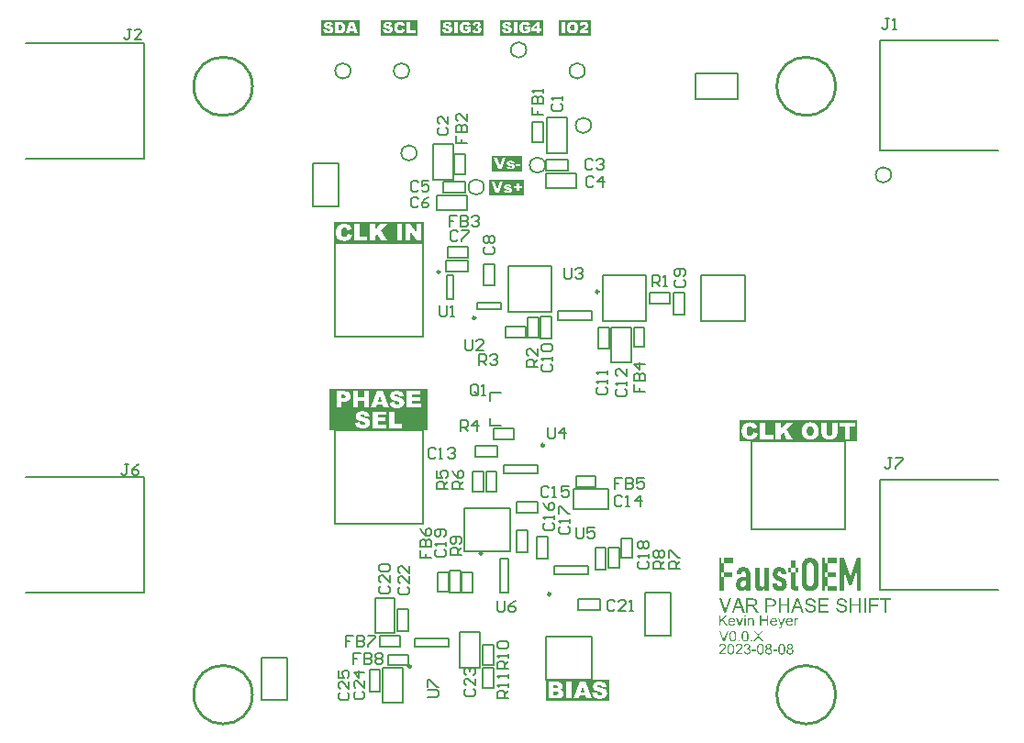
<source format=gto>
G04*
G04 #@! TF.GenerationSoftware,Altium Limited,Altium Designer,23.0.1 (38)*
G04*
G04 Layer_Color=65535*
%FSLAX43Y43*%
%MOMM*%
G71*
G04*
G04 #@! TF.SameCoordinates,C917657F-03F6-454C-AC05-0521F369B23B*
G04*
G04*
G04 #@! TF.FilePolarity,Positive*
G04*
G01*
G75*
%ADD10C,0.250*%
%ADD11C,0.254*%
%ADD12C,0.200*%
%ADD13C,0.152*%
%ADD14C,0.152*%
G36*
X66204Y41665D02*
Y39589D01*
X57145D01*
Y41665D01*
Y43436D01*
X66204D01*
Y41665D01*
D02*
G37*
G36*
X95535Y22413D02*
X95415D01*
Y22550D01*
X95535D01*
Y22413D01*
D02*
G37*
G36*
X96072Y22296D02*
X96088Y22295D01*
X96106Y22292D01*
X96126Y22288D01*
X96147Y22282D01*
X96166Y22274D01*
X96169Y22272D01*
X96175Y22269D01*
X96185Y22265D01*
X96196Y22258D01*
X96210Y22250D01*
X96223Y22238D01*
X96236Y22227D01*
X96247Y22213D01*
X96248Y22212D01*
X96251Y22206D01*
X96255Y22199D01*
X96262Y22189D01*
X96268Y22175D01*
X96274Y22161D01*
X96281Y22144D01*
X96285Y22126D01*
Y22124D01*
X96286Y22119D01*
X96288Y22110D01*
X96289Y22099D01*
Y22082D01*
X96291Y22062D01*
X96292Y22038D01*
Y22009D01*
Y21574D01*
X96172D01*
Y22003D01*
Y22004D01*
Y22006D01*
Y22016D01*
Y22028D01*
X96171Y22044D01*
X96169Y22062D01*
X96166Y22081D01*
X96162Y22097D01*
X96158Y22113D01*
Y22114D01*
X96155Y22119D01*
X96151Y22126D01*
X96147Y22134D01*
X96140Y22143D01*
X96131Y22152D01*
X96120Y22162D01*
X96107Y22171D01*
X96106Y22172D01*
X96102Y22175D01*
X96093Y22178D01*
X96083Y22182D01*
X96072Y22186D01*
X96058Y22191D01*
X96041Y22192D01*
X96024Y22193D01*
X96017D01*
X96011Y22192D01*
X95997Y22191D01*
X95979Y22188D01*
X95959Y22181D01*
X95937Y22172D01*
X95914Y22161D01*
X95893Y22144D01*
X95890Y22141D01*
X95885Y22134D01*
X95880Y22128D01*
X95876Y22121D01*
X95870Y22113D01*
X95866Y22103D01*
X95861Y22092D01*
X95855Y22078D01*
X95851Y22062D01*
X95846Y22045D01*
X95844Y22027D01*
X95841Y22007D01*
X95838Y21983D01*
Y21959D01*
Y21574D01*
X95718D01*
Y22282D01*
X95825D01*
Y22181D01*
X95827Y22182D01*
X95830Y22186D01*
X95834Y22192D01*
X95839Y22199D01*
X95848Y22207D01*
X95858Y22217D01*
X95869Y22229D01*
X95883Y22240D01*
X95897Y22250D01*
X95914Y22261D01*
X95932Y22271D01*
X95952Y22279D01*
X95975Y22286D01*
X95997Y22292D01*
X96023Y22296D01*
X96049Y22298D01*
X96061D01*
X96072Y22296D01*
D02*
G37*
G36*
X100321D02*
X100336Y22293D01*
X100355Y22288D01*
X100374Y22281D01*
X100397Y22271D01*
X100421Y22258D01*
X100377Y22148D01*
X100376Y22150D01*
X100370Y22152D01*
X100362Y22157D01*
X100350Y22161D01*
X100338Y22165D01*
X100322Y22169D01*
X100307Y22172D01*
X100291Y22174D01*
X100284D01*
X100277Y22172D01*
X100267Y22171D01*
X100257Y22168D01*
X100245Y22164D01*
X100232Y22158D01*
X100221Y22150D01*
X100219Y22148D01*
X100215Y22145D01*
X100211Y22140D01*
X100204Y22133D01*
X100197Y22123D01*
X100190Y22112D01*
X100183Y22099D01*
X100177Y22083D01*
X100176Y22081D01*
X100174Y22072D01*
X100171Y22059D01*
X100167Y22043D01*
X100163Y22021D01*
X100160Y21997D01*
X100159Y21972D01*
X100157Y21944D01*
Y21574D01*
X100038D01*
Y22282D01*
X100146D01*
Y22175D01*
X100147Y22176D01*
X100153Y22186D01*
X100160Y22199D01*
X100171Y22214D01*
X100183Y22230D01*
X100195Y22247D01*
X100208Y22261D01*
X100221Y22272D01*
X100222Y22274D01*
X100226Y22277D01*
X100235Y22281D01*
X100243Y22285D01*
X100255Y22289D01*
X100269Y22293D01*
X100283Y22296D01*
X100298Y22298D01*
X100308D01*
X100321Y22296D01*
D02*
G37*
G36*
X97640Y21574D02*
X97510D01*
Y22034D01*
X97005D01*
Y21574D01*
X96876D01*
Y22550D01*
X97005D01*
Y22150D01*
X97510D01*
Y22550D01*
X97640D01*
Y21574D01*
D02*
G37*
G36*
X93454Y22154D02*
X93881Y21574D01*
X93711D01*
X93364Y22066D01*
X93205Y21913D01*
Y21574D01*
X93075D01*
Y22550D01*
X93205D01*
Y22065D01*
X93687Y22550D01*
X93863D01*
X93454Y22154D01*
D02*
G37*
G36*
X95039Y21574D02*
X94925D01*
X94658Y22282D01*
X94785D01*
X94937Y21858D01*
Y21856D01*
X94939Y21855D01*
X94940Y21851D01*
X94941Y21847D01*
X94946Y21832D01*
X94951Y21814D01*
X94958Y21793D01*
X94967Y21769D01*
X94974Y21742D01*
X94982Y21715D01*
X94984Y21718D01*
X94985Y21725D01*
X94989Y21737D01*
X94994Y21754D01*
X95001Y21772D01*
X95008Y21796D01*
X95018Y21821D01*
X95027Y21849D01*
X95184Y22282D01*
X95308D01*
X95039Y21574D01*
D02*
G37*
G36*
X98908Y21563D02*
Y21562D01*
X98907Y21558D01*
X98904Y21552D01*
X98901Y21545D01*
X98897Y21535D01*
X98893Y21524D01*
X98883Y21500D01*
X98873Y21473D01*
X98862Y21446D01*
X98851Y21422D01*
X98845Y21412D01*
X98841Y21403D01*
X98839Y21400D01*
X98835Y21393D01*
X98828Y21383D01*
X98820Y21370D01*
X98808Y21356D01*
X98796Y21342D01*
X98783Y21328D01*
X98767Y21317D01*
X98766Y21315D01*
X98760Y21312D01*
X98752Y21308D01*
X98739Y21302D01*
X98725Y21297D01*
X98708Y21293D01*
X98690Y21290D01*
X98669Y21288D01*
X98663D01*
X98656Y21290D01*
X98646D01*
X98635Y21293D01*
X98622Y21295D01*
X98608Y21298D01*
X98593Y21304D01*
X98580Y21415D01*
X98581D01*
X98587Y21414D01*
X98594Y21412D01*
X98602Y21410D01*
X98625Y21405D01*
X98648Y21404D01*
X98655D01*
X98662Y21405D01*
X98670D01*
X98691Y21410D01*
X98701Y21414D01*
X98711Y21418D01*
X98712D01*
X98715Y21421D01*
X98719Y21424D01*
X98725Y21428D01*
X98738Y21439D01*
X98749Y21455D01*
Y21456D01*
X98752Y21459D01*
X98755Y21465D01*
X98757Y21473D01*
X98763Y21484D01*
X98769Y21501D01*
X98777Y21521D01*
X98786Y21545D01*
Y21546D01*
X98789Y21552D01*
X98791Y21562D01*
X98797Y21574D01*
X98529Y22282D01*
X98656D01*
X98804Y21872D01*
Y21871D01*
X98805Y21869D01*
X98807Y21865D01*
X98808Y21858D01*
X98811Y21851D01*
X98814Y21842D01*
X98821Y21823D01*
X98829Y21799D01*
X98838Y21770D01*
X98846Y21741D01*
X98855Y21708D01*
Y21710D01*
X98856Y21713D01*
X98858Y21717D01*
X98859Y21723D01*
X98860Y21730D01*
X98863Y21738D01*
X98869Y21759D01*
X98876Y21783D01*
X98886Y21811D01*
X98894Y21840D01*
X98906Y21869D01*
X99058Y22282D01*
X99178D01*
X98908Y21563D01*
D02*
G37*
G36*
X95535Y21574D02*
X95415D01*
Y22282D01*
X95535D01*
Y21574D01*
D02*
G37*
G36*
X99593Y22296D02*
X99605Y22295D01*
X99619Y22292D01*
X99634Y22289D01*
X99653Y22285D01*
X99670Y22281D01*
X99689Y22274D01*
X99708Y22267D01*
X99727Y22257D01*
X99747Y22246D01*
X99767Y22233D01*
X99785Y22217D01*
X99802Y22200D01*
X99803Y22199D01*
X99806Y22196D01*
X99811Y22191D01*
X99816Y22182D01*
X99823Y22172D01*
X99830Y22161D01*
X99839Y22147D01*
X99847Y22130D01*
X99856Y22112D01*
X99864Y22092D01*
X99871Y22069D01*
X99878Y22045D01*
X99884Y22019D01*
X99888Y21990D01*
X99891Y21961D01*
X99892Y21928D01*
Y21927D01*
Y21921D01*
Y21911D01*
X99891Y21897D01*
X99362D01*
Y21896D01*
Y21892D01*
X99364Y21886D01*
Y21878D01*
X99365Y21868D01*
X99368Y21856D01*
X99372Y21831D01*
X99381Y21803D01*
X99392Y21772D01*
X99407Y21744D01*
X99427Y21718D01*
X99429D01*
X99430Y21715D01*
X99438Y21708D01*
X99451Y21699D01*
X99468Y21689D01*
X99491Y21677D01*
X99516Y21668D01*
X99544Y21660D01*
X99560Y21659D01*
X99577Y21658D01*
X99588D01*
X99601Y21659D01*
X99616Y21662D01*
X99633Y21666D01*
X99653Y21672D01*
X99671Y21680D01*
X99689Y21691D01*
X99691Y21693D01*
X99698Y21699D01*
X99706Y21707D01*
X99716Y21718D01*
X99727Y21734D01*
X99740Y21754D01*
X99753Y21776D01*
X99764Y21803D01*
X99888Y21787D01*
Y21786D01*
X99887Y21783D01*
X99885Y21777D01*
X99882Y21769D01*
X99878Y21761D01*
X99874Y21749D01*
X99863Y21725D01*
X99849Y21699D01*
X99829Y21670D01*
X99806Y21644D01*
X99778Y21618D01*
X99777D01*
X99774Y21615D01*
X99770Y21613D01*
X99764Y21608D01*
X99756Y21604D01*
X99747Y21600D01*
X99736Y21594D01*
X99723Y21589D01*
X99709Y21583D01*
X99695Y21577D01*
X99660Y21569D01*
X99620Y21562D01*
X99577Y21559D01*
X99561D01*
X99551Y21560D01*
X99538Y21562D01*
X99523Y21565D01*
X99506Y21567D01*
X99488Y21570D01*
X99448Y21582D01*
X99427Y21590D01*
X99407Y21598D01*
X99386Y21610D01*
X99366Y21622D01*
X99348Y21637D01*
X99330Y21653D01*
X99328Y21655D01*
X99326Y21658D01*
X99321Y21663D01*
X99316Y21672D01*
X99309Y21682D01*
X99302Y21693D01*
X99293Y21707D01*
X99285Y21723D01*
X99276Y21741D01*
X99268Y21761D01*
X99261Y21783D01*
X99254Y21807D01*
X99248Y21832D01*
X99244Y21861D01*
X99241Y21890D01*
X99240Y21921D01*
Y21923D01*
Y21930D01*
Y21938D01*
X99241Y21951D01*
X99242Y21966D01*
X99244Y21983D01*
X99247Y22003D01*
X99251Y22023D01*
X99262Y22068D01*
X99269Y22090D01*
X99278Y22114D01*
X99289Y22137D01*
X99302Y22158D01*
X99316Y22179D01*
X99331Y22199D01*
X99333Y22200D01*
X99335Y22203D01*
X99341Y22207D01*
X99348Y22214D01*
X99357Y22222D01*
X99368Y22230D01*
X99381Y22240D01*
X99396Y22248D01*
X99412Y22258D01*
X99430Y22267D01*
X99450Y22275D01*
X99471Y22282D01*
X99493Y22289D01*
X99517Y22293D01*
X99543Y22296D01*
X99569Y22298D01*
X99584D01*
X99593Y22296D01*
D02*
G37*
G36*
X98153D02*
X98164Y22295D01*
X98178Y22292D01*
X98194Y22289D01*
X98212Y22285D01*
X98229Y22281D01*
X98249Y22274D01*
X98267Y22267D01*
X98287Y22257D01*
X98306Y22246D01*
X98326Y22233D01*
X98344Y22217D01*
X98361Y22200D01*
X98363Y22199D01*
X98366Y22196D01*
X98370Y22191D01*
X98375Y22182D01*
X98383Y22172D01*
X98390Y22161D01*
X98398Y22147D01*
X98406Y22130D01*
X98415Y22112D01*
X98423Y22092D01*
X98430Y22069D01*
X98438Y22045D01*
X98443Y22019D01*
X98447Y21990D01*
X98450Y21961D01*
X98452Y21928D01*
Y21927D01*
Y21921D01*
Y21911D01*
X98450Y21897D01*
X97922D01*
Y21896D01*
Y21892D01*
X97923Y21886D01*
Y21878D01*
X97924Y21868D01*
X97927Y21856D01*
X97931Y21831D01*
X97940Y21803D01*
X97951Y21772D01*
X97967Y21744D01*
X97986Y21718D01*
X97988D01*
X97989Y21715D01*
X97998Y21708D01*
X98010Y21699D01*
X98027Y21689D01*
X98050Y21677D01*
X98075Y21668D01*
X98103Y21660D01*
X98119Y21659D01*
X98136Y21658D01*
X98147D01*
X98160Y21659D01*
X98175Y21662D01*
X98192Y21666D01*
X98212Y21672D01*
X98230Y21680D01*
X98249Y21691D01*
X98250Y21693D01*
X98257Y21699D01*
X98266Y21707D01*
X98275Y21718D01*
X98287Y21734D01*
X98299Y21754D01*
X98312Y21776D01*
X98323Y21803D01*
X98447Y21787D01*
Y21786D01*
X98446Y21783D01*
X98445Y21777D01*
X98442Y21769D01*
X98438Y21761D01*
X98433Y21749D01*
X98422Y21725D01*
X98408Y21699D01*
X98388Y21670D01*
X98366Y21644D01*
X98337Y21618D01*
X98336D01*
X98333Y21615D01*
X98329Y21613D01*
X98323Y21608D01*
X98315Y21604D01*
X98306Y21600D01*
X98295Y21594D01*
X98282Y21589D01*
X98268Y21583D01*
X98254Y21577D01*
X98219Y21569D01*
X98180Y21562D01*
X98136Y21559D01*
X98120D01*
X98110Y21560D01*
X98098Y21562D01*
X98082Y21565D01*
X98065Y21567D01*
X98047Y21570D01*
X98008Y21582D01*
X97986Y21590D01*
X97967Y21598D01*
X97946Y21610D01*
X97926Y21622D01*
X97907Y21637D01*
X97889Y21653D01*
X97888Y21655D01*
X97885Y21658D01*
X97881Y21663D01*
X97875Y21672D01*
X97868Y21682D01*
X97861Y21693D01*
X97852Y21707D01*
X97844Y21723D01*
X97836Y21741D01*
X97827Y21761D01*
X97820Y21783D01*
X97813Y21807D01*
X97807Y21832D01*
X97803Y21861D01*
X97800Y21890D01*
X97799Y21921D01*
Y21923D01*
Y21930D01*
Y21938D01*
X97800Y21951D01*
X97802Y21966D01*
X97803Y21983D01*
X97806Y22003D01*
X97810Y22023D01*
X97821Y22068D01*
X97829Y22090D01*
X97837Y22114D01*
X97848Y22137D01*
X97861Y22158D01*
X97875Y22179D01*
X97891Y22199D01*
X97892Y22200D01*
X97895Y22203D01*
X97900Y22207D01*
X97907Y22214D01*
X97916Y22222D01*
X97927Y22230D01*
X97940Y22240D01*
X97955Y22248D01*
X97971Y22258D01*
X97989Y22267D01*
X98009Y22275D01*
X98030Y22282D01*
X98053Y22289D01*
X98077Y22293D01*
X98102Y22296D01*
X98129Y22298D01*
X98143D01*
X98153Y22296D01*
D02*
G37*
G36*
X94287D02*
X94299Y22295D01*
X94313Y22292D01*
X94328Y22289D01*
X94347Y22285D01*
X94363Y22281D01*
X94383Y22274D01*
X94402Y22267D01*
X94421Y22257D01*
X94441Y22246D01*
X94461Y22233D01*
X94479Y22217D01*
X94496Y22200D01*
X94497Y22199D01*
X94500Y22196D01*
X94504Y22191D01*
X94510Y22182D01*
X94517Y22172D01*
X94524Y22161D01*
X94533Y22147D01*
X94541Y22130D01*
X94550Y22112D01*
X94558Y22092D01*
X94565Y22069D01*
X94572Y22045D01*
X94578Y22019D01*
X94582Y21990D01*
X94585Y21961D01*
X94586Y21928D01*
Y21927D01*
Y21921D01*
Y21911D01*
X94585Y21897D01*
X94056D01*
Y21896D01*
Y21892D01*
X94058Y21886D01*
Y21878D01*
X94059Y21868D01*
X94062Y21856D01*
X94066Y21831D01*
X94074Y21803D01*
X94086Y21772D01*
X94101Y21744D01*
X94121Y21718D01*
X94122D01*
X94124Y21715D01*
X94132Y21708D01*
X94145Y21699D01*
X94162Y21689D01*
X94184Y21677D01*
X94210Y21668D01*
X94238Y21660D01*
X94254Y21659D01*
X94270Y21658D01*
X94282D01*
X94294Y21659D01*
X94310Y21662D01*
X94327Y21666D01*
X94347Y21672D01*
X94365Y21680D01*
X94383Y21691D01*
X94385Y21693D01*
X94392Y21699D01*
X94400Y21707D01*
X94410Y21718D01*
X94421Y21734D01*
X94434Y21754D01*
X94447Y21776D01*
X94458Y21803D01*
X94582Y21787D01*
Y21786D01*
X94581Y21783D01*
X94579Y21777D01*
X94576Y21769D01*
X94572Y21761D01*
X94568Y21749D01*
X94557Y21725D01*
X94543Y21699D01*
X94523Y21670D01*
X94500Y21644D01*
X94472Y21618D01*
X94471D01*
X94468Y21615D01*
X94464Y21613D01*
X94458Y21608D01*
X94449Y21604D01*
X94441Y21600D01*
X94430Y21594D01*
X94417Y21589D01*
X94403Y21583D01*
X94389Y21577D01*
X94354Y21569D01*
X94314Y21562D01*
X94270Y21559D01*
X94255D01*
X94245Y21560D01*
X94232Y21562D01*
X94217Y21565D01*
X94200Y21567D01*
X94182Y21570D01*
X94142Y21582D01*
X94121Y21590D01*
X94101Y21598D01*
X94080Y21610D01*
X94060Y21622D01*
X94042Y21637D01*
X94024Y21653D01*
X94022Y21655D01*
X94020Y21658D01*
X94015Y21663D01*
X94010Y21672D01*
X94003Y21682D01*
X93996Y21693D01*
X93987Y21707D01*
X93979Y21723D01*
X93970Y21741D01*
X93962Y21761D01*
X93955Y21783D01*
X93948Y21807D01*
X93942Y21832D01*
X93938Y21861D01*
X93935Y21890D01*
X93934Y21921D01*
Y21923D01*
Y21930D01*
Y21938D01*
X93935Y21951D01*
X93936Y21966D01*
X93938Y21983D01*
X93941Y22003D01*
X93945Y22023D01*
X93956Y22068D01*
X93963Y22090D01*
X93972Y22114D01*
X93983Y22137D01*
X93996Y22158D01*
X94010Y22179D01*
X94025Y22199D01*
X94027Y22200D01*
X94029Y22203D01*
X94035Y22207D01*
X94042Y22214D01*
X94051Y22222D01*
X94062Y22230D01*
X94074Y22240D01*
X94090Y22248D01*
X94105Y22258D01*
X94124Y22267D01*
X94144Y22275D01*
X94165Y22282D01*
X94187Y22289D01*
X94211Y22293D01*
X94237Y22296D01*
X94263Y22298D01*
X94277D01*
X94287Y22296D01*
D02*
G37*
G36*
X96788Y20625D02*
X97153Y20113D01*
X96994D01*
X96747Y20460D01*
X96746Y20462D01*
X96743Y20466D01*
X96740Y20472D01*
X96735Y20479D01*
X96722Y20498D01*
X96708Y20519D01*
X96706Y20518D01*
X96702Y20512D01*
X96697Y20504D01*
X96689Y20493D01*
X96674Y20470D01*
X96667Y20460D01*
X96661Y20452D01*
X96415Y20113D01*
X96260D01*
X96636Y20618D01*
X96303Y21089D01*
X96457D01*
X96634Y20838D01*
Y20837D01*
X96637Y20835D01*
X96640Y20831D01*
X96644Y20825D01*
X96653Y20811D01*
X96666Y20794D01*
X96678Y20775D01*
X96691Y20755D01*
X96702Y20737D01*
X96712Y20720D01*
X96713Y20722D01*
X96718Y20728D01*
X96725Y20739D01*
X96735Y20753D01*
X96746Y20769D01*
X96760Y20789D01*
X96774Y20808D01*
X96791Y20830D01*
X96986Y21089D01*
X97126D01*
X96788Y20625D01*
D02*
G37*
G36*
X93587Y20113D02*
X93451D01*
X93074Y21089D01*
X93215D01*
X93468Y20380D01*
Y20378D01*
X93470Y20376D01*
X93471Y20371D01*
X93474Y20366D01*
X93475Y20357D01*
X93478Y20349D01*
X93485Y20328D01*
X93494Y20304D01*
X93502Y20277D01*
X93519Y20221D01*
Y20222D01*
X93520Y20225D01*
X93522Y20229D01*
X93523Y20235D01*
X93528Y20250D01*
X93535Y20271D01*
X93542Y20295D01*
X93550Y20322D01*
X93560Y20350D01*
X93571Y20380D01*
X93836Y21089D01*
X93967D01*
X93587Y20113D01*
D02*
G37*
G36*
X96135D02*
X95999D01*
Y20250D01*
X96135D01*
Y20113D01*
D02*
G37*
G36*
X94998D02*
X94861D01*
Y20250D01*
X94998D01*
Y20113D01*
D02*
G37*
G36*
X95519Y21092D02*
X95538Y21089D01*
X95559Y21085D01*
X95581Y21079D01*
X95605Y21072D01*
X95628Y21061D01*
X95629D01*
X95631Y21059D01*
X95638Y21055D01*
X95649Y21048D01*
X95663Y21038D01*
X95679Y21024D01*
X95696Y21009D01*
X95711Y20990D01*
X95727Y20969D01*
X95728Y20966D01*
X95734Y20959D01*
X95739Y20947D01*
X95749Y20928D01*
X95758Y20907D01*
X95769Y20883D01*
X95779Y20855D01*
X95787Y20824D01*
Y20823D01*
X95789Y20820D01*
X95790Y20816D01*
X95791Y20808D01*
X95793Y20800D01*
X95794Y20790D01*
X95797Y20777D01*
X95799Y20763D01*
X95801Y20748D01*
X95803Y20731D01*
X95804Y20711D01*
X95807Y20691D01*
X95808Y20669D01*
Y20646D01*
X95810Y20621D01*
Y20594D01*
Y20593D01*
Y20587D01*
Y20577D01*
Y20566D01*
X95808Y20550D01*
Y20534D01*
X95807Y20515D01*
X95806Y20496D01*
X95801Y20450D01*
X95794Y20404D01*
X95786Y20359D01*
X95780Y20338D01*
X95773Y20316D01*
Y20315D01*
X95772Y20312D01*
X95769Y20307D01*
X95766Y20300D01*
X95763Y20290D01*
X95758Y20280D01*
X95746Y20256D01*
X95732Y20230D01*
X95714Y20202D01*
X95693Y20177D01*
X95667Y20153D01*
X95666D01*
X95665Y20150D01*
X95660Y20147D01*
X95655Y20144D01*
X95648Y20140D01*
X95641Y20135D01*
X95620Y20125D01*
X95594Y20115D01*
X95565Y20105D01*
X95529Y20099D01*
X95491Y20097D01*
X95477D01*
X95467Y20098D01*
X95456Y20099D01*
X95442Y20102D01*
X95426Y20105D01*
X95409Y20109D01*
X95393Y20115D01*
X95374Y20121D01*
X95356Y20129D01*
X95338Y20139D01*
X95319Y20150D01*
X95301Y20164D01*
X95284Y20180D01*
X95268Y20197D01*
X95267Y20198D01*
X95264Y20202D01*
X95260Y20209D01*
X95253Y20221D01*
X95246Y20233D01*
X95239Y20250D01*
X95229Y20270D01*
X95221Y20293D01*
X95212Y20318D01*
X95204Y20347D01*
X95195Y20380D01*
X95188Y20417D01*
X95181Y20456D01*
X95177Y20498D01*
X95174Y20545D01*
X95173Y20594D01*
Y20596D01*
Y20601D01*
Y20611D01*
Y20622D01*
X95174Y20638D01*
Y20655D01*
X95175Y20673D01*
X95177Y20694D01*
X95181Y20738D01*
X95188Y20784D01*
X95197Y20831D01*
X95202Y20852D01*
X95208Y20873D01*
Y20875D01*
X95209Y20878D01*
X95212Y20883D01*
X95215Y20890D01*
X95218Y20900D01*
X95223Y20910D01*
X95235Y20934D01*
X95249Y20959D01*
X95267Y20986D01*
X95288Y21013D01*
X95314Y21035D01*
X95315D01*
X95316Y21038D01*
X95321Y21041D01*
X95326Y21044D01*
X95333Y21050D01*
X95342Y21054D01*
X95363Y21065D01*
X95388Y21075D01*
X95418Y21085D01*
X95453Y21090D01*
X95491Y21093D01*
X95504D01*
X95519Y21092D01*
D02*
G37*
G36*
X94382D02*
X94400Y21089D01*
X94421Y21085D01*
X94444Y21079D01*
X94468Y21072D01*
X94490Y21061D01*
X94492D01*
X94493Y21059D01*
X94500Y21055D01*
X94511Y21048D01*
X94526Y21038D01*
X94541Y21024D01*
X94558Y21009D01*
X94574Y20990D01*
X94589Y20969D01*
X94590Y20966D01*
X94596Y20959D01*
X94602Y20947D01*
X94612Y20928D01*
X94620Y20907D01*
X94631Y20883D01*
X94641Y20855D01*
X94650Y20824D01*
Y20823D01*
X94651Y20820D01*
X94652Y20816D01*
X94654Y20808D01*
X94655Y20800D01*
X94657Y20790D01*
X94660Y20777D01*
X94661Y20763D01*
X94664Y20748D01*
X94665Y20731D01*
X94667Y20711D01*
X94669Y20691D01*
X94671Y20669D01*
Y20646D01*
X94672Y20621D01*
Y20594D01*
Y20593D01*
Y20587D01*
Y20577D01*
Y20566D01*
X94671Y20550D01*
Y20534D01*
X94669Y20515D01*
X94668Y20496D01*
X94664Y20450D01*
X94657Y20404D01*
X94648Y20359D01*
X94643Y20338D01*
X94636Y20316D01*
Y20315D01*
X94634Y20312D01*
X94631Y20307D01*
X94628Y20300D01*
X94626Y20290D01*
X94620Y20280D01*
X94609Y20256D01*
X94595Y20230D01*
X94576Y20202D01*
X94555Y20177D01*
X94530Y20153D01*
X94528D01*
X94527Y20150D01*
X94523Y20147D01*
X94517Y20144D01*
X94510Y20140D01*
X94503Y20135D01*
X94482Y20125D01*
X94457Y20115D01*
X94427Y20105D01*
X94392Y20099D01*
X94354Y20097D01*
X94340D01*
X94330Y20098D01*
X94318Y20099D01*
X94304Y20102D01*
X94289Y20105D01*
X94272Y20109D01*
X94255Y20115D01*
X94237Y20121D01*
X94218Y20129D01*
X94200Y20139D01*
X94182Y20150D01*
X94163Y20164D01*
X94146Y20180D01*
X94131Y20197D01*
X94129Y20198D01*
X94127Y20202D01*
X94122Y20209D01*
X94115Y20221D01*
X94108Y20233D01*
X94101Y20250D01*
X94091Y20270D01*
X94083Y20293D01*
X94074Y20318D01*
X94066Y20347D01*
X94058Y20380D01*
X94051Y20417D01*
X94043Y20456D01*
X94039Y20498D01*
X94036Y20545D01*
X94035Y20594D01*
Y20596D01*
Y20601D01*
Y20611D01*
Y20622D01*
X94036Y20638D01*
Y20655D01*
X94038Y20673D01*
X94039Y20694D01*
X94043Y20738D01*
X94051Y20784D01*
X94059Y20831D01*
X94065Y20852D01*
X94070Y20873D01*
Y20875D01*
X94072Y20878D01*
X94074Y20883D01*
X94077Y20890D01*
X94080Y20900D01*
X94086Y20910D01*
X94097Y20934D01*
X94111Y20959D01*
X94129Y20986D01*
X94151Y21013D01*
X94176Y21035D01*
X94177D01*
X94179Y21038D01*
X94183Y21041D01*
X94189Y21044D01*
X94196Y21050D01*
X94204Y21054D01*
X94225Y21065D01*
X94251Y21075D01*
X94280Y21085D01*
X94316Y21090D01*
X94354Y21093D01*
X94366D01*
X94382Y21092D01*
D02*
G37*
G36*
X95704Y19900D02*
X95722Y19897D01*
X95745Y19893D01*
X95770Y19886D01*
X95796Y19877D01*
X95821Y19866D01*
X95823D01*
X95824Y19865D01*
X95832Y19861D01*
X95845Y19852D01*
X95859Y19842D01*
X95876Y19828D01*
X95893Y19813D01*
X95910Y19794D01*
X95924Y19773D01*
X95925Y19770D01*
X95930Y19763D01*
X95935Y19751D01*
X95942Y19735D01*
X95949Y19717D01*
X95955Y19696D01*
X95959Y19672D01*
X95961Y19648D01*
Y19645D01*
Y19636D01*
X95959Y19625D01*
X95956Y19610D01*
X95952Y19591D01*
X95945Y19572D01*
X95937Y19552D01*
X95925Y19532D01*
X95924Y19529D01*
X95920Y19524D01*
X95911Y19514D01*
X95900Y19503D01*
X95886Y19490D01*
X95869Y19476D01*
X95849Y19463D01*
X95825Y19450D01*
X95827D01*
X95830Y19449D01*
X95834Y19448D01*
X95839Y19446D01*
X95855Y19440D01*
X95875Y19432D01*
X95897Y19421D01*
X95920Y19407D01*
X95941Y19388D01*
X95961Y19367D01*
X95962Y19364D01*
X95968Y19356D01*
X95976Y19342D01*
X95985Y19323D01*
X95993Y19301D01*
X96002Y19274D01*
X96007Y19243D01*
X96009Y19209D01*
Y19208D01*
Y19204D01*
Y19197D01*
X96007Y19188D01*
X96006Y19177D01*
X96003Y19164D01*
X96000Y19150D01*
X95997Y19135D01*
X95986Y19101D01*
X95978Y19082D01*
X95969Y19066D01*
X95958Y19047D01*
X95945Y19029D01*
X95931Y19011D01*
X95914Y18994D01*
X95913Y18992D01*
X95910Y18989D01*
X95904Y18985D01*
X95897Y18980D01*
X95889Y18972D01*
X95877Y18965D01*
X95865Y18957D01*
X95849Y18950D01*
X95834Y18941D01*
X95815Y18933D01*
X95797Y18926D01*
X95776Y18919D01*
X95753Y18913D01*
X95729Y18909D01*
X95705Y18906D01*
X95679Y18905D01*
X95666D01*
X95658Y18906D01*
X95646Y18908D01*
X95634Y18909D01*
X95620Y18912D01*
X95604Y18915D01*
X95570Y18923D01*
X95535Y18937D01*
X95517Y18946D01*
X95500Y18956D01*
X95483Y18968D01*
X95466Y18981D01*
X95464Y18982D01*
X95462Y18985D01*
X95457Y18989D01*
X95453Y18995D01*
X95446Y19002D01*
X95439Y19012D01*
X95431Y19022D01*
X95422Y19034D01*
X95414Y19049D01*
X95405Y19063D01*
X95390Y19097D01*
X95377Y19136D01*
X95373Y19157D01*
X95370Y19180D01*
X95490Y19195D01*
Y19194D01*
X95491Y19191D01*
X95493Y19185D01*
X95494Y19178D01*
X95495Y19170D01*
X95498Y19160D01*
X95505Y19139D01*
X95515Y19113D01*
X95528Y19089D01*
X95542Y19067D01*
X95559Y19047D01*
X95562Y19046D01*
X95567Y19040D01*
X95579Y19033D01*
X95593Y19026D01*
X95610Y19018D01*
X95631Y19011D01*
X95655Y19005D01*
X95680Y19003D01*
X95689D01*
X95694Y19005D01*
X95710Y19006D01*
X95729Y19011D01*
X95752Y19018D01*
X95776Y19027D01*
X95800Y19042D01*
X95823Y19061D01*
X95825Y19064D01*
X95832Y19073D01*
X95841Y19085D01*
X95852Y19102D01*
X95863Y19123D01*
X95872Y19147D01*
X95879Y19175D01*
X95882Y19206D01*
Y19208D01*
Y19211D01*
Y19215D01*
X95880Y19221D01*
X95879Y19236D01*
X95875Y19254D01*
X95869Y19277D01*
X95859Y19300D01*
X95845Y19322D01*
X95827Y19343D01*
X95824Y19346D01*
X95817Y19352D01*
X95806Y19360D01*
X95790Y19370D01*
X95770Y19380D01*
X95746Y19388D01*
X95720Y19394D01*
X95690Y19397D01*
X95677D01*
X95667Y19395D01*
X95655Y19394D01*
X95641Y19391D01*
X95624Y19388D01*
X95605Y19384D01*
X95620Y19490D01*
X95627D01*
X95632Y19488D01*
X95651D01*
X95666Y19491D01*
X95684Y19494D01*
X95705Y19498D01*
X95729Y19505D01*
X95752Y19515D01*
X95776Y19528D01*
X95777D01*
X95779Y19529D01*
X95786Y19535D01*
X95796Y19545D01*
X95807Y19557D01*
X95818Y19576D01*
X95828Y19597D01*
X95835Y19621D01*
X95838Y19635D01*
Y19651D01*
Y19652D01*
Y19653D01*
Y19662D01*
X95835Y19673D01*
X95832Y19689D01*
X95827Y19706D01*
X95820Y19724D01*
X95808Y19742D01*
X95793Y19759D01*
X95791Y19760D01*
X95784Y19766D01*
X95775Y19773D01*
X95762Y19782D01*
X95745Y19789D01*
X95725Y19796D01*
X95703Y19801D01*
X95677Y19803D01*
X95666D01*
X95653Y19800D01*
X95636Y19797D01*
X95618Y19792D01*
X95600Y19784D01*
X95580Y19773D01*
X95562Y19759D01*
X95560Y19758D01*
X95555Y19751D01*
X95546Y19741D01*
X95536Y19727D01*
X95526Y19708D01*
X95517Y19686D01*
X95508Y19659D01*
X95503Y19628D01*
X95383Y19649D01*
Y19651D01*
X95384Y19655D01*
X95385Y19660D01*
X95387Y19669D01*
X95390Y19679D01*
X95394Y19690D01*
X95402Y19717D01*
X95417Y19748D01*
X95433Y19779D01*
X95455Y19808D01*
X95481Y19835D01*
X95483Y19837D01*
X95486Y19838D01*
X95490Y19841D01*
X95495Y19845D01*
X95503Y19851D01*
X95512Y19856D01*
X95522Y19862D01*
X95535Y19869D01*
X95563Y19880D01*
X95596Y19892D01*
X95634Y19899D01*
X95653Y19901D01*
X95689D01*
X95704Y19900D01*
D02*
G37*
G36*
X98454Y19215D02*
X98084D01*
Y19335D01*
X98454D01*
Y19215D01*
D02*
G37*
G36*
X96484D02*
X96113D01*
Y19335D01*
X96484D01*
Y19215D01*
D02*
G37*
G36*
X94957Y19900D02*
X94968Y19899D01*
X94982Y19897D01*
X94998Y19894D01*
X95013Y19892D01*
X95050Y19882D01*
X95087Y19868D01*
X95105Y19859D01*
X95123Y19849D01*
X95140Y19837D01*
X95156Y19823D01*
X95157Y19821D01*
X95160Y19820D01*
X95163Y19814D01*
X95168Y19808D01*
X95175Y19801D01*
X95183Y19792D01*
X95190Y19782D01*
X95198Y19769D01*
X95212Y19742D01*
X95226Y19708D01*
X95232Y19691D01*
X95235Y19672D01*
X95237Y19652D01*
X95239Y19631D01*
Y19628D01*
Y19621D01*
X95237Y19610D01*
X95236Y19594D01*
X95233Y19577D01*
X95228Y19557D01*
X95222Y19536D01*
X95214Y19515D01*
X95212Y19512D01*
X95209Y19505D01*
X95204Y19494D01*
X95195Y19479D01*
X95184Y19462D01*
X95170Y19440D01*
X95153Y19419D01*
X95133Y19395D01*
X95130Y19393D01*
X95123Y19384D01*
X95116Y19377D01*
X95109Y19370D01*
X95101Y19362D01*
X95089Y19350D01*
X95078Y19339D01*
X95064Y19326D01*
X95050Y19312D01*
X95033Y19297D01*
X95015Y19281D01*
X94995Y19263D01*
X94972Y19245D01*
X94950Y19225D01*
X94948Y19223D01*
X94946Y19221D01*
X94940Y19216D01*
X94933Y19211D01*
X94925Y19202D01*
X94915Y19194D01*
X94892Y19175D01*
X94868Y19154D01*
X94846Y19133D01*
X94826Y19115D01*
X94817Y19108D01*
X94810Y19101D01*
X94809Y19099D01*
X94805Y19095D01*
X94799Y19089D01*
X94792Y19081D01*
X94785Y19071D01*
X94777Y19061D01*
X94760Y19037D01*
X95240D01*
Y18922D01*
X94593D01*
Y18923D01*
Y18929D01*
Y18937D01*
X94595Y18948D01*
X94596Y18961D01*
X94599Y18975D01*
X94602Y18989D01*
X94607Y19005D01*
Y19006D01*
X94609Y19008D01*
X94612Y19016D01*
X94617Y19029D01*
X94626Y19046D01*
X94637Y19066D01*
X94651Y19088D01*
X94667Y19111D01*
X94686Y19135D01*
Y19136D01*
X94689Y19137D01*
X94696Y19146D01*
X94709Y19159D01*
X94727Y19177D01*
X94748Y19198D01*
X94775Y19223D01*
X94808Y19252D01*
X94843Y19281D01*
X94844Y19283D01*
X94850Y19287D01*
X94858Y19294D01*
X94868Y19302D01*
X94881Y19314D01*
X94896Y19326D01*
X94912Y19340D01*
X94930Y19356D01*
X94965Y19390D01*
X95001Y19424D01*
X95018Y19440D01*
X95033Y19457D01*
X95047Y19473D01*
X95058Y19488D01*
Y19490D01*
X95061Y19491D01*
X95064Y19495D01*
X95067Y19501D01*
X95077Y19517D01*
X95088Y19535D01*
X95098Y19557D01*
X95108Y19581D01*
X95113Y19608D01*
X95116Y19634D01*
Y19635D01*
Y19636D01*
X95115Y19645D01*
X95113Y19659D01*
X95109Y19674D01*
X95104Y19694D01*
X95094Y19714D01*
X95081Y19734D01*
X95064Y19753D01*
X95061Y19756D01*
X95054Y19762D01*
X95044Y19769D01*
X95029Y19779D01*
X95009Y19787D01*
X94987Y19796D01*
X94960Y19801D01*
X94930Y19803D01*
X94922D01*
X94916Y19801D01*
X94899Y19800D01*
X94879Y19796D01*
X94858Y19790D01*
X94834Y19780D01*
X94812Y19768D01*
X94791Y19751D01*
X94788Y19748D01*
X94782Y19741D01*
X94774Y19729D01*
X94765Y19713D01*
X94755Y19693D01*
X94747Y19667D01*
X94741Y19639D01*
X94738Y19607D01*
X94616Y19620D01*
Y19621D01*
X94617Y19625D01*
Y19632D01*
X94619Y19642D01*
X94621Y19653D01*
X94624Y19666D01*
X94628Y19682D01*
X94633Y19697D01*
X94644Y19731D01*
X94661Y19765D01*
X94671Y19782D01*
X94683Y19799D01*
X94696Y19814D01*
X94710Y19828D01*
X94712Y19830D01*
X94714Y19831D01*
X94719Y19835D01*
X94726Y19839D01*
X94734Y19845D01*
X94744Y19851D01*
X94755Y19858D01*
X94769Y19865D01*
X94785Y19872D01*
X94802Y19879D01*
X94820Y19885D01*
X94840Y19890D01*
X94861Y19894D01*
X94884Y19899D01*
X94908Y19900D01*
X94933Y19901D01*
X94947D01*
X94957Y19900D01*
D02*
G37*
G36*
X93440D02*
X93451Y19899D01*
X93465Y19897D01*
X93481Y19894D01*
X93496Y19892D01*
X93533Y19882D01*
X93570Y19868D01*
X93588Y19859D01*
X93606Y19849D01*
X93623Y19837D01*
X93639Y19823D01*
X93640Y19821D01*
X93643Y19820D01*
X93646Y19814D01*
X93652Y19808D01*
X93659Y19801D01*
X93666Y19792D01*
X93673Y19782D01*
X93681Y19769D01*
X93695Y19742D01*
X93709Y19708D01*
X93715Y19691D01*
X93718Y19672D01*
X93721Y19652D01*
X93722Y19631D01*
Y19628D01*
Y19621D01*
X93721Y19610D01*
X93719Y19594D01*
X93716Y19577D01*
X93711Y19557D01*
X93705Y19536D01*
X93697Y19515D01*
X93695Y19512D01*
X93692Y19505D01*
X93687Y19494D01*
X93678Y19479D01*
X93667Y19462D01*
X93653Y19440D01*
X93636Y19419D01*
X93616Y19395D01*
X93614Y19393D01*
X93606Y19384D01*
X93599Y19377D01*
X93592Y19370D01*
X93584Y19362D01*
X93573Y19350D01*
X93561Y19339D01*
X93547Y19326D01*
X93533Y19312D01*
X93516Y19297D01*
X93498Y19281D01*
X93478Y19263D01*
X93456Y19245D01*
X93433Y19225D01*
X93432Y19223D01*
X93429Y19221D01*
X93423Y19216D01*
X93416Y19211D01*
X93408Y19202D01*
X93398Y19194D01*
X93375Y19175D01*
X93351Y19154D01*
X93329Y19133D01*
X93309Y19115D01*
X93301Y19108D01*
X93294Y19101D01*
X93292Y19099D01*
X93288Y19095D01*
X93282Y19089D01*
X93275Y19081D01*
X93268Y19071D01*
X93260Y19061D01*
X93243Y19037D01*
X93723D01*
Y18922D01*
X93076D01*
Y18923D01*
Y18929D01*
Y18937D01*
X93078Y18948D01*
X93079Y18961D01*
X93082Y18975D01*
X93085Y18989D01*
X93091Y19005D01*
Y19006D01*
X93092Y19008D01*
X93095Y19016D01*
X93100Y19029D01*
X93109Y19046D01*
X93120Y19066D01*
X93134Y19088D01*
X93150Y19111D01*
X93169Y19135D01*
Y19136D01*
X93172Y19137D01*
X93179Y19146D01*
X93192Y19159D01*
X93210Y19177D01*
X93231Y19198D01*
X93258Y19223D01*
X93291Y19252D01*
X93326Y19281D01*
X93327Y19283D01*
X93333Y19287D01*
X93341Y19294D01*
X93351Y19302D01*
X93364Y19314D01*
X93380Y19326D01*
X93395Y19340D01*
X93413Y19356D01*
X93449Y19390D01*
X93484Y19424D01*
X93501Y19440D01*
X93516Y19457D01*
X93530Y19473D01*
X93542Y19488D01*
Y19490D01*
X93544Y19491D01*
X93547Y19495D01*
X93550Y19501D01*
X93560Y19517D01*
X93571Y19535D01*
X93581Y19557D01*
X93591Y19581D01*
X93597Y19608D01*
X93599Y19634D01*
Y19635D01*
Y19636D01*
X93598Y19645D01*
X93597Y19659D01*
X93592Y19674D01*
X93587Y19694D01*
X93577Y19714D01*
X93564Y19734D01*
X93547Y19753D01*
X93544Y19756D01*
X93537Y19762D01*
X93528Y19769D01*
X93512Y19779D01*
X93492Y19787D01*
X93470Y19796D01*
X93443Y19801D01*
X93413Y19803D01*
X93405D01*
X93399Y19801D01*
X93382Y19800D01*
X93363Y19796D01*
X93341Y19790D01*
X93317Y19780D01*
X93295Y19768D01*
X93274Y19751D01*
X93271Y19748D01*
X93265Y19741D01*
X93257Y19729D01*
X93248Y19713D01*
X93239Y19693D01*
X93230Y19667D01*
X93224Y19639D01*
X93222Y19607D01*
X93099Y19620D01*
Y19621D01*
X93100Y19625D01*
Y19632D01*
X93102Y19642D01*
X93105Y19653D01*
X93107Y19666D01*
X93112Y19682D01*
X93116Y19697D01*
X93127Y19731D01*
X93144Y19765D01*
X93154Y19782D01*
X93167Y19799D01*
X93179Y19814D01*
X93193Y19828D01*
X93195Y19830D01*
X93198Y19831D01*
X93202Y19835D01*
X93209Y19839D01*
X93217Y19845D01*
X93227Y19851D01*
X93239Y19858D01*
X93253Y19865D01*
X93268Y19872D01*
X93285Y19879D01*
X93303Y19885D01*
X93323Y19890D01*
X93344Y19894D01*
X93367Y19899D01*
X93391Y19900D01*
X93416Y19901D01*
X93430D01*
X93440Y19900D01*
D02*
G37*
G36*
X99648D02*
X99660Y19899D01*
X99672Y19897D01*
X99686Y19896D01*
X99701Y19892D01*
X99734Y19883D01*
X99768Y19870D01*
X99785Y19862D01*
X99802Y19852D01*
X99818Y19839D01*
X99833Y19827D01*
X99835Y19825D01*
X99836Y19824D01*
X99840Y19820D01*
X99846Y19814D01*
X99851Y19806D01*
X99858Y19797D01*
X99873Y19776D01*
X99887Y19749D01*
X99899Y19718D01*
X99909Y19683D01*
X99911Y19665D01*
X99912Y19645D01*
Y19643D01*
Y19642D01*
Y19634D01*
X99911Y19621D01*
X99908Y19605D01*
X99904Y19586D01*
X99897Y19566D01*
X99888Y19546D01*
X99875Y19526D01*
X99874Y19524D01*
X99868Y19518D01*
X99860Y19510D01*
X99849Y19498D01*
X99833Y19486D01*
X99815Y19473D01*
X99794Y19460D01*
X99768Y19449D01*
X99770D01*
X99772Y19448D01*
X99777Y19446D01*
X99782Y19443D01*
X99799Y19436D01*
X99819Y19426D01*
X99840Y19412D01*
X99863Y19397D01*
X99884Y19377D01*
X99904Y19354D01*
Y19353D01*
X99905Y19352D01*
X99911Y19343D01*
X99919Y19329D01*
X99928Y19311D01*
X99936Y19288D01*
X99944Y19261D01*
X99950Y19232D01*
X99952Y19199D01*
Y19198D01*
Y19194D01*
Y19187D01*
X99950Y19178D01*
X99949Y19168D01*
X99947Y19156D01*
X99944Y19142D01*
X99940Y19126D01*
X99930Y19094D01*
X99923Y19075D01*
X99913Y19058D01*
X99904Y19040D01*
X99892Y19023D01*
X99878Y19006D01*
X99863Y18989D01*
X99861Y18988D01*
X99858Y18985D01*
X99854Y18981D01*
X99847Y18977D01*
X99837Y18970D01*
X99827Y18963D01*
X99815Y18956D01*
X99801Y18947D01*
X99785Y18939D01*
X99767Y18932D01*
X99747Y18925D01*
X99727Y18917D01*
X99705Y18913D01*
X99681Y18909D01*
X99657Y18906D01*
X99630Y18905D01*
X99616D01*
X99606Y18906D01*
X99593Y18908D01*
X99579Y18909D01*
X99564Y18912D01*
X99547Y18916D01*
X99509Y18926D01*
X99489Y18933D01*
X99471Y18940D01*
X99451Y18950D01*
X99431Y18961D01*
X99413Y18974D01*
X99396Y18989D01*
X99395Y18991D01*
X99392Y18994D01*
X99388Y18998D01*
X99382Y19005D01*
X99376Y19013D01*
X99368Y19023D01*
X99361Y19034D01*
X99352Y19049D01*
X99344Y19063D01*
X99337Y19080D01*
X99323Y19115D01*
X99317Y19136D01*
X99313Y19157D01*
X99310Y19180D01*
X99309Y19202D01*
Y19204D01*
Y19206D01*
Y19212D01*
X99310Y19218D01*
Y19226D01*
X99312Y19236D01*
X99314Y19259D01*
X99320Y19284D01*
X99328Y19309D01*
X99341Y19336D01*
X99357Y19362D01*
Y19363D01*
X99359Y19364D01*
X99365Y19371D01*
X99376Y19383D01*
X99392Y19397D01*
X99412Y19411D01*
X99436Y19426D01*
X99462Y19439D01*
X99495Y19449D01*
X99493D01*
X99492Y19450D01*
X99488Y19452D01*
X99482Y19455D01*
X99469Y19460D01*
X99452Y19469D01*
X99434Y19480D01*
X99416Y19494D01*
X99399Y19510D01*
X99383Y19526D01*
X99382Y19529D01*
X99378Y19535D01*
X99372Y19546D01*
X99366Y19560D01*
X99359Y19579D01*
X99354Y19600D01*
X99350Y19624D01*
X99348Y19649D01*
Y19651D01*
Y19653D01*
Y19659D01*
X99350Y19667D01*
X99351Y19676D01*
X99352Y19687D01*
X99358Y19711D01*
X99366Y19739D01*
X99381Y19769D01*
X99389Y19784D01*
X99399Y19800D01*
X99412Y19814D01*
X99424Y19828D01*
X99426Y19830D01*
X99429Y19831D01*
X99433Y19835D01*
X99438Y19839D01*
X99445Y19845D01*
X99455Y19851D01*
X99467Y19858D01*
X99478Y19865D01*
X99492Y19872D01*
X99507Y19879D01*
X99524Y19885D01*
X99543Y19890D01*
X99582Y19899D01*
X99605Y19900D01*
X99627Y19901D01*
X99640D01*
X99648Y19900D01*
D02*
G37*
G36*
X98898D02*
X98917Y19897D01*
X98938Y19893D01*
X98961Y19887D01*
X98984Y19880D01*
X99007Y19869D01*
X99008D01*
X99010Y19868D01*
X99017Y19863D01*
X99028Y19856D01*
X99042Y19846D01*
X99058Y19832D01*
X99075Y19817D01*
X99090Y19799D01*
X99106Y19777D01*
X99107Y19775D01*
X99113Y19768D01*
X99118Y19755D01*
X99128Y19737D01*
X99137Y19715D01*
X99148Y19691D01*
X99158Y19663D01*
X99166Y19632D01*
Y19631D01*
X99168Y19628D01*
X99169Y19624D01*
X99171Y19617D01*
X99172Y19608D01*
X99173Y19598D01*
X99176Y19586D01*
X99178Y19572D01*
X99180Y19556D01*
X99182Y19539D01*
X99183Y19519D01*
X99186Y19500D01*
X99187Y19477D01*
Y19455D01*
X99189Y19429D01*
Y19402D01*
Y19401D01*
Y19395D01*
Y19386D01*
Y19374D01*
X99187Y19359D01*
Y19342D01*
X99186Y19323D01*
X99185Y19304D01*
X99180Y19259D01*
X99173Y19212D01*
X99165Y19167D01*
X99159Y19146D01*
X99152Y19125D01*
Y19123D01*
X99151Y19120D01*
X99148Y19115D01*
X99145Y19108D01*
X99142Y19098D01*
X99137Y19088D01*
X99125Y19064D01*
X99111Y19039D01*
X99093Y19011D01*
X99072Y18985D01*
X99046Y18961D01*
X99045D01*
X99044Y18958D01*
X99039Y18956D01*
X99034Y18953D01*
X99027Y18948D01*
X99020Y18943D01*
X98999Y18933D01*
X98973Y18923D01*
X98944Y18913D01*
X98908Y18908D01*
X98870Y18905D01*
X98856D01*
X98846Y18906D01*
X98835Y18908D01*
X98821Y18910D01*
X98805Y18913D01*
X98789Y18917D01*
X98772Y18923D01*
X98753Y18929D01*
X98735Y18937D01*
X98717Y18947D01*
X98698Y18958D01*
X98680Y18972D01*
X98663Y18988D01*
X98648Y19005D01*
X98646Y19006D01*
X98643Y19011D01*
X98639Y19018D01*
X98632Y19029D01*
X98625Y19042D01*
X98618Y19058D01*
X98608Y19078D01*
X98600Y19101D01*
X98591Y19126D01*
X98583Y19156D01*
X98574Y19188D01*
X98567Y19225D01*
X98560Y19264D01*
X98556Y19307D01*
X98553Y19353D01*
X98552Y19402D01*
Y19404D01*
Y19409D01*
Y19419D01*
Y19431D01*
X98553Y19446D01*
Y19463D01*
X98554Y19481D01*
X98556Y19503D01*
X98560Y19546D01*
X98567Y19593D01*
X98576Y19639D01*
X98581Y19660D01*
X98587Y19682D01*
Y19683D01*
X98588Y19686D01*
X98591Y19691D01*
X98594Y19698D01*
X98597Y19708D01*
X98602Y19718D01*
X98614Y19742D01*
X98628Y19768D01*
X98646Y19794D01*
X98667Y19821D01*
X98693Y19844D01*
X98694D01*
X98695Y19846D01*
X98700Y19849D01*
X98705Y19852D01*
X98712Y19858D01*
X98721Y19862D01*
X98742Y19873D01*
X98767Y19883D01*
X98797Y19893D01*
X98832Y19899D01*
X98870Y19901D01*
X98883D01*
X98898Y19900D01*
D02*
G37*
G36*
X97678D02*
X97689Y19899D01*
X97702Y19897D01*
X97716Y19896D01*
X97730Y19892D01*
X97764Y19883D01*
X97798Y19870D01*
X97814Y19862D01*
X97831Y19852D01*
X97847Y19839D01*
X97862Y19827D01*
X97864Y19825D01*
X97865Y19824D01*
X97869Y19820D01*
X97875Y19814D01*
X97881Y19806D01*
X97888Y19797D01*
X97902Y19776D01*
X97916Y19749D01*
X97929Y19718D01*
X97938Y19683D01*
X97940Y19665D01*
X97941Y19645D01*
Y19643D01*
Y19642D01*
Y19634D01*
X97940Y19621D01*
X97937Y19605D01*
X97933Y19586D01*
X97926Y19566D01*
X97917Y19546D01*
X97905Y19526D01*
X97903Y19524D01*
X97898Y19518D01*
X97889Y19510D01*
X97878Y19498D01*
X97862Y19486D01*
X97844Y19473D01*
X97823Y19460D01*
X97798Y19449D01*
X97799D01*
X97802Y19448D01*
X97806Y19446D01*
X97812Y19443D01*
X97829Y19436D01*
X97848Y19426D01*
X97869Y19412D01*
X97892Y19397D01*
X97913Y19377D01*
X97933Y19354D01*
Y19353D01*
X97934Y19352D01*
X97940Y19343D01*
X97948Y19329D01*
X97957Y19311D01*
X97965Y19288D01*
X97974Y19261D01*
X97979Y19232D01*
X97981Y19199D01*
Y19198D01*
Y19194D01*
Y19187D01*
X97979Y19178D01*
X97978Y19168D01*
X97977Y19156D01*
X97974Y19142D01*
X97969Y19126D01*
X97960Y19094D01*
X97953Y19075D01*
X97943Y19058D01*
X97933Y19040D01*
X97922Y19023D01*
X97907Y19006D01*
X97892Y18989D01*
X97891Y18988D01*
X97888Y18985D01*
X97883Y18981D01*
X97876Y18977D01*
X97867Y18970D01*
X97857Y18963D01*
X97844Y18956D01*
X97830Y18947D01*
X97814Y18939D01*
X97796Y18932D01*
X97776Y18925D01*
X97757Y18917D01*
X97734Y18913D01*
X97710Y18909D01*
X97686Y18906D01*
X97659Y18905D01*
X97645D01*
X97635Y18906D01*
X97623Y18908D01*
X97609Y18909D01*
X97593Y18912D01*
X97576Y18916D01*
X97538Y18926D01*
X97518Y18933D01*
X97500Y18940D01*
X97480Y18950D01*
X97461Y18961D01*
X97442Y18974D01*
X97425Y18989D01*
X97424Y18991D01*
X97421Y18994D01*
X97417Y18998D01*
X97411Y19005D01*
X97406Y19013D01*
X97397Y19023D01*
X97390Y19034D01*
X97382Y19049D01*
X97373Y19063D01*
X97366Y19080D01*
X97352Y19115D01*
X97346Y19136D01*
X97342Y19157D01*
X97339Y19180D01*
X97338Y19202D01*
Y19204D01*
Y19206D01*
Y19212D01*
X97339Y19218D01*
Y19226D01*
X97341Y19236D01*
X97344Y19259D01*
X97349Y19284D01*
X97358Y19309D01*
X97370Y19336D01*
X97386Y19362D01*
Y19363D01*
X97389Y19364D01*
X97394Y19371D01*
X97406Y19383D01*
X97421Y19397D01*
X97441Y19411D01*
X97465Y19426D01*
X97492Y19439D01*
X97524Y19449D01*
X97523D01*
X97521Y19450D01*
X97517Y19452D01*
X97511Y19455D01*
X97499Y19460D01*
X97482Y19469D01*
X97463Y19480D01*
X97445Y19494D01*
X97428Y19510D01*
X97413Y19526D01*
X97411Y19529D01*
X97407Y19535D01*
X97401Y19546D01*
X97396Y19560D01*
X97389Y19579D01*
X97383Y19600D01*
X97379Y19624D01*
X97377Y19649D01*
Y19651D01*
Y19653D01*
Y19659D01*
X97379Y19667D01*
X97380Y19676D01*
X97382Y19687D01*
X97387Y19711D01*
X97396Y19739D01*
X97410Y19769D01*
X97418Y19784D01*
X97428Y19800D01*
X97441Y19814D01*
X97454Y19828D01*
X97455Y19830D01*
X97458Y19831D01*
X97462Y19835D01*
X97468Y19839D01*
X97475Y19845D01*
X97485Y19851D01*
X97496Y19858D01*
X97507Y19865D01*
X97521Y19872D01*
X97537Y19879D01*
X97554Y19885D01*
X97572Y19890D01*
X97611Y19899D01*
X97634Y19900D01*
X97657Y19901D01*
X97669D01*
X97678Y19900D01*
D02*
G37*
G36*
X96928D02*
X96946Y19897D01*
X96967Y19893D01*
X96990Y19887D01*
X97014Y19880D01*
X97036Y19869D01*
X97038D01*
X97039Y19868D01*
X97046Y19863D01*
X97057Y19856D01*
X97072Y19846D01*
X97087Y19832D01*
X97104Y19817D01*
X97119Y19799D01*
X97135Y19777D01*
X97136Y19775D01*
X97142Y19768D01*
X97148Y19755D01*
X97157Y19737D01*
X97166Y19715D01*
X97177Y19691D01*
X97187Y19663D01*
X97196Y19632D01*
Y19631D01*
X97197Y19628D01*
X97198Y19624D01*
X97200Y19617D01*
X97201Y19608D01*
X97203Y19598D01*
X97205Y19586D01*
X97207Y19572D01*
X97210Y19556D01*
X97211Y19539D01*
X97212Y19519D01*
X97215Y19500D01*
X97217Y19477D01*
Y19455D01*
X97218Y19429D01*
Y19402D01*
Y19401D01*
Y19395D01*
Y19386D01*
Y19374D01*
X97217Y19359D01*
Y19342D01*
X97215Y19323D01*
X97214Y19304D01*
X97210Y19259D01*
X97203Y19212D01*
X97194Y19167D01*
X97189Y19146D01*
X97181Y19125D01*
Y19123D01*
X97180Y19120D01*
X97177Y19115D01*
X97174Y19108D01*
X97172Y19098D01*
X97166Y19088D01*
X97155Y19064D01*
X97141Y19039D01*
X97122Y19011D01*
X97101Y18985D01*
X97076Y18961D01*
X97074D01*
X97073Y18958D01*
X97069Y18956D01*
X97063Y18953D01*
X97056Y18948D01*
X97049Y18943D01*
X97028Y18933D01*
X97002Y18923D01*
X96973Y18913D01*
X96938Y18908D01*
X96900Y18905D01*
X96885D01*
X96876Y18906D01*
X96864Y18908D01*
X96850Y18910D01*
X96835Y18913D01*
X96818Y18917D01*
X96801Y18923D01*
X96783Y18929D01*
X96764Y18937D01*
X96746Y18947D01*
X96728Y18958D01*
X96709Y18972D01*
X96692Y18988D01*
X96677Y19005D01*
X96675Y19006D01*
X96673Y19011D01*
X96668Y19018D01*
X96661Y19029D01*
X96654Y19042D01*
X96647Y19058D01*
X96637Y19078D01*
X96629Y19101D01*
X96620Y19126D01*
X96612Y19156D01*
X96603Y19188D01*
X96596Y19225D01*
X96589Y19264D01*
X96585Y19307D01*
X96582Y19353D01*
X96581Y19402D01*
Y19404D01*
Y19409D01*
Y19419D01*
Y19431D01*
X96582Y19446D01*
Y19463D01*
X96584Y19481D01*
X96585Y19503D01*
X96589Y19546D01*
X96596Y19593D01*
X96605Y19639D01*
X96611Y19660D01*
X96616Y19682D01*
Y19683D01*
X96618Y19686D01*
X96620Y19691D01*
X96623Y19698D01*
X96626Y19708D01*
X96632Y19718D01*
X96643Y19742D01*
X96657Y19768D01*
X96675Y19794D01*
X96697Y19821D01*
X96722Y19844D01*
X96723D01*
X96725Y19846D01*
X96729Y19849D01*
X96735Y19852D01*
X96742Y19858D01*
X96750Y19862D01*
X96771Y19873D01*
X96797Y19883D01*
X96826Y19893D01*
X96861Y19899D01*
X96900Y19901D01*
X96912D01*
X96928Y19900D01*
D02*
G37*
G36*
X94199D02*
X94217Y19897D01*
X94238Y19893D01*
X94261Y19887D01*
X94285Y19880D01*
X94307Y19869D01*
X94308D01*
X94310Y19868D01*
X94317Y19863D01*
X94328Y19856D01*
X94342Y19846D01*
X94358Y19832D01*
X94375Y19817D01*
X94390Y19799D01*
X94406Y19777D01*
X94407Y19775D01*
X94413Y19768D01*
X94418Y19755D01*
X94428Y19737D01*
X94437Y19715D01*
X94448Y19691D01*
X94458Y19663D01*
X94466Y19632D01*
Y19631D01*
X94468Y19628D01*
X94469Y19624D01*
X94471Y19617D01*
X94472Y19608D01*
X94473Y19598D01*
X94476Y19586D01*
X94478Y19572D01*
X94480Y19556D01*
X94482Y19539D01*
X94483Y19519D01*
X94486Y19500D01*
X94488Y19477D01*
Y19455D01*
X94489Y19429D01*
Y19402D01*
Y19401D01*
Y19395D01*
Y19386D01*
Y19374D01*
X94488Y19359D01*
Y19342D01*
X94486Y19323D01*
X94485Y19304D01*
X94480Y19259D01*
X94473Y19212D01*
X94465Y19167D01*
X94459Y19146D01*
X94452Y19125D01*
Y19123D01*
X94451Y19120D01*
X94448Y19115D01*
X94445Y19108D01*
X94442Y19098D01*
X94437Y19088D01*
X94425Y19064D01*
X94411Y19039D01*
X94393Y19011D01*
X94372Y18985D01*
X94347Y18961D01*
X94345D01*
X94344Y18958D01*
X94340Y18956D01*
X94334Y18953D01*
X94327Y18948D01*
X94320Y18943D01*
X94299Y18933D01*
X94273Y18923D01*
X94244Y18913D01*
X94208Y18908D01*
X94170Y18905D01*
X94156D01*
X94146Y18906D01*
X94135Y18908D01*
X94121Y18910D01*
X94105Y18913D01*
X94089Y18917D01*
X94072Y18923D01*
X94053Y18929D01*
X94035Y18937D01*
X94017Y18947D01*
X93998Y18958D01*
X93980Y18972D01*
X93963Y18988D01*
X93948Y19005D01*
X93946Y19006D01*
X93943Y19011D01*
X93939Y19018D01*
X93932Y19029D01*
X93925Y19042D01*
X93918Y19058D01*
X93908Y19078D01*
X93900Y19101D01*
X93891Y19126D01*
X93883Y19156D01*
X93874Y19188D01*
X93867Y19225D01*
X93860Y19264D01*
X93856Y19307D01*
X93853Y19353D01*
X93852Y19402D01*
Y19404D01*
Y19409D01*
Y19419D01*
Y19431D01*
X93853Y19446D01*
Y19463D01*
X93855Y19481D01*
X93856Y19503D01*
X93860Y19546D01*
X93867Y19593D01*
X93876Y19639D01*
X93881Y19660D01*
X93887Y19682D01*
Y19683D01*
X93888Y19686D01*
X93891Y19691D01*
X93894Y19698D01*
X93897Y19708D01*
X93902Y19718D01*
X93914Y19742D01*
X93928Y19768D01*
X93946Y19794D01*
X93967Y19821D01*
X93993Y19844D01*
X93994D01*
X93996Y19846D01*
X94000Y19849D01*
X94005Y19852D01*
X94012Y19858D01*
X94021Y19862D01*
X94042Y19873D01*
X94067Y19883D01*
X94097Y19893D01*
X94132Y19899D01*
X94170Y19901D01*
X94183D01*
X94199Y19900D01*
D02*
G37*
G36*
X65823Y56889D02*
X57527D01*
Y58860D01*
X65823D01*
Y56889D01*
D02*
G37*
G36*
X105840Y38564D02*
X94968D01*
Y40535D01*
X105840D01*
Y38564D01*
D02*
G37*
G36*
X94412Y27372D02*
X93547D01*
Y27800D01*
X94412D01*
Y27372D01*
D02*
G37*
G36*
X103951Y27367D02*
X103091D01*
Y27800D01*
X103951D01*
Y27367D01*
D02*
G37*
G36*
X100133Y26944D02*
X100430D01*
Y26521D01*
X100133D01*
Y26944D01*
X99687D01*
Y27565D01*
X100133D01*
Y26944D01*
D02*
G37*
G36*
X98728Y26977D02*
X98775Y26972D01*
X98822Y26963D01*
X98878Y26949D01*
X98935Y26930D01*
X98986Y26906D01*
X98991Y26902D01*
X99010Y26892D01*
X99033Y26873D01*
X99066Y26850D01*
X99099Y26822D01*
X99137Y26784D01*
X99170Y26742D01*
X99203Y26690D01*
X99207Y26685D01*
X99217Y26667D01*
X99226Y26638D01*
X99240Y26601D01*
X99254Y26549D01*
X99268Y26497D01*
X99273Y26431D01*
X99278Y26366D01*
Y26342D01*
X98845Y26337D01*
Y26366D01*
Y26370D01*
Y26384D01*
X98841Y26399D01*
Y26422D01*
X98822Y26474D01*
X98812Y26497D01*
X98794Y26521D01*
Y26525D01*
X98784Y26530D01*
X98761Y26549D01*
X98718Y26568D01*
X98690Y26577D01*
X98648D01*
X98634Y26572D01*
X98615Y26568D01*
X98568Y26554D01*
X98544Y26535D01*
X98526Y26516D01*
Y26511D01*
X98516Y26507D01*
X98511Y26493D01*
X98502Y26474D01*
X98493Y26450D01*
X98488Y26422D01*
X98479Y26352D01*
Y26347D01*
Y26337D01*
Y26323D01*
X98483Y26304D01*
X98493Y26257D01*
X98516Y26210D01*
X98526Y26201D01*
X98544Y26182D01*
X98577Y26154D01*
X98620Y26126D01*
X98624D01*
X98634Y26121D01*
X98648Y26112D01*
X98667Y26107D01*
X98690Y26098D01*
X98718Y26084D01*
X98789Y26060D01*
X98794D01*
X98798Y26055D01*
X98812D01*
Y26051D01*
X98822D01*
X98831Y26046D01*
X98850Y26041D01*
X98878Y26032D01*
X98916Y26013D01*
X98958Y25999D01*
X99000Y25975D01*
X99043Y25957D01*
X99085Y25933D01*
X99090Y25928D01*
X99104Y25924D01*
X99123Y25905D01*
X99146Y25886D01*
X99174Y25863D01*
X99207Y25830D01*
X99236Y25792D01*
X99264Y25745D01*
X99268Y25740D01*
X99278Y25722D01*
X99287Y25693D01*
X99301Y25656D01*
X99315Y25609D01*
X99330Y25548D01*
X99334Y25482D01*
X99339Y25406D01*
Y25397D01*
Y25374D01*
X99334Y25336D01*
X99330Y25289D01*
X99320Y25237D01*
X99301Y25181D01*
X99283Y25120D01*
X99254Y25063D01*
X99250Y25059D01*
X99240Y25040D01*
X99221Y25016D01*
X99198Y24983D01*
X99165Y24950D01*
X99123Y24913D01*
X99076Y24880D01*
X99024Y24847D01*
X99019Y24842D01*
X99000Y24838D01*
X98968Y24824D01*
X98925Y24809D01*
X98873Y24795D01*
X98817Y24786D01*
X98751Y24776D01*
X98676Y24772D01*
X98643D01*
X98605Y24776D01*
X98558Y24781D01*
X98507Y24791D01*
X98446Y24805D01*
X98385Y24824D01*
X98328Y24847D01*
X98323Y24852D01*
X98305Y24861D01*
X98276Y24880D01*
X98243Y24903D01*
X98206Y24936D01*
X98168Y24974D01*
X98131Y25021D01*
X98098Y25073D01*
X98093Y25077D01*
X98084Y25101D01*
X98074Y25129D01*
X98060Y25171D01*
X98041Y25223D01*
X98032Y25280D01*
X98023Y25345D01*
X98018Y25416D01*
Y25444D01*
X98450D01*
Y25421D01*
Y25416D01*
Y25402D01*
X98455Y25383D01*
X98460Y25355D01*
X98479Y25294D01*
X98493Y25265D01*
X98511Y25237D01*
X98516Y25233D01*
X98521Y25228D01*
X98535Y25218D01*
X98554Y25204D01*
X98577Y25190D01*
X98605Y25181D01*
X98638Y25176D01*
X98676Y25171D01*
X98695D01*
X98714Y25176D01*
X98737Y25181D01*
X98794Y25200D01*
X98822Y25214D01*
X98845Y25233D01*
X98850Y25237D01*
X98855Y25247D01*
X98864Y25261D01*
X98878Y25280D01*
X98888Y25303D01*
X98897Y25336D01*
X98902Y25369D01*
X98906Y25406D01*
Y25411D01*
Y25421D01*
Y25435D01*
X98902Y25449D01*
X98888Y25491D01*
X98864Y25533D01*
Y25538D01*
X98859Y25543D01*
X98836Y25562D01*
X98808Y25590D01*
X98765Y25613D01*
X98761D01*
X98756Y25618D01*
X98742Y25627D01*
X98723Y25637D01*
X98700Y25646D01*
X98671Y25660D01*
X98634Y25674D01*
X98596Y25689D01*
X98591Y25693D01*
X98573Y25698D01*
X98563Y25703D01*
X98544Y25707D01*
X98540Y25712D01*
X98530D01*
X98526Y25717D01*
X98521D01*
X98516Y25722D01*
X98497Y25726D01*
X98474Y25740D01*
X98441Y25754D01*
X98403Y25773D01*
X98361Y25792D01*
X98281Y25839D01*
X98276Y25844D01*
X98267Y25853D01*
X98248Y25867D01*
X98225Y25891D01*
X98196Y25919D01*
X98168Y25952D01*
X98140Y25989D01*
X98112Y26032D01*
X98107Y26037D01*
X98102Y26055D01*
X98093Y26084D01*
X98079Y26121D01*
X98065Y26163D01*
X98055Y26220D01*
X98051Y26281D01*
X98046Y26347D01*
Y26356D01*
Y26380D01*
X98051Y26413D01*
X98055Y26460D01*
X98065Y26511D01*
X98079Y26568D01*
X98098Y26624D01*
X98121Y26681D01*
X98126Y26685D01*
X98135Y26704D01*
X98154Y26732D01*
X98178Y26765D01*
X98206Y26798D01*
X98243Y26836D01*
X98286Y26869D01*
X98333Y26902D01*
X98338Y26906D01*
X98356Y26916D01*
X98389Y26925D01*
X98427Y26944D01*
X98474Y26958D01*
X98530Y26967D01*
X98596Y26977D01*
X98662Y26982D01*
X98695D01*
X98728Y26977D01*
D02*
G37*
G36*
X102856Y27367D02*
X103091D01*
Y26507D01*
X103848D01*
Y26074D01*
X103091D01*
Y26507D01*
X102856D01*
Y26074D01*
X103091D01*
Y25233D01*
X103951D01*
Y24800D01*
X103091D01*
Y25233D01*
X102856D01*
Y24800D01*
X102639D01*
Y27800D01*
X102856D01*
Y27367D01*
D02*
G37*
G36*
X93312Y27372D02*
X93547D01*
Y26478D01*
X94308D01*
Y26046D01*
X93547D01*
Y26478D01*
X93312D01*
Y26046D01*
X93547D01*
Y24800D01*
X93095D01*
Y27800D01*
X93312D01*
Y27372D01*
D02*
G37*
G36*
X106194Y24800D02*
X105785D01*
Y26743D01*
X105818Y26850D01*
X105785Y26982D01*
Y26743D01*
X105343Y25308D01*
X105089D01*
X104656Y26678D01*
Y26982D01*
X104614Y26812D01*
X104656Y26678D01*
Y24800D01*
X104238D01*
Y27800D01*
X104666D01*
X105216Y26041D01*
X105785Y27800D01*
X106194D01*
Y24800D01*
D02*
G37*
G36*
X95399Y26977D02*
X95446Y26972D01*
X95502Y26963D01*
X95559Y26949D01*
X95615Y26930D01*
X95672Y26906D01*
X95676Y26902D01*
X95695Y26892D01*
X95723Y26873D01*
X95756Y26850D01*
X95789Y26822D01*
X95827Y26784D01*
X95860Y26742D01*
X95893Y26690D01*
X95897Y26685D01*
X95907Y26667D01*
X95916Y26634D01*
X95935Y26596D01*
X95949Y26544D01*
X95959Y26488D01*
X95968Y26422D01*
X95973Y26352D01*
Y24800D01*
X95535D01*
Y25007D01*
X95554Y25063D01*
X95564Y25110D01*
X95568Y25153D01*
X95573Y25186D01*
X95578Y25218D01*
Y25237D01*
Y25242D01*
X95535Y25435D01*
Y25707D01*
X95324D01*
X95300Y25703D01*
X95272Y25698D01*
X95239Y25689D01*
X95202Y25670D01*
X95169Y25651D01*
X95140Y25623D01*
X95136Y25618D01*
X95131Y25609D01*
X95122Y25585D01*
X95108Y25562D01*
X95093Y25524D01*
X95084Y25482D01*
X95079Y25430D01*
X95075Y25374D01*
Y25369D01*
Y25355D01*
X95079Y25336D01*
Y25312D01*
X95098Y25261D01*
X95108Y25233D01*
X95126Y25209D01*
X95131D01*
X95136Y25200D01*
X95150Y25195D01*
X95164Y25186D01*
X95187Y25176D01*
X95216Y25167D01*
X95244Y25162D01*
X95282Y25157D01*
X95300D01*
X95324Y25162D01*
X95352Y25167D01*
X95413Y25186D01*
X95441Y25200D01*
X95470Y25223D01*
X95474Y25228D01*
X95479Y25237D01*
X95488Y25251D01*
X95502Y25275D01*
X95517Y25308D01*
X95526Y25341D01*
X95531Y25383D01*
X95535Y25435D01*
Y25007D01*
X95526Y24979D01*
Y24974D01*
X95517Y24960D01*
X95507Y24941D01*
X95493Y24922D01*
X95446Y24871D01*
X95418Y24847D01*
X95385Y24824D01*
X95380D01*
X95366Y24814D01*
X95347Y24809D01*
X95324Y24800D01*
X95291Y24791D01*
X95249Y24781D01*
X95206Y24776D01*
X95159Y24772D01*
X95136D01*
X95117Y24776D01*
X95070Y24781D01*
X95018Y24791D01*
X94952Y24809D01*
X94891Y24838D01*
X94830Y24871D01*
X94774Y24922D01*
X94769Y24932D01*
X94755Y24950D01*
X94731Y24988D01*
X94713Y25035D01*
X94689Y25101D01*
X94666Y25176D01*
X94652Y25270D01*
X94647Y25374D01*
Y25378D01*
Y25388D01*
Y25406D01*
X94652Y25430D01*
Y25463D01*
X94656Y25496D01*
X94670Y25571D01*
X94689Y25660D01*
X94722Y25745D01*
X94764Y25830D01*
X94821Y25905D01*
X94830Y25914D01*
X94854Y25933D01*
X94896Y25961D01*
X94952Y25999D01*
X95023Y26032D01*
X95112Y26060D01*
X95216Y26079D01*
X95333Y26088D01*
X95535D01*
Y25707D01*
X95578D01*
X95549Y26088D01*
X95535D01*
Y26352D01*
Y26356D01*
Y26370D01*
X95531Y26389D01*
Y26413D01*
X95512Y26469D01*
X95498Y26493D01*
X95479Y26516D01*
X95474Y26521D01*
X95470Y26525D01*
X95455Y26535D01*
X95437Y26549D01*
X95413Y26558D01*
X95390Y26568D01*
X95357Y26572D01*
X95319Y26577D01*
X95305D01*
X95286Y26572D01*
X95267Y26568D01*
X95220Y26554D01*
X95197Y26535D01*
X95178Y26516D01*
Y26511D01*
X95169Y26507D01*
X95164Y26493D01*
X95155Y26474D01*
X95145Y26450D01*
X95136Y26422D01*
X95131Y26389D01*
X95126Y26352D01*
X94689D01*
Y26356D01*
Y26366D01*
Y26380D01*
X94694Y26403D01*
X94699Y26455D01*
X94708Y26521D01*
X94731Y26596D01*
X94760Y26676D01*
X94797Y26751D01*
X94854Y26817D01*
X94863Y26826D01*
X94887Y26845D01*
X94924Y26869D01*
X94976Y26902D01*
X95046Y26930D01*
X95126Y26958D01*
X95220Y26977D01*
X95329Y26982D01*
X95361D01*
X95399Y26977D01*
D02*
G37*
G36*
X97693Y24800D02*
X97247D01*
Y25063D01*
X97251Y25073D01*
X97266Y25106D01*
X97270Y25129D01*
X97275Y25139D01*
X97247Y25374D01*
Y26944D01*
X97693D01*
Y24800D01*
D02*
G37*
G36*
X99687Y26521D02*
X100133D01*
Y25397D01*
Y25392D01*
Y25383D01*
Y25369D01*
X100138Y25350D01*
X100148Y25308D01*
X100171Y25270D01*
X100181Y25261D01*
X100199Y25247D01*
X100232Y25233D01*
X100279Y25223D01*
X100430D01*
Y24791D01*
X100190D01*
X100171Y24795D01*
X100124Y24800D01*
X100063Y24809D01*
X99997Y24824D01*
X99931Y24852D01*
X99866Y24885D01*
X99814Y24932D01*
X99809Y24936D01*
X99795Y24960D01*
X99771Y24993D01*
X99753Y25040D01*
X99729Y25096D01*
X99706Y25171D01*
X99692Y25256D01*
X99687Y25355D01*
Y26521D01*
X99480D01*
Y26944D01*
X99687D01*
Y26521D01*
D02*
G37*
G36*
X101577Y27828D02*
X101633Y27823D01*
X101699Y27814D01*
X101765Y27795D01*
X101835Y27776D01*
X101901Y27748D01*
X101911Y27743D01*
X101929Y27734D01*
X101958Y27710D01*
X101995Y27687D01*
X102038Y27649D01*
X102080Y27607D01*
X102122Y27555D01*
X102160Y27499D01*
X102165Y27489D01*
X102174Y27470D01*
X102188Y27433D01*
X102207Y27386D01*
X102221Y27329D01*
X102235Y27264D01*
X102244Y27188D01*
X102249Y27104D01*
Y25496D01*
Y25491D01*
Y25486D01*
Y25458D01*
X102244Y25416D01*
X102240Y25359D01*
X102226Y25298D01*
X102212Y25233D01*
X102188Y25167D01*
X102160Y25101D01*
X102155Y25096D01*
X102146Y25073D01*
X102122Y25044D01*
X102094Y25012D01*
X102056Y24969D01*
X102014Y24932D01*
X101962Y24889D01*
X101901Y24856D01*
X101892Y24852D01*
X101873Y24842D01*
X101835Y24828D01*
X101788Y24814D01*
X101727Y24800D01*
X101657Y24786D01*
X101577Y24776D01*
X101492Y24772D01*
X101455D01*
X101408Y24776D01*
X101351Y24781D01*
X101290Y24791D01*
X101220Y24809D01*
X101149Y24828D01*
X101083Y24856D01*
X101074Y24861D01*
X101055Y24871D01*
X101027Y24894D01*
X100989Y24918D01*
X100947Y24955D01*
X100905Y24997D01*
X100862Y25044D01*
X100825Y25101D01*
X100820Y25110D01*
X100811Y25129D01*
X100796Y25167D01*
X100782Y25214D01*
X100764Y25270D01*
X100749Y25336D01*
X100740Y25411D01*
X100735Y25496D01*
Y27104D01*
Y27108D01*
Y27113D01*
Y27141D01*
X100740Y27184D01*
X100745Y27240D01*
X100759Y27301D01*
X100773Y27367D01*
X100796Y27433D01*
X100825Y27499D01*
X100829Y27508D01*
X100843Y27527D01*
X100862Y27555D01*
X100890Y27593D01*
X100928Y27630D01*
X100970Y27673D01*
X101022Y27715D01*
X101083Y27748D01*
X101093Y27753D01*
X101116Y27762D01*
X101149Y27776D01*
X101201Y27790D01*
X101262Y27804D01*
X101328Y27818D01*
X101408Y27828D01*
X101492Y27832D01*
X101535D01*
X101577Y27828D01*
D02*
G37*
G36*
X96852Y25364D02*
Y25359D01*
Y25350D01*
X96857Y25331D01*
Y25308D01*
X96871Y25261D01*
X96899Y25214D01*
X96904D01*
X96908Y25204D01*
X96922Y25200D01*
X96936Y25190D01*
X96983Y25176D01*
X97049Y25167D01*
X97063D01*
X97082Y25171D01*
X97106D01*
X97153Y25190D01*
X97176Y25200D01*
X97195Y25218D01*
X97200Y25223D01*
X97204Y25228D01*
X97214Y25242D01*
X97223Y25256D01*
X97233Y25280D01*
X97237Y25308D01*
X97247Y25336D01*
Y25063D01*
X97233Y25035D01*
X97186Y24941D01*
X97153Y24899D01*
X97120Y24861D01*
X97115Y24856D01*
X97101Y24847D01*
X97082Y24833D01*
X97054Y24819D01*
X97016Y24800D01*
X96974Y24786D01*
X96922Y24776D01*
X96871Y24772D01*
X96861D01*
X96833Y24776D01*
X96791Y24781D01*
X96739Y24791D01*
X96683Y24809D01*
X96621Y24833D01*
X96565Y24871D01*
X96518Y24918D01*
X96513Y24922D01*
X96499Y24946D01*
X96480Y24979D01*
X96462Y25026D01*
X96443Y25091D01*
X96424Y25167D01*
X96410Y25256D01*
X96405Y25359D01*
Y26944D01*
X96852D01*
Y25364D01*
D02*
G37*
G36*
X74932Y63500D02*
X72125D01*
Y64931D01*
X74932D01*
Y63500D01*
D02*
G37*
G36*
X75086Y61325D02*
X71875D01*
Y62756D01*
X75086D01*
Y61325D01*
D02*
G37*
G36*
X104433Y24099D02*
X104446D01*
X104481Y24095D01*
X104520Y24090D01*
X104561Y24080D01*
X104605Y24069D01*
X104646Y24055D01*
X104648D01*
X104652Y24053D01*
X104657Y24049D01*
X104665Y24045D01*
X104683Y24036D01*
X104707Y24019D01*
X104735Y24001D01*
X104763Y23977D01*
X104789Y23949D01*
X104813Y23917D01*
Y23916D01*
X104815Y23914D01*
X104818Y23908D01*
X104822Y23903D01*
X104831Y23884D01*
X104842Y23860D01*
X104855Y23830D01*
X104865Y23795D01*
X104874Y23758D01*
X104877Y23717D01*
X104715Y23705D01*
Y23706D01*
Y23710D01*
X104713Y23716D01*
X104711Y23725D01*
X104705Y23745D01*
X104698Y23773D01*
X104687Y23803D01*
X104670Y23832D01*
X104650Y23860D01*
X104624Y23886D01*
X104620Y23888D01*
X104611Y23895D01*
X104592Y23906D01*
X104568Y23917D01*
X104537Y23929D01*
X104500Y23940D01*
X104453Y23947D01*
X104402Y23949D01*
X104376D01*
X104365Y23947D01*
X104350Y23945D01*
X104316Y23942D01*
X104279Y23934D01*
X104242Y23925D01*
X104207Y23910D01*
X104192Y23901D01*
X104178Y23892D01*
X104174Y23890D01*
X104166Y23882D01*
X104155Y23869D01*
X104144Y23855D01*
X104131Y23834D01*
X104120Y23812D01*
X104113Y23786D01*
X104109Y23756D01*
Y23753D01*
Y23745D01*
X104111Y23732D01*
X104115Y23717D01*
X104120Y23699D01*
X104129Y23680D01*
X104141Y23662D01*
X104157Y23643D01*
X104159Y23642D01*
X104168Y23636D01*
X104176Y23630D01*
X104183Y23627D01*
X104194Y23621D01*
X104207Y23614D01*
X104224Y23608D01*
X104242Y23601D01*
X104263Y23593D01*
X104287Y23584D01*
X104313Y23577D01*
X104342Y23568D01*
X104376Y23560D01*
X104413Y23551D01*
X104415D01*
X104422Y23549D01*
X104433Y23547D01*
X104446Y23543D01*
X104463Y23540D01*
X104483Y23534D01*
X104503Y23529D01*
X104526Y23523D01*
X104574Y23510D01*
X104620Y23497D01*
X104642Y23490D01*
X104663Y23482D01*
X104681Y23477D01*
X104696Y23469D01*
X104698D01*
X104702Y23468D01*
X104707Y23464D01*
X104715Y23460D01*
X104735Y23449D01*
X104759Y23434D01*
X104787Y23414D01*
X104815Y23392D01*
X104840Y23366D01*
X104863Y23338D01*
X104865Y23334D01*
X104872Y23325D01*
X104879Y23308D01*
X104890Y23286D01*
X104900Y23260D01*
X104909Y23229D01*
X104915Y23193D01*
X104916Y23156D01*
Y23155D01*
Y23153D01*
Y23147D01*
Y23140D01*
X104913Y23119D01*
X104909Y23093D01*
X104902Y23064D01*
X104892Y23032D01*
X104877Y22999D01*
X104857Y22964D01*
Y22962D01*
X104855Y22960D01*
X104846Y22949D01*
X104833Y22932D01*
X104815Y22914D01*
X104790Y22892D01*
X104761Y22868D01*
X104728Y22845D01*
X104689Y22825D01*
X104687D01*
X104683Y22823D01*
X104677Y22821D01*
X104670Y22818D01*
X104659Y22814D01*
X104646Y22808D01*
X104616Y22801D01*
X104581Y22792D01*
X104539Y22782D01*
X104492Y22777D01*
X104442Y22775D01*
X104413D01*
X104398Y22777D01*
X104381D01*
X104363Y22779D01*
X104340Y22781D01*
X104294Y22788D01*
X104246Y22795D01*
X104198Y22808D01*
X104152Y22825D01*
X104150D01*
X104146Y22827D01*
X104141Y22831D01*
X104133Y22834D01*
X104111Y22845D01*
X104085Y22862D01*
X104055Y22884D01*
X104024Y22910D01*
X103994Y22942D01*
X103966Y22977D01*
Y22979D01*
X103963Y22982D01*
X103961Y22988D01*
X103955Y22995D01*
X103952Y23005D01*
X103946Y23016D01*
X103933Y23043D01*
X103920Y23079D01*
X103909Y23118D01*
X103902Y23162D01*
X103898Y23208D01*
X104057Y23223D01*
Y23221D01*
Y23219D01*
X104059Y23214D01*
Y23206D01*
X104063Y23190D01*
X104068Y23166D01*
X104076Y23142D01*
X104083Y23114D01*
X104096Y23088D01*
X104109Y23064D01*
X104111Y23062D01*
X104116Y23055D01*
X104126Y23042D01*
X104141Y23029D01*
X104159Y23012D01*
X104179Y22995D01*
X104207Y22979D01*
X104237Y22964D01*
X104239D01*
X104241Y22962D01*
X104246Y22960D01*
X104252Y22958D01*
X104270Y22953D01*
X104294Y22945D01*
X104324Y22938D01*
X104357Y22932D01*
X104394Y22929D01*
X104435Y22927D01*
X104452D01*
X104470Y22929D01*
X104492Y22931D01*
X104518Y22934D01*
X104548Y22938D01*
X104578Y22945D01*
X104605Y22955D01*
X104609Y22956D01*
X104618Y22960D01*
X104631Y22968D01*
X104648Y22975D01*
X104665Y22988D01*
X104683Y23001D01*
X104702Y23016D01*
X104716Y23034D01*
X104718Y23036D01*
X104722Y23043D01*
X104728Y23053D01*
X104735Y23068D01*
X104742Y23082D01*
X104748Y23101D01*
X104752Y23121D01*
X104753Y23143D01*
Y23145D01*
Y23155D01*
X104752Y23166D01*
X104750Y23181D01*
X104744Y23195D01*
X104739Y23214D01*
X104729Y23232D01*
X104716Y23249D01*
X104715Y23251D01*
X104709Y23256D01*
X104702Y23264D01*
X104689Y23275D01*
X104674Y23286D01*
X104653Y23299D01*
X104629Y23312D01*
X104602Y23323D01*
X104600Y23325D01*
X104590Y23327D01*
X104576Y23332D01*
X104566Y23334D01*
X104553Y23338D01*
X104540Y23343D01*
X104524Y23347D01*
X104505Y23353D01*
X104483Y23358D01*
X104461Y23364D01*
X104435Y23371D01*
X104405Y23379D01*
X104374Y23386D01*
X104372D01*
X104366Y23388D01*
X104357Y23390D01*
X104346Y23393D01*
X104331Y23397D01*
X104315Y23401D01*
X104278Y23412D01*
X104237Y23425D01*
X104194Y23438D01*
X104157Y23451D01*
X104141Y23458D01*
X104126Y23466D01*
X104124D01*
X104122Y23468D01*
X104111Y23475D01*
X104094Y23484D01*
X104076Y23499D01*
X104053Y23516D01*
X104031Y23536D01*
X104009Y23560D01*
X103991Y23586D01*
X103989Y23590D01*
X103983Y23599D01*
X103976Y23614D01*
X103968Y23632D01*
X103961Y23656D01*
X103953Y23684D01*
X103948Y23714D01*
X103946Y23745D01*
Y23747D01*
Y23749D01*
Y23755D01*
Y23762D01*
X103950Y23780D01*
X103953Y23805D01*
X103959Y23832D01*
X103968Y23864D01*
X103981Y23895D01*
X104000Y23927D01*
Y23929D01*
X104002Y23930D01*
X104011Y23942D01*
X104024Y23956D01*
X104041Y23975D01*
X104063Y23995D01*
X104091Y24017D01*
X104124Y24038D01*
X104161Y24056D01*
X104163D01*
X104166Y24058D01*
X104172Y24060D01*
X104179Y24064D01*
X104189Y24067D01*
X104202Y24071D01*
X104229Y24079D01*
X104265Y24086D01*
X104305Y24093D01*
X104348Y24099D01*
X104396Y24101D01*
X104420D01*
X104433Y24099D01*
D02*
G37*
G36*
X101546D02*
X101559D01*
X101594Y24095D01*
X101633Y24090D01*
X101674Y24080D01*
X101719Y24069D01*
X101759Y24055D01*
X101761D01*
X101765Y24053D01*
X101770Y24049D01*
X101778Y24045D01*
X101796Y24036D01*
X101820Y24019D01*
X101848Y24001D01*
X101876Y23977D01*
X101902Y23949D01*
X101926Y23917D01*
Y23916D01*
X101928Y23914D01*
X101931Y23908D01*
X101935Y23903D01*
X101944Y23884D01*
X101956Y23860D01*
X101969Y23830D01*
X101978Y23795D01*
X101987Y23758D01*
X101991Y23717D01*
X101828Y23705D01*
Y23706D01*
Y23710D01*
X101826Y23716D01*
X101824Y23725D01*
X101819Y23745D01*
X101811Y23773D01*
X101800Y23803D01*
X101783Y23832D01*
X101763Y23860D01*
X101737Y23886D01*
X101733Y23888D01*
X101724Y23895D01*
X101706Y23906D01*
X101682Y23917D01*
X101650Y23929D01*
X101613Y23940D01*
X101567Y23947D01*
X101515Y23949D01*
X101489D01*
X101478Y23947D01*
X101463Y23945D01*
X101430Y23942D01*
X101393Y23934D01*
X101356Y23925D01*
X101320Y23910D01*
X101306Y23901D01*
X101291Y23892D01*
X101287Y23890D01*
X101280Y23882D01*
X101269Y23869D01*
X101257Y23855D01*
X101245Y23834D01*
X101233Y23812D01*
X101226Y23786D01*
X101222Y23756D01*
Y23753D01*
Y23745D01*
X101224Y23732D01*
X101228Y23717D01*
X101233Y23699D01*
X101243Y23680D01*
X101254Y23662D01*
X101270Y23643D01*
X101272Y23642D01*
X101282Y23636D01*
X101289Y23630D01*
X101296Y23627D01*
X101307Y23621D01*
X101320Y23614D01*
X101337Y23608D01*
X101356Y23601D01*
X101376Y23593D01*
X101400Y23584D01*
X101426Y23577D01*
X101456Y23568D01*
X101489Y23560D01*
X101526Y23551D01*
X101528D01*
X101535Y23549D01*
X101546Y23547D01*
X101559Y23543D01*
X101576Y23540D01*
X101596Y23534D01*
X101617Y23529D01*
X101639Y23523D01*
X101687Y23510D01*
X101733Y23497D01*
X101756Y23490D01*
X101776Y23482D01*
X101794Y23477D01*
X101809Y23469D01*
X101811D01*
X101815Y23468D01*
X101820Y23464D01*
X101828Y23460D01*
X101848Y23449D01*
X101872Y23434D01*
X101900Y23414D01*
X101928Y23392D01*
X101954Y23366D01*
X101976Y23338D01*
X101978Y23334D01*
X101985Y23325D01*
X101993Y23308D01*
X102004Y23286D01*
X102013Y23260D01*
X102022Y23229D01*
X102028Y23193D01*
X102030Y23156D01*
Y23155D01*
Y23153D01*
Y23147D01*
Y23140D01*
X102026Y23119D01*
X102022Y23093D01*
X102015Y23064D01*
X102006Y23032D01*
X101991Y22999D01*
X101970Y22964D01*
Y22962D01*
X101969Y22960D01*
X101959Y22949D01*
X101946Y22932D01*
X101928Y22914D01*
X101904Y22892D01*
X101874Y22868D01*
X101841Y22845D01*
X101802Y22825D01*
X101800D01*
X101796Y22823D01*
X101791Y22821D01*
X101783Y22818D01*
X101772Y22814D01*
X101759Y22808D01*
X101730Y22801D01*
X101694Y22792D01*
X101652Y22782D01*
X101606Y22777D01*
X101556Y22775D01*
X101526D01*
X101511Y22777D01*
X101494D01*
X101476Y22779D01*
X101454Y22781D01*
X101407Y22788D01*
X101359Y22795D01*
X101311Y22808D01*
X101265Y22825D01*
X101263D01*
X101259Y22827D01*
X101254Y22831D01*
X101246Y22834D01*
X101224Y22845D01*
X101198Y22862D01*
X101169Y22884D01*
X101137Y22910D01*
X101107Y22942D01*
X101080Y22977D01*
Y22979D01*
X101076Y22982D01*
X101074Y22988D01*
X101069Y22995D01*
X101065Y23005D01*
X101059Y23016D01*
X101046Y23043D01*
X101033Y23079D01*
X101022Y23118D01*
X101015Y23162D01*
X101011Y23208D01*
X101170Y23223D01*
Y23221D01*
Y23219D01*
X101172Y23214D01*
Y23206D01*
X101176Y23190D01*
X101182Y23166D01*
X101189Y23142D01*
X101196Y23114D01*
X101209Y23088D01*
X101222Y23064D01*
X101224Y23062D01*
X101230Y23055D01*
X101239Y23042D01*
X101254Y23029D01*
X101272Y23012D01*
X101293Y22995D01*
X101320Y22979D01*
X101350Y22964D01*
X101352D01*
X101354Y22962D01*
X101359Y22960D01*
X101365Y22958D01*
X101383Y22953D01*
X101407Y22945D01*
X101437Y22938D01*
X101470Y22932D01*
X101507Y22929D01*
X101548Y22927D01*
X101565D01*
X101583Y22929D01*
X101606Y22931D01*
X101632Y22934D01*
X101661Y22938D01*
X101691Y22945D01*
X101719Y22955D01*
X101722Y22956D01*
X101732Y22960D01*
X101744Y22968D01*
X101761Y22975D01*
X101778Y22988D01*
X101796Y23001D01*
X101815Y23016D01*
X101830Y23034D01*
X101831Y23036D01*
X101835Y23043D01*
X101841Y23053D01*
X101848Y23068D01*
X101856Y23082D01*
X101861Y23101D01*
X101865Y23121D01*
X101867Y23143D01*
Y23145D01*
Y23155D01*
X101865Y23166D01*
X101863Y23181D01*
X101857Y23195D01*
X101852Y23214D01*
X101843Y23232D01*
X101830Y23249D01*
X101828Y23251D01*
X101822Y23256D01*
X101815Y23264D01*
X101802Y23275D01*
X101787Y23286D01*
X101767Y23299D01*
X101743Y23312D01*
X101715Y23323D01*
X101713Y23325D01*
X101704Y23327D01*
X101689Y23332D01*
X101680Y23334D01*
X101667Y23338D01*
X101654Y23343D01*
X101637Y23347D01*
X101619Y23353D01*
X101596Y23358D01*
X101574Y23364D01*
X101548Y23371D01*
X101519Y23379D01*
X101487Y23386D01*
X101485D01*
X101480Y23388D01*
X101470Y23390D01*
X101459Y23393D01*
X101445Y23397D01*
X101428Y23401D01*
X101391Y23412D01*
X101350Y23425D01*
X101307Y23438D01*
X101270Y23451D01*
X101254Y23458D01*
X101239Y23466D01*
X101237D01*
X101235Y23468D01*
X101224Y23475D01*
X101207Y23484D01*
X101189Y23499D01*
X101167Y23516D01*
X101145Y23536D01*
X101122Y23560D01*
X101104Y23586D01*
X101102Y23590D01*
X101096Y23599D01*
X101089Y23614D01*
X101082Y23632D01*
X101074Y23656D01*
X101067Y23684D01*
X101061Y23714D01*
X101059Y23745D01*
Y23747D01*
Y23749D01*
Y23755D01*
Y23762D01*
X101063Y23780D01*
X101067Y23805D01*
X101072Y23832D01*
X101082Y23864D01*
X101095Y23895D01*
X101113Y23927D01*
Y23929D01*
X101115Y23930D01*
X101124Y23942D01*
X101137Y23956D01*
X101154Y23975D01*
X101176Y23995D01*
X101204Y24017D01*
X101237Y24038D01*
X101274Y24056D01*
X101276D01*
X101280Y24058D01*
X101285Y24060D01*
X101293Y24064D01*
X101302Y24067D01*
X101315Y24071D01*
X101343Y24079D01*
X101378Y24086D01*
X101419Y24093D01*
X101461Y24099D01*
X101509Y24101D01*
X101533D01*
X101546Y24099D01*
D02*
G37*
G36*
X106159Y22797D02*
X105988D01*
Y23401D01*
X105326D01*
Y22797D01*
X105155D01*
Y24079D01*
X105326D01*
Y23553D01*
X105988D01*
Y24079D01*
X106159D01*
Y22797D01*
D02*
G37*
G36*
X99591D02*
X99421D01*
Y23401D01*
X98758D01*
Y22797D01*
X98587D01*
Y24079D01*
X98758D01*
Y23553D01*
X99421D01*
Y24079D01*
X99591D01*
Y22797D01*
D02*
G37*
G36*
X93749D02*
X93571D01*
X93075Y24079D01*
X93260D01*
X93593Y23147D01*
Y23145D01*
X93595Y23142D01*
X93597Y23136D01*
X93601Y23129D01*
X93603Y23118D01*
X93606Y23106D01*
X93616Y23079D01*
X93627Y23047D01*
X93638Y23012D01*
X93660Y22938D01*
Y22940D01*
X93662Y22944D01*
X93664Y22949D01*
X93666Y22956D01*
X93671Y22977D01*
X93680Y23005D01*
X93690Y23036D01*
X93701Y23071D01*
X93714Y23108D01*
X93729Y23147D01*
X94077Y24079D01*
X94249D01*
X93749Y22797D01*
D02*
G37*
G36*
X108953Y23927D02*
X108531D01*
Y22797D01*
X108360D01*
Y23927D01*
X107938D01*
Y24079D01*
X108953D01*
Y23927D01*
D02*
G37*
G36*
X107814D02*
X107118D01*
Y23530D01*
X107720D01*
Y23379D01*
X107118D01*
Y22797D01*
X106948D01*
Y24079D01*
X107814D01*
Y23927D01*
D02*
G37*
G36*
X106640Y22797D02*
X106470D01*
Y24079D01*
X106640D01*
Y22797D01*
D02*
G37*
G36*
X103192Y23927D02*
X102435D01*
Y23536D01*
X103144D01*
Y23384D01*
X102435D01*
Y22949D01*
X103222D01*
Y22797D01*
X102265D01*
Y24079D01*
X103192D01*
Y23927D01*
D02*
G37*
G36*
X100932Y22797D02*
X100739D01*
X100589Y23186D01*
X100052D01*
X99913Y22797D01*
X99734D01*
X100222Y24079D01*
X100408D01*
X100932Y22797D01*
D02*
G37*
G36*
X97941Y24077D02*
X97973Y24075D01*
X98006Y24073D01*
X98037Y24069D01*
X98065Y24066D01*
X98069D01*
X98082Y24062D01*
X98099Y24058D01*
X98121Y24053D01*
X98145Y24043D01*
X98171Y24032D01*
X98199Y24019D01*
X98223Y24004D01*
X98226Y24003D01*
X98234Y23997D01*
X98245Y23986D01*
X98260Y23973D01*
X98276Y23956D01*
X98293Y23934D01*
X98312Y23910D01*
X98326Y23882D01*
X98328Y23879D01*
X98332Y23869D01*
X98339Y23853D01*
X98347Y23830D01*
X98352Y23805D01*
X98360Y23775D01*
X98363Y23742D01*
X98365Y23706D01*
Y23705D01*
Y23699D01*
Y23692D01*
X98363Y23679D01*
X98361Y23666D01*
X98360Y23649D01*
X98356Y23630D01*
X98352Y23610D01*
X98339Y23568D01*
X98332Y23545D01*
X98321Y23521D01*
X98308Y23497D01*
X98295Y23475D01*
X98278Y23453D01*
X98260Y23430D01*
X98258Y23429D01*
X98254Y23425D01*
X98249Y23419D01*
X98239Y23414D01*
X98228Y23405D01*
X98213Y23395D01*
X98195Y23384D01*
X98174Y23375D01*
X98150Y23364D01*
X98123Y23353D01*
X98093Y23343D01*
X98058Y23336D01*
X98021Y23329D01*
X97980Y23323D01*
X97934Y23319D01*
X97886Y23318D01*
X97558D01*
Y22797D01*
X97388D01*
Y24079D01*
X97913D01*
X97941Y24077D01*
D02*
G37*
G36*
X96208D02*
X96225D01*
X96264Y24075D01*
X96304Y24069D01*
X96349Y24064D01*
X96389Y24055D01*
X96410Y24049D01*
X96427Y24043D01*
X96428D01*
X96430Y24042D01*
X96441Y24036D01*
X96458Y24029D01*
X96478Y24016D01*
X96501Y23999D01*
X96525Y23977D01*
X96547Y23951D01*
X96569Y23921D01*
Y23919D01*
X96571Y23917D01*
X96578Y23906D01*
X96586Y23888D01*
X96597Y23864D01*
X96606Y23836D01*
X96615Y23803D01*
X96621Y23767D01*
X96623Y23729D01*
Y23727D01*
Y23723D01*
Y23716D01*
X96621Y23706D01*
Y23693D01*
X96619Y23680D01*
X96612Y23649D01*
X96601Y23612D01*
X96586Y23573D01*
X96564Y23534D01*
X96549Y23516D01*
X96534Y23497D01*
X96532Y23495D01*
X96530Y23493D01*
X96525Y23488D01*
X96517Y23482D01*
X96508Y23475D01*
X96497Y23468D01*
X96482Y23458D01*
X96467Y23447D01*
X96449Y23438D01*
X96428Y23429D01*
X96406Y23418D01*
X96382Y23408D01*
X96354Y23401D01*
X96327Y23392D01*
X96295Y23386D01*
X96262Y23380D01*
X96265Y23379D01*
X96273Y23375D01*
X96284Y23368D01*
X96299Y23360D01*
X96332Y23340D01*
X96349Y23327D01*
X96364Y23316D01*
X96367Y23312D01*
X96377Y23303D01*
X96391Y23288D01*
X96410Y23269D01*
X96430Y23243D01*
X96454Y23216D01*
X96478Y23182D01*
X96504Y23145D01*
X96725Y22797D01*
X96514D01*
X96345Y23064D01*
Y23066D01*
X96341Y23069D01*
X96338Y23075D01*
X96332Y23082D01*
X96319Y23103D01*
X96302Y23129D01*
X96282Y23156D01*
X96262Y23186D01*
X96241Y23214D01*
X96223Y23240D01*
X96221Y23242D01*
X96215Y23249D01*
X96206Y23260D01*
X96193Y23273D01*
X96165Y23301D01*
X96151Y23314D01*
X96136Y23325D01*
X96134Y23327D01*
X96130Y23329D01*
X96123Y23332D01*
X96112Y23338D01*
X96101Y23343D01*
X96088Y23349D01*
X96058Y23358D01*
X96056D01*
X96052Y23360D01*
X96045D01*
X96036Y23362D01*
X96023Y23364D01*
X96008D01*
X95988Y23366D01*
X95769D01*
Y22797D01*
X95599D01*
Y24079D01*
X96193D01*
X96208Y24077D01*
D02*
G37*
G36*
X95460Y22797D02*
X95267D01*
X95117Y23186D01*
X94580D01*
X94442Y22797D01*
X94262D01*
X94751Y24079D01*
X94936D01*
X95460Y22797D01*
D02*
G37*
G36*
X81238Y76050D02*
X78337D01*
Y77498D01*
X81238D01*
Y76050D01*
D02*
G37*
G36*
X76874D02*
X72846D01*
Y77498D01*
X76874D01*
Y76050D01*
D02*
G37*
G36*
X71354D02*
X67356D01*
Y77498D01*
X71354D01*
Y76050D01*
D02*
G37*
G36*
X65252D02*
X61865D01*
Y77498D01*
X65252D01*
Y76050D01*
D02*
G37*
G36*
X59962D02*
X56375D01*
Y77498D01*
X59962D01*
Y76050D01*
D02*
G37*
G36*
X82961Y14629D02*
X77125D01*
Y16600D01*
X82961D01*
Y14629D01*
D02*
G37*
%LPC*%
G36*
X63398Y43236D02*
X63370D01*
X63287Y43233D01*
X63212Y43228D01*
X63148Y43216D01*
X63117Y43211D01*
X63092Y43205D01*
X63070Y43200D01*
X63051Y43194D01*
X63034Y43189D01*
X63020Y43183D01*
X63009Y43180D01*
X63001Y43178D01*
X62998Y43175D01*
X62995D01*
X62948Y43150D01*
X62906Y43125D01*
X62870Y43097D01*
X62842Y43072D01*
X62820Y43047D01*
X62803Y43028D01*
X62792Y43017D01*
X62790Y43011D01*
X62767Y42972D01*
X62751Y42933D01*
X62740Y42894D01*
X62731Y42861D01*
X62726Y42833D01*
X62723Y42808D01*
Y42795D01*
Y42792D01*
Y42789D01*
X62726Y42756D01*
X62729Y42725D01*
X62742Y42670D01*
X62765Y42620D01*
X62790Y42578D01*
X62812Y42542D01*
X62834Y42517D01*
X62848Y42503D01*
X62853Y42500D01*
Y42497D01*
X62881Y42475D01*
X62912Y42456D01*
X62978Y42420D01*
X63051Y42389D01*
X63126Y42361D01*
X63159Y42350D01*
X63189Y42342D01*
X63220Y42334D01*
X63245Y42325D01*
X63264Y42323D01*
X63281Y42317D01*
X63292Y42314D01*
X63295D01*
X63328Y42306D01*
X63359Y42298D01*
X63386Y42292D01*
X63411Y42284D01*
X63453Y42267D01*
X63486Y42253D01*
X63509Y42242D01*
X63525Y42234D01*
X63534Y42228D01*
X63536Y42225D01*
X63553Y42209D01*
X63567Y42189D01*
X63575Y42173D01*
X63584Y42156D01*
X63586Y42142D01*
X63589Y42131D01*
Y42123D01*
Y42120D01*
X63586Y42098D01*
X63581Y42075D01*
X63572Y42056D01*
X63561Y42039D01*
X63550Y42028D01*
X63542Y42017D01*
X63536Y42012D01*
X63534Y42009D01*
X63511Y41995D01*
X63486Y41984D01*
X63461Y41976D01*
X63436Y41970D01*
X63411Y41967D01*
X63395Y41964D01*
X63378D01*
X63331Y41967D01*
X63289Y41978D01*
X63253Y41992D01*
X63223Y42012D01*
X63200Y42028D01*
X63184Y42042D01*
X63173Y42053D01*
X63170Y42056D01*
X63156Y42078D01*
X63142Y42106D01*
X63126Y42162D01*
X63117Y42184D01*
X63114Y42203D01*
X63112Y42217D01*
Y42223D01*
X62665Y42192D01*
X62670Y42150D01*
X62679Y42109D01*
X62698Y42037D01*
X62726Y41970D01*
X62756Y41914D01*
X62770Y41892D01*
X62784Y41870D01*
X62798Y41853D01*
X62809Y41839D01*
X62817Y41828D01*
X62826Y41820D01*
X62828Y41815D01*
X62831Y41812D01*
X62862Y41787D01*
X62898Y41765D01*
X62937Y41742D01*
X62978Y41726D01*
X63067Y41701D01*
X63156Y41684D01*
X63200Y41676D01*
X63239Y41673D01*
X63275Y41670D01*
X63306Y41667D01*
X63334Y41665D01*
X63370D01*
X63450Y41667D01*
X63520Y41673D01*
X63584Y41684D01*
X63636Y41695D01*
X63659Y41701D01*
X63678Y41706D01*
X63697Y41712D01*
X63711Y41717D01*
X63722Y41720D01*
X63731Y41723D01*
X63734Y41726D01*
X63736D01*
X63789Y41753D01*
X63833Y41781D01*
X63872Y41812D01*
X63906Y41842D01*
X63931Y41870D01*
X63950Y41892D01*
X63961Y41906D01*
X63964Y41912D01*
X63992Y41959D01*
X64011Y42006D01*
X64028Y42053D01*
X64036Y42095D01*
X64042Y42131D01*
X64047Y42159D01*
Y42184D01*
X64044Y42228D01*
X64039Y42273D01*
X64028Y42309D01*
X64017Y42342D01*
X64006Y42370D01*
X63994Y42392D01*
X63989Y42403D01*
X63986Y42409D01*
X63961Y42445D01*
X63931Y42478D01*
X63897Y42506D01*
X63867Y42531D01*
X63836Y42550D01*
X63814Y42564D01*
X63797Y42572D01*
X63795Y42575D01*
X63792D01*
X63764Y42589D01*
X63734Y42600D01*
X63667Y42625D01*
X63592Y42650D01*
X63520Y42670D01*
X63486Y42678D01*
X63453Y42686D01*
X63423Y42695D01*
X63398Y42700D01*
X63378Y42706D01*
X63361Y42708D01*
X63350Y42711D01*
X63348D01*
X63306Y42720D01*
X63273Y42731D01*
X63245Y42739D01*
X63225Y42747D01*
X63209Y42756D01*
X63200Y42761D01*
X63195Y42767D01*
X63192D01*
X63181Y42778D01*
X63173Y42789D01*
X63164Y42811D01*
X63159Y42828D01*
Y42831D01*
Y42833D01*
X63162Y42850D01*
X63164Y42867D01*
X63178Y42894D01*
X63192Y42911D01*
X63195Y42914D01*
X63198Y42917D01*
X63214Y42928D01*
X63234Y42939D01*
X63275Y42947D01*
X63295Y42950D01*
X63309Y42953D01*
X63323D01*
X63359Y42950D01*
X63389Y42944D01*
X63417Y42939D01*
X63439Y42931D01*
X63456Y42919D01*
X63467Y42914D01*
X63475Y42908D01*
X63478Y42906D01*
X63498Y42886D01*
X63514Y42861D01*
X63525Y42836D01*
X63536Y42814D01*
X63545Y42792D01*
X63550Y42772D01*
X63553Y42761D01*
Y42756D01*
X63997Y42781D01*
X63989Y42822D01*
X63981Y42864D01*
X63969Y42900D01*
X63956Y42933D01*
X63942Y42964D01*
X63925Y42994D01*
X63911Y43019D01*
X63895Y43042D01*
X63864Y43078D01*
X63839Y43105D01*
X63820Y43119D01*
X63817Y43125D01*
X63814D01*
X63783Y43144D01*
X63750Y43161D01*
X63681Y43189D01*
X63606Y43208D01*
X63534Y43222D01*
X63500Y43228D01*
X63470Y43230D01*
X63442Y43233D01*
X63417D01*
X63398Y43236D01*
D02*
G37*
G36*
X60782Y43211D02*
X60310D01*
Y42681D01*
X59794D01*
Y43211D01*
X59325D01*
Y41690D01*
X59794D01*
Y42306D01*
X60310D01*
Y41690D01*
X60782D01*
Y43211D01*
D02*
G37*
G36*
X65544D02*
X64283D01*
Y41690D01*
X65566D01*
Y42034D01*
X64755D01*
Y42334D01*
X65485D01*
Y42645D01*
X64755D01*
Y42886D01*
X65544D01*
Y43211D01*
D02*
G37*
G36*
X62026D02*
X61510D01*
X60941Y41690D01*
X61421D01*
X61496Y41939D01*
X62029D01*
X62104Y41690D01*
X62598D01*
X62026Y43211D01*
D02*
G37*
G36*
X58589D02*
X57784D01*
Y41690D01*
X58256D01*
Y42256D01*
X58511D01*
X58564Y42259D01*
X58611Y42261D01*
X58656Y42267D01*
X58697Y42275D01*
X58736Y42286D01*
X58772Y42298D01*
X58803Y42309D01*
X58831Y42320D01*
X58856Y42331D01*
X58878Y42342D01*
X58895Y42353D01*
X58911Y42364D01*
X58922Y42373D01*
X58931Y42378D01*
X58933Y42384D01*
X58936D01*
X58961Y42409D01*
X58983Y42436D01*
X59000Y42464D01*
X59017Y42495D01*
X59042Y42556D01*
X59058Y42614D01*
X59067Y42664D01*
X59072Y42686D01*
Y42706D01*
X59075Y42722D01*
Y42786D01*
X59069Y42822D01*
X59056Y42892D01*
X59033Y42950D01*
X59011Y43000D01*
X58989Y43039D01*
X58967Y43067D01*
X58958Y43075D01*
X58953Y43083D01*
X58950Y43089D01*
X58947D01*
X58922Y43111D01*
X58895Y43130D01*
X58833Y43158D01*
X58770Y43180D01*
X58709Y43197D01*
X58653Y43205D01*
X58628Y43208D01*
X58606D01*
X58589Y43211D01*
D02*
G37*
G36*
X60229Y41360D02*
X60201D01*
X60117Y41358D01*
X60043Y41352D01*
X59979Y41341D01*
X59948Y41335D01*
X59923Y41330D01*
X59901Y41324D01*
X59882Y41319D01*
X59865Y41313D01*
X59851Y41308D01*
X59840Y41305D01*
X59832Y41302D01*
X59829Y41299D01*
X59826D01*
X59779Y41274D01*
X59737Y41249D01*
X59701Y41222D01*
X59673Y41197D01*
X59651Y41172D01*
X59634Y41152D01*
X59623Y41141D01*
X59621Y41135D01*
X59598Y41097D01*
X59582Y41058D01*
X59571Y41019D01*
X59562Y40986D01*
X59557Y40958D01*
X59554Y40933D01*
Y40919D01*
Y40916D01*
Y40913D01*
X59557Y40880D01*
X59559Y40849D01*
X59573Y40794D01*
X59596Y40744D01*
X59621Y40702D01*
X59643Y40666D01*
X59665Y40641D01*
X59679Y40627D01*
X59684Y40625D01*
Y40622D01*
X59712Y40600D01*
X59743Y40580D01*
X59809Y40544D01*
X59882Y40514D01*
X59956Y40486D01*
X59990Y40475D01*
X60020Y40466D01*
X60051Y40458D01*
X60076Y40450D01*
X60095Y40447D01*
X60112Y40441D01*
X60123Y40439D01*
X60126D01*
X60159Y40430D01*
X60190Y40422D01*
X60217Y40416D01*
X60242Y40408D01*
X60284Y40391D01*
X60317Y40378D01*
X60340Y40366D01*
X60356Y40358D01*
X60365Y40353D01*
X60367Y40350D01*
X60384Y40333D01*
X60398Y40314D01*
X60406Y40297D01*
X60415Y40280D01*
X60417Y40266D01*
X60420Y40255D01*
Y40247D01*
Y40244D01*
X60417Y40222D01*
X60412Y40200D01*
X60403Y40180D01*
X60392Y40164D01*
X60381Y40153D01*
X60373Y40142D01*
X60367Y40136D01*
X60365Y40133D01*
X60342Y40119D01*
X60317Y40108D01*
X60292Y40100D01*
X60267Y40094D01*
X60242Y40092D01*
X60226Y40089D01*
X60209D01*
X60162Y40092D01*
X60120Y40103D01*
X60084Y40117D01*
X60054Y40136D01*
X60031Y40153D01*
X60015Y40167D01*
X60004Y40178D01*
X60001Y40180D01*
X59987Y40203D01*
X59973Y40230D01*
X59956Y40286D01*
X59948Y40308D01*
X59945Y40328D01*
X59943Y40341D01*
Y40347D01*
X59496Y40316D01*
X59501Y40275D01*
X59509Y40233D01*
X59529Y40161D01*
X59557Y40094D01*
X59587Y40039D01*
X59601Y40017D01*
X59615Y39994D01*
X59629Y39978D01*
X59640Y39964D01*
X59648Y39953D01*
X59657Y39944D01*
X59659Y39939D01*
X59662Y39936D01*
X59693Y39911D01*
X59729Y39889D01*
X59768Y39867D01*
X59809Y39850D01*
X59898Y39825D01*
X59987Y39808D01*
X60031Y39800D01*
X60070Y39797D01*
X60106Y39795D01*
X60137Y39792D01*
X60165Y39789D01*
X60201D01*
X60281Y39792D01*
X60351Y39797D01*
X60415Y39808D01*
X60467Y39820D01*
X60489Y39825D01*
X60509Y39831D01*
X60528Y39836D01*
X60542Y39842D01*
X60553Y39845D01*
X60562Y39847D01*
X60564Y39850D01*
X60567D01*
X60620Y39878D01*
X60664Y39906D01*
X60703Y39936D01*
X60737Y39967D01*
X60762Y39994D01*
X60781Y40017D01*
X60792Y40031D01*
X60795Y40036D01*
X60823Y40083D01*
X60842Y40130D01*
X60859Y40178D01*
X60867Y40219D01*
X60873Y40255D01*
X60878Y40283D01*
Y40308D01*
X60875Y40353D01*
X60870Y40397D01*
X60859Y40433D01*
X60848Y40466D01*
X60837Y40494D01*
X60825Y40516D01*
X60820Y40527D01*
X60817Y40533D01*
X60792Y40569D01*
X60762Y40602D01*
X60728Y40630D01*
X60698Y40655D01*
X60667Y40675D01*
X60645Y40688D01*
X60628Y40697D01*
X60626Y40700D01*
X60623D01*
X60595Y40713D01*
X60564Y40725D01*
X60498Y40750D01*
X60423Y40775D01*
X60351Y40794D01*
X60317Y40802D01*
X60284Y40811D01*
X60254Y40819D01*
X60229Y40825D01*
X60209Y40830D01*
X60192Y40833D01*
X60181Y40836D01*
X60179D01*
X60137Y40844D01*
X60104Y40855D01*
X60076Y40863D01*
X60056Y40872D01*
X60040Y40880D01*
X60031Y40886D01*
X60026Y40891D01*
X60023D01*
X60012Y40902D01*
X60004Y40913D01*
X59995Y40936D01*
X59990Y40952D01*
Y40955D01*
Y40958D01*
X59993Y40974D01*
X59995Y40991D01*
X60009Y41019D01*
X60023Y41035D01*
X60026Y41038D01*
X60029Y41041D01*
X60045Y41052D01*
X60065Y41063D01*
X60106Y41072D01*
X60126Y41074D01*
X60140Y41077D01*
X60154D01*
X60190Y41074D01*
X60220Y41069D01*
X60248Y41063D01*
X60270Y41055D01*
X60287Y41044D01*
X60298Y41038D01*
X60306Y41033D01*
X60309Y41030D01*
X60328Y41011D01*
X60345Y40986D01*
X60356Y40961D01*
X60367Y40938D01*
X60376Y40916D01*
X60381Y40897D01*
X60384Y40886D01*
Y40880D01*
X60828Y40905D01*
X60820Y40947D01*
X60812Y40988D01*
X60800Y41024D01*
X60787Y41058D01*
X60773Y41088D01*
X60756Y41119D01*
X60742Y41144D01*
X60725Y41166D01*
X60695Y41202D01*
X60670Y41230D01*
X60651Y41244D01*
X60648Y41249D01*
X60645D01*
X60614Y41269D01*
X60581Y41285D01*
X60512Y41313D01*
X60437Y41333D01*
X60365Y41346D01*
X60331Y41352D01*
X60301Y41355D01*
X60273Y41358D01*
X60248D01*
X60229Y41360D01*
D02*
G37*
G36*
X63119Y41335D02*
X62649D01*
Y39814D01*
X63854D01*
Y40189D01*
X63119D01*
Y41335D01*
D02*
G37*
G36*
X62375D02*
X61114D01*
Y39814D01*
X62397D01*
Y40158D01*
X61586D01*
Y40458D01*
X62316D01*
Y40769D01*
X61586D01*
Y41011D01*
X62375D01*
Y41335D01*
D02*
G37*
%LPD*%
G36*
X61929Y42270D02*
X61596D01*
X61762Y42814D01*
X61929Y42270D01*
D02*
G37*
G36*
X58434Y42900D02*
X58473Y42894D01*
X58503Y42886D01*
X58528Y42878D01*
X58545Y42869D01*
X58559Y42861D01*
X58564Y42856D01*
X58567Y42853D01*
X58584Y42833D01*
X58595Y42814D01*
X58606Y42792D01*
X58611Y42772D01*
X58614Y42756D01*
X58617Y42742D01*
Y42733D01*
Y42731D01*
X58614Y42703D01*
X58609Y42681D01*
X58600Y42658D01*
X58589Y42642D01*
X58578Y42628D01*
X58570Y42617D01*
X58564Y42611D01*
X58561Y42609D01*
X58536Y42595D01*
X58509Y42584D01*
X58475Y42575D01*
X58445Y42570D01*
X58417Y42567D01*
X58392Y42564D01*
X58256D01*
Y42903D01*
X58389D01*
X58434Y42900D01*
D02*
G37*
%LPC*%
G36*
X99571Y22199D02*
X99562D01*
X99557Y22198D01*
X99541Y22196D01*
X99523Y22192D01*
X99500Y22185D01*
X99476Y22175D01*
X99454Y22161D01*
X99431Y22143D01*
X99429Y22140D01*
X99423Y22133D01*
X99413Y22120D01*
X99403Y22103D01*
X99392Y22083D01*
X99382Y22058D01*
X99374Y22028D01*
X99369Y21996D01*
X99765D01*
Y21997D01*
Y22000D01*
X99764Y22004D01*
Y22010D01*
X99761Y22027D01*
X99757Y22045D01*
X99750Y22068D01*
X99743Y22089D01*
X99732Y22110D01*
X99719Y22128D01*
Y22130D01*
X99716Y22131D01*
X99709Y22140D01*
X99696Y22151D01*
X99679Y22164D01*
X99658Y22176D01*
X99633Y22188D01*
X99603Y22196D01*
X99588Y22198D01*
X99571Y22199D01*
D02*
G37*
G36*
X98130D02*
X98122D01*
X98116Y22198D01*
X98101Y22196D01*
X98082Y22192D01*
X98060Y22185D01*
X98036Y22175D01*
X98013Y22161D01*
X97991Y22143D01*
X97988Y22140D01*
X97982Y22133D01*
X97972Y22120D01*
X97962Y22103D01*
X97951Y22083D01*
X97941Y22058D01*
X97933Y22028D01*
X97929Y21996D01*
X98325D01*
Y21997D01*
Y22000D01*
X98323Y22004D01*
Y22010D01*
X98320Y22027D01*
X98316Y22045D01*
X98309Y22068D01*
X98302Y22089D01*
X98291Y22110D01*
X98278Y22128D01*
Y22130D01*
X98275Y22131D01*
X98268Y22140D01*
X98256Y22151D01*
X98239Y22164D01*
X98218Y22176D01*
X98192Y22188D01*
X98163Y22196D01*
X98147Y22198D01*
X98130Y22199D01*
D02*
G37*
G36*
X94265D02*
X94256D01*
X94251Y22198D01*
X94235Y22196D01*
X94217Y22192D01*
X94194Y22185D01*
X94170Y22175D01*
X94148Y22161D01*
X94125Y22143D01*
X94122Y22140D01*
X94117Y22133D01*
X94107Y22120D01*
X94097Y22103D01*
X94086Y22083D01*
X94076Y22058D01*
X94067Y22028D01*
X94063Y21996D01*
X94459D01*
Y21997D01*
Y22000D01*
X94458Y22004D01*
Y22010D01*
X94455Y22027D01*
X94451Y22045D01*
X94444Y22068D01*
X94437Y22089D01*
X94425Y22110D01*
X94413Y22128D01*
Y22130D01*
X94410Y22131D01*
X94403Y22140D01*
X94390Y22151D01*
X94373Y22164D01*
X94352Y22176D01*
X94327Y22188D01*
X94297Y22196D01*
X94282Y22198D01*
X94265Y22199D01*
D02*
G37*
G36*
X95490Y20995D02*
X95481D01*
X95476Y20993D01*
X95460Y20990D01*
X95442Y20986D01*
X95421Y20978D01*
X95398Y20965D01*
X95387Y20956D01*
X95376Y20948D01*
X95366Y20937D01*
X95356Y20924D01*
Y20923D01*
X95353Y20920D01*
X95350Y20914D01*
X95346Y20907D01*
X95342Y20896D01*
X95336Y20883D01*
X95332Y20868D01*
X95326Y20849D01*
X95321Y20828D01*
X95315Y20804D01*
X95309Y20777D01*
X95305Y20748D01*
X95301Y20714D01*
X95298Y20677D01*
X95297Y20638D01*
X95295Y20594D01*
Y20591D01*
Y20584D01*
Y20572D01*
X95297Y20555D01*
Y20536D01*
X95298Y20514D01*
X95300Y20490D01*
X95302Y20464D01*
X95309Y20410D01*
X95314Y20383D01*
X95319Y20357D01*
X95325Y20333D01*
X95333Y20311D01*
X95342Y20291D01*
X95352Y20274D01*
Y20273D01*
X95354Y20271D01*
X95362Y20261D01*
X95374Y20249D01*
X95390Y20235D01*
X95411Y20221D01*
X95435Y20208D01*
X95462Y20198D01*
X95476Y20197D01*
X95491Y20195D01*
X95500D01*
X95505Y20197D01*
X95519Y20199D01*
X95539Y20205D01*
X95560Y20215D01*
X95584Y20229D01*
X95596Y20238D01*
X95607Y20249D01*
X95618Y20260D01*
X95629Y20274D01*
Y20276D01*
X95632Y20278D01*
X95635Y20283D01*
X95638Y20290D01*
X95643Y20300D01*
X95648Y20312D01*
X95653Y20326D01*
X95659Y20343D01*
X95663Y20364D01*
X95669Y20387D01*
X95674Y20414D01*
X95679Y20442D01*
X95682Y20476D01*
X95684Y20511D01*
X95687Y20550D01*
Y20594D01*
Y20596D01*
Y20597D01*
Y20604D01*
Y20617D01*
X95686Y20634D01*
Y20652D01*
X95684Y20675D01*
X95683Y20698D01*
X95680Y20725D01*
X95673Y20779D01*
X95669Y20806D01*
X95663Y20831D01*
X95658Y20855D01*
X95649Y20878D01*
X95641Y20897D01*
X95631Y20914D01*
Y20916D01*
X95628Y20917D01*
X95625Y20921D01*
X95621Y20927D01*
X95608Y20940D01*
X95593Y20955D01*
X95572Y20969D01*
X95548Y20982D01*
X95535Y20987D01*
X95521Y20992D01*
X95505Y20993D01*
X95490Y20995D01*
D02*
G37*
G36*
X94352D02*
X94344D01*
X94338Y20993D01*
X94323Y20990D01*
X94304Y20986D01*
X94283Y20978D01*
X94261Y20965D01*
X94249Y20956D01*
X94238Y20948D01*
X94228Y20937D01*
X94218Y20924D01*
Y20923D01*
X94215Y20920D01*
X94213Y20914D01*
X94208Y20907D01*
X94204Y20896D01*
X94199Y20883D01*
X94194Y20868D01*
X94189Y20849D01*
X94183Y20828D01*
X94177Y20804D01*
X94172Y20777D01*
X94168Y20748D01*
X94163Y20714D01*
X94160Y20677D01*
X94159Y20638D01*
X94158Y20594D01*
Y20591D01*
Y20584D01*
Y20572D01*
X94159Y20555D01*
Y20536D01*
X94160Y20514D01*
X94162Y20490D01*
X94165Y20464D01*
X94172Y20410D01*
X94176Y20383D01*
X94182Y20357D01*
X94187Y20333D01*
X94196Y20311D01*
X94204Y20291D01*
X94214Y20274D01*
Y20273D01*
X94217Y20271D01*
X94224Y20261D01*
X94237Y20249D01*
X94252Y20235D01*
X94273Y20221D01*
X94297Y20208D01*
X94324Y20198D01*
X94338Y20197D01*
X94354Y20195D01*
X94362D01*
X94368Y20197D01*
X94382Y20199D01*
X94402Y20205D01*
X94423Y20215D01*
X94447Y20229D01*
X94458Y20238D01*
X94469Y20249D01*
X94480Y20260D01*
X94492Y20274D01*
Y20276D01*
X94495Y20278D01*
X94497Y20283D01*
X94500Y20290D01*
X94506Y20300D01*
X94510Y20312D01*
X94516Y20326D01*
X94521Y20343D01*
X94526Y20364D01*
X94531Y20387D01*
X94537Y20414D01*
X94541Y20442D01*
X94544Y20476D01*
X94547Y20511D01*
X94550Y20550D01*
Y20594D01*
Y20596D01*
Y20597D01*
Y20604D01*
Y20617D01*
X94548Y20634D01*
Y20652D01*
X94547Y20675D01*
X94545Y20698D01*
X94543Y20725D01*
X94535Y20779D01*
X94531Y20806D01*
X94526Y20831D01*
X94520Y20855D01*
X94511Y20878D01*
X94503Y20897D01*
X94493Y20914D01*
Y20916D01*
X94490Y20917D01*
X94488Y20921D01*
X94483Y20927D01*
X94471Y20940D01*
X94455Y20955D01*
X94434Y20969D01*
X94410Y20982D01*
X94397Y20987D01*
X94383Y20992D01*
X94368Y20993D01*
X94352Y20995D01*
D02*
G37*
G36*
X99630Y19803D02*
X99619D01*
X99606Y19800D01*
X99589Y19797D01*
X99571Y19792D01*
X99551Y19784D01*
X99533Y19773D01*
X99515Y19758D01*
X99513Y19756D01*
X99507Y19751D01*
X99500Y19741D01*
X99493Y19728D01*
X99485Y19713D01*
X99478Y19694D01*
X99472Y19674D01*
X99471Y19652D01*
Y19651D01*
Y19649D01*
X99472Y19641D01*
X99474Y19628D01*
X99476Y19612D01*
X99482Y19594D01*
X99489Y19576D01*
X99500Y19556D01*
X99515Y19539D01*
X99516Y19538D01*
X99523Y19532D01*
X99533Y19525D01*
X99546Y19518D01*
X99562Y19510D01*
X99582Y19503D01*
X99605Y19497D01*
X99630Y19495D01*
X99633D01*
X99641Y19497D01*
X99654Y19498D01*
X99671Y19501D01*
X99689Y19507D01*
X99708Y19514D01*
X99727Y19525D01*
X99744Y19539D01*
X99746Y19541D01*
X99751Y19548D01*
X99758Y19556D01*
X99767Y19569D01*
X99775Y19584D01*
X99782Y19603D01*
X99788Y19624D01*
X99789Y19646D01*
Y19648D01*
Y19649D01*
Y19658D01*
X99787Y19670D01*
X99784Y19686D01*
X99778Y19703D01*
X99770Y19721D01*
X99758Y19739D01*
X99743Y19758D01*
X99741Y19759D01*
X99734Y19765D01*
X99725Y19772D01*
X99712Y19780D01*
X99695Y19789D01*
X99677Y19796D01*
X99654Y19801D01*
X99630Y19803D01*
D02*
G37*
G36*
X99626Y19398D02*
X99617D01*
X99612Y19397D01*
X99596Y19395D01*
X99577Y19391D01*
X99554Y19384D01*
X99531Y19374D01*
X99507Y19360D01*
X99486Y19342D01*
X99483Y19339D01*
X99478Y19332D01*
X99469Y19319D01*
X99460Y19304D01*
X99448Y19283D01*
X99440Y19259D01*
X99434Y19232D01*
X99431Y19202D01*
Y19199D01*
Y19194D01*
X99433Y19184D01*
X99434Y19171D01*
X99437Y19156D01*
X99441Y19139D01*
X99447Y19122D01*
X99454Y19104D01*
X99455Y19102D01*
X99458Y19095D01*
X99464Y19087D01*
X99472Y19077D01*
X99482Y19064D01*
X99495Y19051D01*
X99509Y19040D01*
X99526Y19029D01*
X99529Y19027D01*
X99534Y19025D01*
X99544Y19020D01*
X99557Y19016D01*
X99572Y19012D01*
X99591Y19008D01*
X99610Y19005D01*
X99630Y19003D01*
X99639D01*
X99644Y19005D01*
X99661Y19006D01*
X99681Y19011D01*
X99703Y19018D01*
X99727Y19026D01*
X99750Y19040D01*
X99772Y19058D01*
X99775Y19061D01*
X99781Y19068D01*
X99791Y19081D01*
X99801Y19097D01*
X99811Y19116D01*
X99820Y19140D01*
X99826Y19168D01*
X99829Y19198D01*
Y19199D01*
Y19202D01*
Y19206D01*
X99827Y19212D01*
X99826Y19228D01*
X99822Y19249D01*
X99815Y19270D01*
X99805Y19294D01*
X99791Y19318D01*
X99771Y19340D01*
X99768Y19343D01*
X99761Y19349D01*
X99749Y19359D01*
X99732Y19370D01*
X99710Y19380D01*
X99685Y19390D01*
X99657Y19395D01*
X99626Y19398D01*
D02*
G37*
G36*
X98869Y19803D02*
X98860D01*
X98855Y19801D01*
X98839Y19799D01*
X98821Y19794D01*
X98800Y19786D01*
X98777Y19773D01*
X98766Y19765D01*
X98755Y19756D01*
X98745Y19745D01*
X98735Y19732D01*
Y19731D01*
X98732Y19728D01*
X98729Y19722D01*
X98725Y19715D01*
X98721Y19704D01*
X98715Y19691D01*
X98711Y19676D01*
X98705Y19658D01*
X98700Y19636D01*
X98694Y19612D01*
X98688Y19586D01*
X98684Y19556D01*
X98680Y19522D01*
X98677Y19486D01*
X98676Y19446D01*
X98674Y19402D01*
Y19400D01*
Y19393D01*
Y19380D01*
X98676Y19363D01*
Y19345D01*
X98677Y19322D01*
X98679Y19298D01*
X98681Y19273D01*
X98688Y19218D01*
X98693Y19191D01*
X98698Y19166D01*
X98704Y19142D01*
X98712Y19119D01*
X98721Y19099D01*
X98731Y19082D01*
Y19081D01*
X98734Y19080D01*
X98741Y19070D01*
X98753Y19057D01*
X98769Y19043D01*
X98790Y19029D01*
X98814Y19016D01*
X98841Y19006D01*
X98855Y19005D01*
X98870Y19003D01*
X98879D01*
X98884Y19005D01*
X98898Y19008D01*
X98918Y19013D01*
X98939Y19023D01*
X98963Y19037D01*
X98975Y19046D01*
X98986Y19057D01*
X98997Y19068D01*
X99008Y19082D01*
Y19084D01*
X99011Y19087D01*
X99014Y19091D01*
X99017Y19098D01*
X99023Y19108D01*
X99027Y19120D01*
X99032Y19135D01*
X99038Y19152D01*
X99042Y19173D01*
X99048Y19195D01*
X99054Y19222D01*
X99058Y19250D01*
X99061Y19284D01*
X99063Y19319D01*
X99066Y19359D01*
Y19402D01*
Y19404D01*
Y19405D01*
Y19412D01*
Y19425D01*
X99065Y19442D01*
Y19460D01*
X99063Y19483D01*
X99062Y19507D01*
X99059Y19534D01*
X99052Y19587D01*
X99048Y19614D01*
X99042Y19639D01*
X99037Y19663D01*
X99028Y19686D01*
X99020Y19706D01*
X99010Y19722D01*
Y19724D01*
X99007Y19725D01*
X99004Y19729D01*
X99000Y19735D01*
X98987Y19748D01*
X98972Y19763D01*
X98951Y19777D01*
X98927Y19790D01*
X98914Y19796D01*
X98900Y19800D01*
X98884Y19801D01*
X98869Y19803D01*
D02*
G37*
G36*
X97659D02*
X97648D01*
X97635Y19800D01*
X97618Y19797D01*
X97600Y19792D01*
X97580Y19784D01*
X97562Y19773D01*
X97544Y19758D01*
X97542Y19756D01*
X97537Y19751D01*
X97530Y19741D01*
X97523Y19728D01*
X97514Y19713D01*
X97507Y19694D01*
X97501Y19674D01*
X97500Y19652D01*
Y19651D01*
Y19649D01*
X97501Y19641D01*
X97503Y19628D01*
X97506Y19612D01*
X97511Y19594D01*
X97518Y19576D01*
X97530Y19556D01*
X97544Y19539D01*
X97545Y19538D01*
X97552Y19532D01*
X97562Y19525D01*
X97575Y19518D01*
X97592Y19510D01*
X97611Y19503D01*
X97634Y19497D01*
X97659Y19495D01*
X97662D01*
X97671Y19497D01*
X97683Y19498D01*
X97700Y19501D01*
X97719Y19507D01*
X97737Y19514D01*
X97757Y19525D01*
X97774Y19539D01*
X97775Y19541D01*
X97781Y19548D01*
X97788Y19556D01*
X97796Y19569D01*
X97805Y19584D01*
X97812Y19603D01*
X97817Y19624D01*
X97819Y19646D01*
Y19648D01*
Y19649D01*
Y19658D01*
X97816Y19670D01*
X97813Y19686D01*
X97807Y19703D01*
X97799Y19721D01*
X97788Y19739D01*
X97772Y19758D01*
X97771Y19759D01*
X97764Y19765D01*
X97754Y19772D01*
X97741Y19780D01*
X97724Y19789D01*
X97706Y19796D01*
X97683Y19801D01*
X97659Y19803D01*
D02*
G37*
G36*
X97655Y19398D02*
X97647D01*
X97641Y19397D01*
X97626Y19395D01*
X97606Y19391D01*
X97583Y19384D01*
X97561Y19374D01*
X97537Y19360D01*
X97516Y19342D01*
X97513Y19339D01*
X97507Y19332D01*
X97499Y19319D01*
X97489Y19304D01*
X97477Y19283D01*
X97469Y19259D01*
X97463Y19232D01*
X97461Y19202D01*
Y19199D01*
Y19194D01*
X97462Y19184D01*
X97463Y19171D01*
X97466Y19156D01*
X97470Y19139D01*
X97476Y19122D01*
X97483Y19104D01*
X97485Y19102D01*
X97487Y19095D01*
X97493Y19087D01*
X97501Y19077D01*
X97511Y19064D01*
X97524Y19051D01*
X97538Y19040D01*
X97555Y19029D01*
X97558Y19027D01*
X97563Y19025D01*
X97573Y19020D01*
X97586Y19016D01*
X97602Y19012D01*
X97620Y19008D01*
X97640Y19005D01*
X97659Y19003D01*
X97668D01*
X97673Y19005D01*
X97690Y19006D01*
X97710Y19011D01*
X97733Y19018D01*
X97757Y19026D01*
X97779Y19040D01*
X97802Y19058D01*
X97805Y19061D01*
X97810Y19068D01*
X97820Y19081D01*
X97830Y19097D01*
X97840Y19116D01*
X97850Y19140D01*
X97855Y19168D01*
X97858Y19198D01*
Y19199D01*
Y19202D01*
Y19206D01*
X97857Y19212D01*
X97855Y19228D01*
X97851Y19249D01*
X97844Y19270D01*
X97834Y19294D01*
X97820Y19318D01*
X97800Y19340D01*
X97798Y19343D01*
X97790Y19349D01*
X97778Y19359D01*
X97761Y19370D01*
X97740Y19380D01*
X97714Y19390D01*
X97686Y19395D01*
X97655Y19398D01*
D02*
G37*
G36*
X96898Y19803D02*
X96890D01*
X96884Y19801D01*
X96868Y19799D01*
X96850Y19794D01*
X96829Y19786D01*
X96806Y19773D01*
X96795Y19765D01*
X96784Y19756D01*
X96774Y19745D01*
X96764Y19732D01*
Y19731D01*
X96761Y19728D01*
X96759Y19722D01*
X96754Y19715D01*
X96750Y19704D01*
X96744Y19691D01*
X96740Y19676D01*
X96735Y19658D01*
X96729Y19636D01*
X96723Y19612D01*
X96718Y19586D01*
X96713Y19556D01*
X96709Y19522D01*
X96706Y19486D01*
X96705Y19446D01*
X96704Y19402D01*
Y19400D01*
Y19393D01*
Y19380D01*
X96705Y19363D01*
Y19345D01*
X96706Y19322D01*
X96708Y19298D01*
X96711Y19273D01*
X96718Y19218D01*
X96722Y19191D01*
X96728Y19166D01*
X96733Y19142D01*
X96742Y19119D01*
X96750Y19099D01*
X96760Y19082D01*
Y19081D01*
X96763Y19080D01*
X96770Y19070D01*
X96783Y19057D01*
X96798Y19043D01*
X96819Y19029D01*
X96843Y19016D01*
X96870Y19006D01*
X96884Y19005D01*
X96900Y19003D01*
X96908D01*
X96914Y19005D01*
X96928Y19008D01*
X96947Y19013D01*
X96969Y19023D01*
X96993Y19037D01*
X97004Y19046D01*
X97015Y19057D01*
X97026Y19068D01*
X97038Y19082D01*
Y19084D01*
X97040Y19087D01*
X97043Y19091D01*
X97046Y19098D01*
X97052Y19108D01*
X97056Y19120D01*
X97062Y19135D01*
X97067Y19152D01*
X97072Y19173D01*
X97077Y19195D01*
X97083Y19222D01*
X97087Y19250D01*
X97090Y19284D01*
X97093Y19319D01*
X97095Y19359D01*
Y19402D01*
Y19404D01*
Y19405D01*
Y19412D01*
Y19425D01*
X97094Y19442D01*
Y19460D01*
X97093Y19483D01*
X97091Y19507D01*
X97088Y19534D01*
X97081Y19587D01*
X97077Y19614D01*
X97072Y19639D01*
X97066Y19663D01*
X97057Y19686D01*
X97049Y19706D01*
X97039Y19722D01*
Y19724D01*
X97036Y19725D01*
X97033Y19729D01*
X97029Y19735D01*
X97017Y19748D01*
X97001Y19763D01*
X96980Y19777D01*
X96956Y19790D01*
X96943Y19796D01*
X96929Y19800D01*
X96914Y19801D01*
X96898Y19803D01*
D02*
G37*
G36*
X94169D02*
X94160D01*
X94155Y19801D01*
X94139Y19799D01*
X94121Y19794D01*
X94100Y19786D01*
X94077Y19773D01*
X94066Y19765D01*
X94055Y19756D01*
X94045Y19745D01*
X94035Y19732D01*
Y19731D01*
X94032Y19728D01*
X94029Y19722D01*
X94025Y19715D01*
X94021Y19704D01*
X94015Y19691D01*
X94011Y19676D01*
X94005Y19658D01*
X94000Y19636D01*
X93994Y19612D01*
X93988Y19586D01*
X93984Y19556D01*
X93980Y19522D01*
X93977Y19486D01*
X93976Y19446D01*
X93974Y19402D01*
Y19400D01*
Y19393D01*
Y19380D01*
X93976Y19363D01*
Y19345D01*
X93977Y19322D01*
X93979Y19298D01*
X93981Y19273D01*
X93988Y19218D01*
X93993Y19191D01*
X93998Y19166D01*
X94004Y19142D01*
X94012Y19119D01*
X94021Y19099D01*
X94031Y19082D01*
Y19081D01*
X94034Y19080D01*
X94041Y19070D01*
X94053Y19057D01*
X94069Y19043D01*
X94090Y19029D01*
X94114Y19016D01*
X94141Y19006D01*
X94155Y19005D01*
X94170Y19003D01*
X94179D01*
X94184Y19005D01*
X94199Y19008D01*
X94218Y19013D01*
X94239Y19023D01*
X94263Y19037D01*
X94275Y19046D01*
X94286Y19057D01*
X94297Y19068D01*
X94308Y19082D01*
Y19084D01*
X94311Y19087D01*
X94314Y19091D01*
X94317Y19098D01*
X94323Y19108D01*
X94327Y19120D01*
X94332Y19135D01*
X94338Y19152D01*
X94342Y19173D01*
X94348Y19195D01*
X94354Y19222D01*
X94358Y19250D01*
X94361Y19284D01*
X94363Y19319D01*
X94366Y19359D01*
Y19402D01*
Y19404D01*
Y19405D01*
Y19412D01*
Y19425D01*
X94365Y19442D01*
Y19460D01*
X94363Y19483D01*
X94362Y19507D01*
X94359Y19534D01*
X94352Y19587D01*
X94348Y19614D01*
X94342Y19639D01*
X94337Y19663D01*
X94328Y19686D01*
X94320Y19706D01*
X94310Y19722D01*
Y19724D01*
X94307Y19725D01*
X94304Y19729D01*
X94300Y19735D01*
X94287Y19748D01*
X94272Y19763D01*
X94251Y19777D01*
X94227Y19790D01*
X94214Y19796D01*
X94200Y19800D01*
X94184Y19801D01*
X94169Y19803D01*
D02*
G37*
G36*
X58524Y58660D02*
X58496D01*
X58430Y58658D01*
X58366Y58652D01*
X58307Y58641D01*
X58252Y58630D01*
X58202Y58613D01*
X58155Y58596D01*
X58110Y58577D01*
X58074Y58560D01*
X58038Y58541D01*
X58010Y58522D01*
X57985Y58505D01*
X57963Y58488D01*
X57949Y58477D01*
X57935Y58466D01*
X57930Y58460D01*
X57927Y58458D01*
X57891Y58419D01*
X57860Y58374D01*
X57835Y58330D01*
X57810Y58283D01*
X57791Y58233D01*
X57777Y58186D01*
X57763Y58138D01*
X57752Y58091D01*
X57744Y58047D01*
X57738Y58008D01*
X57733Y57972D01*
X57730Y57938D01*
Y57914D01*
X57727Y57894D01*
Y57877D01*
X57733Y57777D01*
X57738Y57730D01*
X57744Y57686D01*
X57755Y57644D01*
X57763Y57605D01*
X57774Y57569D01*
X57785Y57539D01*
X57794Y57508D01*
X57805Y57483D01*
X57816Y57461D01*
X57824Y57444D01*
X57830Y57430D01*
X57835Y57419D01*
X57841Y57414D01*
Y57411D01*
X57885Y57347D01*
X57930Y57294D01*
X57977Y57253D01*
X58019Y57217D01*
X58055Y57192D01*
X58085Y57172D01*
X58096Y57167D01*
X58105Y57161D01*
X58107Y57158D01*
X58110D01*
X58174Y57136D01*
X58241Y57120D01*
X58310Y57106D01*
X58374Y57097D01*
X58405Y57095D01*
X58432Y57092D01*
X58455D01*
X58477Y57089D01*
X58518D01*
X58591Y57092D01*
X58657Y57097D01*
X58715Y57108D01*
X58763Y57120D01*
X58802Y57128D01*
X58832Y57139D01*
X58840Y57142D01*
X58849Y57145D01*
X58852Y57147D01*
X58854D01*
X58901Y57172D01*
X58946Y57200D01*
X58982Y57228D01*
X59015Y57256D01*
X59040Y57283D01*
X59060Y57303D01*
X59074Y57317D01*
X59076Y57322D01*
X59110Y57369D01*
X59135Y57417D01*
X59160Y57464D01*
X59176Y57511D01*
X59193Y57550D01*
X59201Y57583D01*
X59204Y57594D01*
X59207Y57603D01*
X59210Y57608D01*
Y57611D01*
X58799Y57739D01*
X58785Y57686D01*
X58768Y57641D01*
X58752Y57603D01*
X58735Y57572D01*
X58721Y57547D01*
X58707Y57530D01*
X58699Y57519D01*
X58696Y57517D01*
X58668Y57492D01*
X58635Y57472D01*
X58602Y57461D01*
X58568Y57450D01*
X58538Y57444D01*
X58513Y57442D01*
X58491D01*
X58441Y57444D01*
X58399Y57455D01*
X58360Y57469D01*
X58330Y57489D01*
X58307Y57505D01*
X58288Y57519D01*
X58277Y57530D01*
X58274Y57533D01*
X58260Y57553D01*
X58249Y57575D01*
X58230Y57628D01*
X58219Y57686D01*
X58207Y57741D01*
X58202Y57794D01*
Y57819D01*
X58199Y57839D01*
Y57855D01*
Y57869D01*
Y57877D01*
Y57880D01*
X58202Y57952D01*
X58210Y58013D01*
X58219Y58063D01*
X58232Y58105D01*
X58244Y58136D01*
X58252Y58161D01*
X58260Y58172D01*
X58263Y58177D01*
X58280Y58199D01*
X58296Y58222D01*
X58335Y58252D01*
X58377Y58277D01*
X58416Y58291D01*
X58452Y58302D01*
X58482Y58305D01*
X58491Y58308D01*
X58532D01*
X58557Y58302D01*
X58579Y58299D01*
X58599Y58294D01*
X58613Y58288D01*
X58627Y58283D01*
X58632Y58280D01*
X58635Y58277D01*
X58674Y58252D01*
X58704Y58224D01*
X58715Y58213D01*
X58727Y58202D01*
X58729Y58197D01*
X58732Y58194D01*
X58740Y58180D01*
X58749Y58166D01*
X58765Y58133D01*
X58771Y58119D01*
X58777Y58105D01*
X58779Y58097D01*
Y58094D01*
X59196Y58186D01*
X59179Y58230D01*
X59162Y58272D01*
X59143Y58308D01*
X59124Y58344D01*
X59104Y58377D01*
X59082Y58405D01*
X59063Y58433D01*
X59043Y58455D01*
X59024Y58477D01*
X59007Y58494D01*
X58990Y58510D01*
X58976Y58522D01*
X58965Y58533D01*
X58957Y58538D01*
X58951Y58544D01*
X58949D01*
X58915Y58563D01*
X58882Y58583D01*
X58810Y58610D01*
X58735Y58633D01*
X58660Y58646D01*
X58627Y58652D01*
X58596Y58655D01*
X58568Y58658D01*
X58543D01*
X58524Y58660D01*
D02*
G37*
G36*
X62447Y58635D02*
X61819D01*
X61328Y58058D01*
Y58635D01*
X60859D01*
Y57114D01*
X61328D01*
Y57483D01*
X61569Y57736D01*
X61891Y57114D01*
X62472D01*
X61889Y58061D01*
X62447Y58635D01*
D02*
G37*
G36*
X65623D02*
X65179D01*
Y57791D01*
X64601Y58635D01*
X64165D01*
Y57114D01*
X64607D01*
Y57952D01*
X65179Y57114D01*
X65623D01*
Y58635D01*
D02*
G37*
G36*
X63826D02*
X63355D01*
Y57114D01*
X63826D01*
Y58635D01*
D02*
G37*
G36*
X59906D02*
X59437D01*
Y57114D01*
X60642D01*
Y57489D01*
X59906D01*
Y58635D01*
D02*
G37*
G36*
X95965Y40335D02*
X95937D01*
X95870Y40333D01*
X95807Y40327D01*
X95748Y40316D01*
X95693Y40305D01*
X95643Y40288D01*
X95596Y40271D01*
X95551Y40252D01*
X95515Y40235D01*
X95479Y40216D01*
X95451Y40197D01*
X95426Y40180D01*
X95404Y40163D01*
X95390Y40152D01*
X95376Y40141D01*
X95371Y40135D01*
X95368Y40133D01*
X95332Y40094D01*
X95301Y40049D01*
X95276Y40005D01*
X95251Y39958D01*
X95232Y39908D01*
X95218Y39861D01*
X95204Y39813D01*
X95193Y39766D01*
X95185Y39722D01*
X95179Y39683D01*
X95174Y39647D01*
X95171Y39614D01*
Y39589D01*
X95168Y39569D01*
Y39552D01*
X95174Y39452D01*
X95179Y39405D01*
X95185Y39361D01*
X95196Y39319D01*
X95204Y39280D01*
X95215Y39244D01*
X95226Y39214D01*
X95235Y39183D01*
X95246Y39158D01*
X95257Y39136D01*
X95265Y39119D01*
X95271Y39105D01*
X95276Y39094D01*
X95282Y39089D01*
Y39086D01*
X95326Y39022D01*
X95371Y38969D01*
X95418Y38928D01*
X95459Y38892D01*
X95496Y38867D01*
X95526Y38847D01*
X95537Y38842D01*
X95546Y38836D01*
X95548Y38833D01*
X95551D01*
X95615Y38811D01*
X95682Y38795D01*
X95751Y38781D01*
X95815Y38772D01*
X95845Y38770D01*
X95873Y38767D01*
X95895D01*
X95918Y38764D01*
X95959D01*
X96031Y38767D01*
X96098Y38772D01*
X96156Y38783D01*
X96204Y38795D01*
X96242Y38803D01*
X96273Y38814D01*
X96281Y38817D01*
X96290Y38820D01*
X96292Y38822D01*
X96295D01*
X96342Y38847D01*
X96387Y38875D01*
X96423Y38903D01*
X96456Y38931D01*
X96481Y38958D01*
X96501Y38978D01*
X96514Y38992D01*
X96517Y38997D01*
X96551Y39044D01*
X96576Y39092D01*
X96601Y39139D01*
X96617Y39186D01*
X96634Y39225D01*
X96642Y39258D01*
X96645Y39269D01*
X96648Y39278D01*
X96650Y39283D01*
Y39286D01*
X96240Y39414D01*
X96226Y39361D01*
X96209Y39316D01*
X96192Y39278D01*
X96176Y39247D01*
X96162Y39222D01*
X96148Y39205D01*
X96140Y39194D01*
X96137Y39192D01*
X96109Y39167D01*
X96076Y39147D01*
X96042Y39136D01*
X96009Y39125D01*
X95979Y39119D01*
X95954Y39117D01*
X95931D01*
X95881Y39119D01*
X95840Y39130D01*
X95801Y39144D01*
X95770Y39164D01*
X95748Y39180D01*
X95729Y39194D01*
X95718Y39205D01*
X95715Y39208D01*
X95701Y39228D01*
X95690Y39250D01*
X95670Y39303D01*
X95659Y39361D01*
X95648Y39416D01*
X95643Y39469D01*
Y39494D01*
X95640Y39514D01*
Y39530D01*
Y39544D01*
Y39552D01*
Y39555D01*
X95643Y39627D01*
X95651Y39688D01*
X95659Y39738D01*
X95673Y39780D01*
X95684Y39811D01*
X95693Y39836D01*
X95701Y39847D01*
X95704Y39852D01*
X95720Y39874D01*
X95737Y39897D01*
X95776Y39927D01*
X95818Y39952D01*
X95856Y39966D01*
X95893Y39977D01*
X95923Y39980D01*
X95931Y39983D01*
X95973D01*
X95998Y39977D01*
X96020Y39974D01*
X96040Y39969D01*
X96054Y39963D01*
X96067Y39958D01*
X96073Y39955D01*
X96076Y39952D01*
X96115Y39927D01*
X96145Y39899D01*
X96156Y39888D01*
X96167Y39877D01*
X96170Y39872D01*
X96173Y39869D01*
X96181Y39855D01*
X96190Y39841D01*
X96206Y39808D01*
X96212Y39794D01*
X96217Y39780D01*
X96220Y39772D01*
Y39769D01*
X96637Y39861D01*
X96620Y39905D01*
X96603Y39947D01*
X96584Y39983D01*
X96564Y40019D01*
X96545Y40052D01*
X96523Y40080D01*
X96503Y40108D01*
X96484Y40130D01*
X96464Y40152D01*
X96448Y40169D01*
X96431Y40185D01*
X96417Y40197D01*
X96406Y40208D01*
X96398Y40213D01*
X96392Y40219D01*
X96390D01*
X96356Y40238D01*
X96323Y40258D01*
X96251Y40285D01*
X96176Y40308D01*
X96101Y40321D01*
X96067Y40327D01*
X96037Y40330D01*
X96009Y40333D01*
X95984D01*
X95965Y40335D01*
D02*
G37*
G36*
X99888Y40310D02*
X99260D01*
X98769Y39733D01*
Y40310D01*
X98300D01*
Y38789D01*
X98769D01*
Y39158D01*
X99010Y39411D01*
X99332Y38789D01*
X99913D01*
X99330Y39736D01*
X99888Y40310D01*
D02*
G37*
G36*
X104007D02*
X103538D01*
Y39383D01*
X103536Y39339D01*
X103527Y39300D01*
X103516Y39264D01*
X103505Y39236D01*
X103491Y39214D01*
X103480Y39200D01*
X103472Y39189D01*
X103469Y39186D01*
X103441Y39164D01*
X103411Y39147D01*
X103377Y39136D01*
X103347Y39128D01*
X103319Y39122D01*
X103297Y39119D01*
X103277D01*
X103233Y39122D01*
X103194Y39130D01*
X103161Y39142D01*
X103133Y39155D01*
X103111Y39167D01*
X103097Y39178D01*
X103086Y39186D01*
X103083Y39189D01*
X103061Y39217D01*
X103044Y39250D01*
X103033Y39280D01*
X103025Y39311D01*
X103019Y39339D01*
X103016Y39364D01*
Y39378D01*
Y39383D01*
Y40310D01*
X102547D01*
Y39403D01*
X102550Y39361D01*
X102553Y39316D01*
X102561Y39272D01*
X102569Y39233D01*
X102575Y39200D01*
X102583Y39172D01*
X102586Y39161D01*
Y39153D01*
X102589Y39150D01*
Y39147D01*
X102600Y39114D01*
X102617Y39080D01*
X102633Y39050D01*
X102650Y39025D01*
X102664Y39003D01*
X102678Y38983D01*
X102686Y38972D01*
X102689Y38969D01*
X102717Y38939D01*
X102744Y38914D01*
X102772Y38892D01*
X102797Y38872D01*
X102819Y38858D01*
X102836Y38847D01*
X102847Y38842D01*
X102850Y38839D01*
X102886Y38825D01*
X102922Y38811D01*
X102958Y38800D01*
X102994Y38795D01*
X103022Y38786D01*
X103047Y38783D01*
X103064Y38781D01*
X103069D01*
X103119Y38775D01*
X103163Y38772D01*
X103205Y38767D01*
X103241D01*
X103272Y38764D01*
X103313D01*
X103383Y38767D01*
X103447Y38772D01*
X103502Y38781D01*
X103549Y38789D01*
X103591Y38797D01*
X103619Y38806D01*
X103630Y38808D01*
X103638Y38811D01*
X103641Y38814D01*
X103644D01*
X103680Y38831D01*
X103713Y38850D01*
X103746Y38869D01*
X103774Y38889D01*
X103796Y38908D01*
X103813Y38925D01*
X103827Y38936D01*
X103830Y38939D01*
X103863Y38972D01*
X103888Y39008D01*
X103913Y39044D01*
X103930Y39078D01*
X103946Y39105D01*
X103955Y39128D01*
X103960Y39142D01*
X103963Y39147D01*
X103977Y39194D01*
X103988Y39239D01*
X103996Y39280D01*
X104002Y39322D01*
X104005Y39355D01*
X104007Y39380D01*
Y40310D01*
D02*
G37*
G36*
X105640D02*
X104210D01*
Y39936D01*
X104690D01*
Y38789D01*
X105160D01*
Y39936D01*
X105640D01*
Y40310D01*
D02*
G37*
G36*
X97347D02*
X96878D01*
Y38789D01*
X98083D01*
Y39164D01*
X97347D01*
Y40310D01*
D02*
G37*
G36*
X101539Y40335D02*
X101503D01*
X101437Y40333D01*
X101373Y40327D01*
X101312Y40316D01*
X101256Y40302D01*
X101203Y40288D01*
X101156Y40269D01*
X101112Y40252D01*
X101073Y40233D01*
X101040Y40213D01*
X101009Y40194D01*
X100984Y40174D01*
X100962Y40160D01*
X100945Y40147D01*
X100934Y40135D01*
X100926Y40130D01*
X100923Y40127D01*
X100887Y40085D01*
X100856Y40044D01*
X100829Y39997D01*
X100804Y39949D01*
X100784Y39899D01*
X100768Y39852D01*
X100754Y39805D01*
X100743Y39758D01*
X100734Y39716D01*
X100729Y39675D01*
X100723Y39639D01*
X100720Y39608D01*
Y39583D01*
X100718Y39564D01*
Y39547D01*
X100723Y39452D01*
X100734Y39366D01*
X100743Y39325D01*
X100751Y39289D01*
X100759Y39255D01*
X100770Y39225D01*
X100779Y39197D01*
X100787Y39172D01*
X100795Y39153D01*
X100804Y39136D01*
X100812Y39122D01*
X100815Y39111D01*
X100820Y39105D01*
Y39103D01*
X100862Y39042D01*
X100909Y38989D01*
X100954Y38942D01*
X100998Y38908D01*
X101037Y38881D01*
X101067Y38861D01*
X101079Y38853D01*
X101087Y38847D01*
X101092Y38845D01*
X101095D01*
X101162Y38817D01*
X101234Y38797D01*
X101303Y38783D01*
X101370Y38775D01*
X101403Y38770D01*
X101431D01*
X101456Y38767D01*
X101478Y38764D01*
X101520D01*
X101612Y38767D01*
X101695Y38778D01*
X101767Y38795D01*
X101798Y38803D01*
X101828Y38811D01*
X101856Y38820D01*
X101878Y38828D01*
X101898Y38836D01*
X101914Y38845D01*
X101928Y38850D01*
X101936Y38856D01*
X101942Y38858D01*
X101945D01*
X102006Y38897D01*
X102056Y38939D01*
X102100Y38983D01*
X102136Y39025D01*
X102167Y39064D01*
X102186Y39094D01*
X102195Y39105D01*
X102200Y39114D01*
X102203Y39119D01*
Y39122D01*
X102233Y39192D01*
X102256Y39264D01*
X102272Y39336D01*
X102283Y39405D01*
X102286Y39439D01*
X102289Y39466D01*
X102292Y39494D01*
X102295Y39516D01*
Y39561D01*
X102292Y39627D01*
X102286Y39691D01*
X102275Y39750D01*
X102261Y39805D01*
X102247Y39855D01*
X102228Y39902D01*
X102211Y39944D01*
X102192Y39983D01*
X102172Y40016D01*
X102153Y40047D01*
X102134Y40072D01*
X102120Y40094D01*
X102106Y40108D01*
X102095Y40122D01*
X102089Y40127D01*
X102086Y40130D01*
X102045Y40166D01*
X102003Y40197D01*
X101956Y40224D01*
X101909Y40249D01*
X101861Y40269D01*
X101811Y40285D01*
X101764Y40299D01*
X101717Y40310D01*
X101675Y40319D01*
X101634Y40324D01*
X101598Y40330D01*
X101564Y40333D01*
X101539Y40335D01*
D02*
G37*
%LPD*%
G36*
X101553Y39974D02*
X101600Y39963D01*
X101642Y39949D01*
X101675Y39930D01*
X101700Y39911D01*
X101720Y39897D01*
X101734Y39886D01*
X101737Y39880D01*
X101767Y39838D01*
X101789Y39788D01*
X101803Y39736D01*
X101814Y39686D01*
X101820Y39639D01*
X101823Y39619D01*
X101825Y39602D01*
Y39586D01*
Y39575D01*
Y39569D01*
Y39566D01*
Y39519D01*
X101823Y39477D01*
X101817Y39439D01*
X101811Y39403D01*
X101806Y39372D01*
X101798Y39341D01*
X101789Y39316D01*
X101784Y39294D01*
X101775Y39275D01*
X101767Y39258D01*
X101759Y39244D01*
X101753Y39233D01*
X101742Y39219D01*
X101739Y39214D01*
X101706Y39180D01*
X101667Y39158D01*
X101628Y39142D01*
X101592Y39128D01*
X101559Y39122D01*
X101531Y39119D01*
X101520Y39117D01*
X101506D01*
X101453Y39122D01*
X101406Y39133D01*
X101365Y39147D01*
X101331Y39167D01*
X101306Y39186D01*
X101287Y39200D01*
X101273Y39211D01*
X101270Y39217D01*
X101256Y39236D01*
X101242Y39258D01*
X101223Y39311D01*
X101206Y39366D01*
X101198Y39419D01*
X101192Y39469D01*
X101190Y39491D01*
Y39511D01*
X101187Y39525D01*
Y39536D01*
Y39544D01*
Y39547D01*
Y39589D01*
X101190Y39627D01*
X101195Y39663D01*
X101201Y39697D01*
X101206Y39725D01*
X101215Y39752D01*
X101223Y39777D01*
X101231Y39800D01*
X101245Y39833D01*
X101259Y39858D01*
X101270Y39872D01*
X101273Y39877D01*
X101306Y39911D01*
X101345Y39936D01*
X101384Y39955D01*
X101420Y39966D01*
X101451Y39974D01*
X101478Y39977D01*
X101495Y39980D01*
X101501D01*
X101553Y39974D01*
D02*
G37*
%LPC*%
G36*
X101492Y27386D02*
X101459D01*
X101436Y27381D01*
X101384Y27372D01*
X101328Y27348D01*
X101323D01*
X101318Y27344D01*
X101290Y27325D01*
X101257Y27292D01*
X101224Y27245D01*
Y27240D01*
X101220Y27231D01*
X101215Y27217D01*
X101210Y27198D01*
X101196Y27146D01*
X101191Y27080D01*
Y25524D01*
Y25519D01*
Y25510D01*
Y25491D01*
X101196Y25468D01*
X101205Y25411D01*
X101224Y25355D01*
Y25350D01*
X101234Y25345D01*
X101252Y25317D01*
X101285Y25284D01*
X101328Y25251D01*
X101332D01*
X101342Y25247D01*
X101356Y25242D01*
X101375Y25233D01*
X101426Y25218D01*
X101492Y25214D01*
X101525D01*
X101549Y25218D01*
X101600Y25228D01*
X101652Y25251D01*
X101657D01*
X101661Y25261D01*
X101690Y25280D01*
X101727Y25312D01*
X101756Y25355D01*
Y25359D01*
X101760Y25369D01*
X101770Y25383D01*
X101774Y25402D01*
X101788Y25458D01*
X101793Y25524D01*
Y27080D01*
Y27085D01*
Y27094D01*
Y27113D01*
X101788Y27137D01*
X101779Y27188D01*
X101756Y27245D01*
Y27250D01*
X101751Y27254D01*
X101732Y27282D01*
X101699Y27320D01*
X101652Y27348D01*
X101647D01*
X101643Y27353D01*
X101629Y27362D01*
X101610Y27367D01*
X101558Y27381D01*
X101492Y27386D01*
D02*
G37*
G36*
X73882Y64468D02*
X73849D01*
X73804Y64467D01*
X73764Y64465D01*
X73730Y64459D01*
X73703Y64455D01*
X73679Y64450D01*
X73662Y64444D01*
X73653Y64443D01*
X73649Y64441D01*
X73623Y64430D01*
X73599Y64418D01*
X73580Y64405D01*
X73564Y64393D01*
X73549Y64381D01*
X73540Y64372D01*
X73534Y64365D01*
X73532Y64363D01*
X73519Y64343D01*
X73508Y64322D01*
X73501Y64300D01*
X73497Y64281D01*
X73493Y64263D01*
X73492Y64250D01*
Y64241D01*
Y64237D01*
X73493Y64213D01*
X73497Y64191D01*
X73505Y64172D01*
X73512Y64154D01*
X73517Y64141D01*
X73525Y64130D01*
X73529Y64122D01*
X73530Y64120D01*
X73545Y64102D01*
X73562Y64087D01*
X73577Y64074D01*
X73592Y64065D01*
X73604Y64056D01*
X73616Y64050D01*
X73623Y64048D01*
X73625Y64046D01*
X73636Y64043D01*
X73651Y64037D01*
X73680Y64030D01*
X73716Y64022D01*
X73749Y64015D01*
X73780Y64007D01*
X73795Y64006D01*
X73806Y64002D01*
X73816Y64000D01*
X73825D01*
X73829Y63998D01*
X73830D01*
X73864Y63993D01*
X73892Y63987D01*
X73912Y63981D01*
X73927Y63978D01*
X73938Y63974D01*
X73945Y63970D01*
X73949Y63968D01*
X73951D01*
X73962Y63961D01*
X73969Y63954D01*
X73975Y63946D01*
X73979Y63939D01*
X73982Y63928D01*
Y63924D01*
Y63922D01*
X73980Y63913D01*
X73979Y63904D01*
X73969Y63889D01*
X73960Y63881D01*
X73958Y63878D01*
X73956D01*
X73943Y63870D01*
X73930Y63865D01*
X73903Y63857D01*
X73890Y63856D01*
X73879Y63854D01*
X73869D01*
X73851Y63856D01*
X73834Y63857D01*
X73819Y63861D01*
X73808Y63865D01*
X73799Y63868D01*
X73792Y63870D01*
X73788Y63874D01*
X73786D01*
X73775Y63883D01*
X73766Y63894D01*
X73753Y63920D01*
X73747Y63931D01*
X73743Y63939D01*
X73740Y63946D01*
Y63948D01*
X73460Y63922D01*
D01*
X73471Y63885D01*
X73488Y63852D01*
X73505Y63822D01*
X73523Y63800D01*
X73542Y63781D01*
X73556Y63769D01*
X73566Y63759D01*
X73569Y63757D01*
X73586Y63748D01*
X73606Y63739D01*
X73651Y63724D01*
X73697Y63715D01*
X73745Y63707D01*
X73767Y63706D01*
X73788Y63704D01*
X73806Y63702D01*
X73823D01*
X73838Y63700D01*
X73460D01*
D01*
X74241D01*
X73856D01*
X73906Y63702D01*
X73951Y63706D01*
X73990Y63711D01*
X74021Y63719D01*
X74047Y63724D01*
X74066Y63730D01*
X74077Y63733D01*
X74080Y63735D01*
X74110Y63750D01*
X74134Y63765D01*
X74156Y63781D01*
X74173Y63796D01*
X74186Y63809D01*
X74195Y63820D01*
X74201Y63828D01*
X74203Y63830D01*
X74216Y63852D01*
X74225Y63874D01*
X74232Y63896D01*
X74236Y63915D01*
X74240Y63931D01*
X74241Y63943D01*
Y63954D01*
X74240Y63976D01*
X74236Y63998D01*
X74230Y64018D01*
X74223Y64035D01*
X74216Y64048D01*
X74210Y64059D01*
X74206Y64067D01*
X74204Y64068D01*
X74190Y64087D01*
X74173Y64104D01*
X74154Y64118D01*
X74138Y64130D01*
X74123Y64139D01*
X74110Y64144D01*
X74103Y64148D01*
X74099Y64150D01*
X74071Y64161D01*
X74038Y64170D01*
X74003Y64178D01*
X73969Y64183D01*
X73938Y64189D01*
X73925Y64191D01*
X73912Y64193D01*
X73903D01*
X73895Y64194D01*
X73890D01*
X73858Y64198D01*
X73832Y64204D01*
X73810Y64207D01*
X73795Y64211D01*
X73782Y64215D01*
X73775Y64218D01*
X73771Y64220D01*
X73769D01*
X73760Y64226D01*
X73754Y64231D01*
X73747Y64246D01*
X73743Y64257D01*
Y64259D01*
Y64261D01*
X73745Y64270D01*
X73747Y64278D01*
X73754Y64291D01*
X73760Y64298D01*
X73764Y64302D01*
X73773Y64307D01*
X73784Y64313D01*
X73808Y64318D01*
X73817Y64320D01*
X73851D01*
X73867Y64317D01*
X73880Y64313D01*
X73893Y64309D01*
X73903Y64305D01*
X73910Y64302D01*
X73914Y64300D01*
X73916Y64298D01*
X73930Y64283D01*
X73941Y64267D01*
X73945Y64259D01*
X73949Y64252D01*
X73951Y64248D01*
Y64246D01*
X74217Y64272D01*
X74206Y64298D01*
X74195Y64320D01*
X74182Y64339D01*
X74171Y64355D01*
X74162Y64368D01*
X74154Y64378D01*
X74149Y64383D01*
X74147Y64385D01*
X74130Y64400D01*
X74112Y64413D01*
X74095Y64424D01*
X74079Y64433D01*
X74064Y64439D01*
X74053Y64444D01*
X74045Y64448D01*
X74041D01*
X74016Y64455D01*
X73986Y64459D01*
X73954Y64463D01*
X73923Y64467D01*
X73893D01*
X73882Y64468D01*
D02*
G37*
G36*
X73425Y64731D02*
X73106D01*
X72881Y64000D01*
X72653Y64731D01*
X72325D01*
X72708Y63717D01*
X73047D01*
X73425Y64731D01*
D02*
G37*
G36*
X74732Y64196D02*
X74323D01*
Y63978D01*
X74732D01*
Y64196D01*
D02*
G37*
G36*
X73632Y62293D02*
X73599D01*
X73554Y62292D01*
X73514Y62290D01*
X73480Y62284D01*
X73453Y62280D01*
X73429Y62275D01*
X73412Y62269D01*
X73403Y62268D01*
X73399Y62266D01*
X73373Y62255D01*
X73349Y62243D01*
X73330Y62230D01*
X73314Y62218D01*
X73299Y62206D01*
X73290Y62197D01*
X73284Y62190D01*
X73282Y62188D01*
X73269Y62168D01*
X73258Y62147D01*
X73251Y62125D01*
X73247Y62106D01*
X73243Y62088D01*
X73242Y62075D01*
Y62066D01*
Y62062D01*
X73243Y62038D01*
X73247Y62016D01*
X73255Y61997D01*
X73262Y61979D01*
X73267Y61966D01*
X73275Y61955D01*
X73279Y61947D01*
X73280Y61945D01*
X73295Y61927D01*
X73312Y61912D01*
X73327Y61899D01*
X73342Y61890D01*
X73354Y61881D01*
X73366Y61875D01*
X73373Y61873D01*
X73375Y61871D01*
X73386Y61868D01*
X73401Y61862D01*
X73430Y61855D01*
X73466Y61847D01*
X73499Y61840D01*
X73530Y61832D01*
X73545Y61831D01*
X73556Y61827D01*
X73566Y61825D01*
X73575D01*
X73579Y61823D01*
X73580D01*
X73614Y61818D01*
X73642Y61812D01*
X73662Y61806D01*
X73677Y61803D01*
X73688Y61799D01*
X73695Y61795D01*
X73699Y61793D01*
X73701D01*
X73712Y61786D01*
X73719Y61779D01*
X73725Y61771D01*
X73729Y61764D01*
X73732Y61753D01*
Y61749D01*
Y61747D01*
X73730Y61738D01*
X73729Y61729D01*
X73719Y61714D01*
X73710Y61706D01*
X73708Y61703D01*
X73706D01*
X73693Y61695D01*
X73680Y61690D01*
X73653Y61682D01*
X73640Y61681D01*
X73629Y61679D01*
X73619D01*
X73601Y61681D01*
X73584Y61682D01*
X73569Y61686D01*
X73558Y61690D01*
X73549Y61694D01*
X73542Y61695D01*
X73538Y61699D01*
X73536D01*
X73525Y61708D01*
X73516Y61719D01*
X73503Y61745D01*
X73497Y61756D01*
X73493Y61764D01*
X73490Y61771D01*
Y61773D01*
X73210Y61747D01*
X73221Y61710D01*
X73238Y61677D01*
X73255Y61647D01*
X73273Y61625D01*
X73292Y61606D01*
X73306Y61594D01*
X73316Y61584D01*
X73319Y61582D01*
X73336Y61573D01*
X73356Y61564D01*
X73401Y61549D01*
X73447Y61540D01*
X73495Y61532D01*
X73517Y61531D01*
X73538Y61529D01*
X73556Y61527D01*
X73573D01*
X73588Y61525D01*
X73606D01*
X73656Y61527D01*
X73701Y61531D01*
X73740Y61536D01*
X73771Y61544D01*
X73797Y61549D01*
X73816Y61555D01*
X73827Y61558D01*
X73830Y61560D01*
X73860Y61575D01*
X73884Y61590D01*
X73906Y61606D01*
X73923Y61621D01*
X73936Y61634D01*
X73945Y61645D01*
X73951Y61653D01*
X73953Y61655D01*
X73966Y61677D01*
X73975Y61699D01*
X73982Y61721D01*
X73986Y61740D01*
X73990Y61756D01*
X73991Y61768D01*
Y61779D01*
X73990Y61801D01*
X73986Y61823D01*
X73980Y61843D01*
X73973Y61860D01*
X73966Y61873D01*
X73960Y61884D01*
X73956Y61892D01*
X73954Y61893D01*
X73940Y61912D01*
X73923Y61929D01*
X73904Y61943D01*
X73888Y61955D01*
X73873Y61964D01*
X73860Y61969D01*
X73853Y61973D01*
X73849Y61975D01*
X73821Y61986D01*
X73788Y61995D01*
X73753Y62003D01*
X73719Y62008D01*
X73688Y62014D01*
X73675Y62016D01*
X73662Y62018D01*
X73653D01*
X73645Y62019D01*
X73640D01*
X73608Y62023D01*
X73582Y62029D01*
X73560Y62032D01*
X73545Y62036D01*
X73532Y62040D01*
X73525Y62043D01*
X73521Y62045D01*
X73519D01*
X73510Y62051D01*
X73504Y62056D01*
X73497Y62071D01*
X73493Y62082D01*
Y62084D01*
Y62086D01*
X73495Y62095D01*
X73497Y62103D01*
X73504Y62116D01*
X73510Y62123D01*
X73514Y62127D01*
X73523Y62132D01*
X73534Y62138D01*
X73558Y62143D01*
X73567Y62145D01*
X73601D01*
X73617Y62142D01*
X73630Y62138D01*
X73643Y62134D01*
X73653Y62130D01*
X73660Y62127D01*
X73664Y62125D01*
X73666Y62123D01*
X73680Y62108D01*
X73691Y62092D01*
X73695Y62084D01*
X73699Y62077D01*
X73701Y62073D01*
Y62071D01*
X73967Y62097D01*
X73956Y62123D01*
X73945Y62145D01*
X73932Y62164D01*
X73921Y62180D01*
X73912Y62193D01*
X73904Y62203D01*
X73899Y62208D01*
X73897Y62210D01*
X73880Y62225D01*
X73862Y62238D01*
X73845Y62249D01*
X73829Y62258D01*
X73814Y62264D01*
X73803Y62269D01*
X73795Y62273D01*
X73791D01*
X73766Y62280D01*
X73736Y62284D01*
X73704Y62288D01*
X73673Y62292D01*
X73643D01*
X73632Y62293D01*
D02*
G37*
G36*
X73175Y62556D02*
X72856D01*
X72631Y61825D01*
X72403Y62556D01*
X72075D01*
X72458Y61542D01*
X72797D01*
X73175Y62556D01*
D02*
G37*
G36*
X74619Y62427D02*
X74395D01*
Y62160D01*
X74130D01*
Y61936D01*
X74395D01*
Y61671D01*
X74619D01*
Y61936D01*
X74886D01*
Y62160D01*
X74619D01*
Y62427D01*
D02*
G37*
G36*
X100311Y23945D02*
Y23943D01*
X100309Y23940D01*
Y23932D01*
X100306Y23925D01*
X100304Y23912D01*
X100300Y23899D01*
X100293Y23867D01*
X100284Y23830D01*
X100271Y23790D01*
X100258Y23745D01*
X100241Y23699D01*
X100102Y23325D01*
X100535D01*
X100402Y23677D01*
Y23679D01*
X100400Y23684D01*
X100396Y23693D01*
X100393Y23705D01*
X100387Y23717D01*
X100382Y23734D01*
X100376Y23753D01*
X100369Y23771D01*
X100354Y23814D01*
X100339Y23858D01*
X100324Y23903D01*
X100311Y23945D01*
D02*
G37*
G36*
X97924Y23927D02*
X97558D01*
Y23469D01*
X97902D01*
X97915Y23471D01*
X97928D01*
X97943Y23473D01*
X97978Y23477D01*
X98017Y23484D01*
X98056Y23495D01*
X98091Y23510D01*
X98108Y23519D01*
X98121Y23530D01*
X98124Y23534D01*
X98132Y23542D01*
X98143Y23556D01*
X98156Y23575D01*
X98169Y23599D01*
X98180Y23629D01*
X98187Y23662D01*
X98191Y23701D01*
Y23703D01*
Y23705D01*
Y23714D01*
X98189Y23730D01*
X98186Y23749D01*
X98182Y23769D01*
X98174Y23793D01*
X98163Y23816D01*
X98150Y23838D01*
X98149Y23840D01*
X98143Y23847D01*
X98134Y23856D01*
X98123Y23869D01*
X98106Y23882D01*
X98087Y23893D01*
X98067Y23905D01*
X98043Y23914D01*
X98041D01*
X98034Y23916D01*
X98023Y23917D01*
X98008Y23921D01*
X97986Y23923D01*
X97958Y23925D01*
X97924Y23927D01*
D02*
G37*
G36*
X96173Y23936D02*
X95769D01*
Y23512D01*
X96151D01*
X96173Y23514D01*
X96199Y23516D01*
X96228Y23518D01*
X96258Y23521D01*
X96288Y23527D01*
X96314Y23534D01*
X96317Y23536D01*
X96325Y23540D01*
X96336Y23545D01*
X96351Y23553D01*
X96367Y23564D01*
X96384Y23577D01*
X96401Y23593D01*
X96414Y23612D01*
X96415Y23614D01*
X96419Y23621D01*
X96425Y23632D01*
X96432Y23647D01*
X96438Y23664D01*
X96443Y23682D01*
X96447Y23705D01*
X96449Y23727D01*
Y23729D01*
Y23730D01*
X96447Y23742D01*
X96445Y23758D01*
X96441Y23780D01*
X96432Y23803D01*
X96421Y23829D01*
X96404Y23853D01*
X96382Y23877D01*
X96378Y23879D01*
X96369Y23886D01*
X96354Y23895D01*
X96330Y23906D01*
X96302Y23917D01*
X96265Y23927D01*
X96223Y23934D01*
X96173Y23936D01*
D02*
G37*
G36*
X94840Y23945D02*
Y23943D01*
X94838Y23940D01*
Y23932D01*
X94834Y23925D01*
X94832Y23912D01*
X94829Y23899D01*
X94821Y23867D01*
X94812Y23830D01*
X94799Y23790D01*
X94786Y23745D01*
X94769Y23699D01*
X94630Y23325D01*
X95064D01*
X94930Y23677D01*
Y23679D01*
X94929Y23684D01*
X94925Y23693D01*
X94921Y23705D01*
X94916Y23717D01*
X94910Y23734D01*
X94904Y23753D01*
X94897Y23771D01*
X94882Y23814D01*
X94867Y23858D01*
X94853Y23903D01*
X94840Y23945D01*
D02*
G37*
G36*
X80644Y77298D02*
X80620D01*
X80570Y77296D01*
X80525Y77292D01*
X80486Y77287D01*
X80455Y77280D01*
X80429Y77272D01*
X80410Y77267D01*
X80399Y77263D01*
X80398Y77261D01*
X80396D01*
X80366Y77246D01*
X80342Y77230D01*
X80320Y77213D01*
X80303Y77196D01*
X80288Y77181D01*
X80277Y77170D01*
X80272Y77163D01*
X80270Y77159D01*
X80255Y77131D01*
X80242Y77102D01*
X80233Y77072D01*
X80223Y77043D01*
X80218Y77015D01*
X80214Y76994D01*
X80212Y76985D01*
X80210Y76980D01*
Y76976D01*
Y76974D01*
X80494Y76952D01*
X80499Y76981D01*
X80505Y77005D01*
X80512Y77026D01*
X80520Y77043D01*
X80527Y77055D01*
X80533Y77065D01*
X80536Y77068D01*
X80538Y77070D01*
X80553Y77081D01*
X80568Y77091D01*
X80583Y77096D01*
X80596Y77102D01*
X80609Y77104D01*
X80618Y77105D01*
X80627D01*
X80646Y77104D01*
X80662Y77100D01*
X80677Y77094D01*
X80690Y77089D01*
X80701Y77083D01*
X80709Y77078D01*
X80712Y77074D01*
X80714Y77072D01*
X80725Y77059D01*
X80735Y77046D01*
X80740Y77033D01*
X80746Y77020D01*
X80747Y77009D01*
X80749Y77000D01*
Y76994D01*
Y76993D01*
X80747Y76976D01*
X80744Y76961D01*
X80738Y76944D01*
X80733Y76931D01*
X80725Y76918D01*
X80720Y76909D01*
X80716Y76904D01*
X80714Y76902D01*
X80707Y76893D01*
X80697Y76881D01*
X80675Y76859D01*
X80647Y76837D01*
X80622Y76813D01*
X80596Y76793D01*
X80575Y76776D01*
X80566Y76770D01*
X80560Y76765D01*
X80557Y76763D01*
X80555Y76761D01*
X80518Y76733D01*
X80485Y76707D01*
X80453Y76681D01*
X80425Y76657D01*
X80399Y76633D01*
X80377Y76613D01*
X80357Y76593D01*
X80340Y76574D01*
X80325Y76557D01*
X80310Y76543D01*
X80301Y76530D01*
X80292Y76520D01*
X80285Y76511D01*
X80281Y76506D01*
X80279Y76502D01*
X80277Y76500D01*
X80253Y76459D01*
X80233Y76417D01*
X80218Y76378D01*
X80207Y76343D01*
X80198Y76311D01*
X80196Y76298D01*
X80194Y76287D01*
X80192Y76280D01*
X80190Y76272D01*
Y76267D01*
X81038D01*
Y76496D01*
X80596D01*
X80623Y76520D01*
X80644Y76541D01*
X80651Y76546D01*
X80657Y76552D01*
X80660Y76554D01*
X80662Y76556D01*
X80675Y76567D01*
X80692Y76580D01*
X80712Y76593D01*
X80731Y76606D01*
X80749Y76618D01*
X80764Y76630D01*
X80773Y76637D01*
X80777Y76639D01*
X80803Y76657D01*
X80827Y76676D01*
X80849Y76694D01*
X80870Y76711D01*
X80886Y76728D01*
X80903Y76743D01*
X80931Y76770D01*
X80951Y76793D01*
X80964Y76809D01*
X80973Y76820D01*
X80975Y76824D01*
X80994Y76855D01*
X81007Y76887D01*
X81018Y76918D01*
X81023Y76944D01*
X81027Y76968D01*
X81031Y76987D01*
Y76993D01*
Y76998D01*
Y77000D01*
Y77002D01*
X81029Y77033D01*
X81023Y77063D01*
X81016Y77091D01*
X81007Y77113D01*
X80997Y77133D01*
X80990Y77146D01*
X80984Y77155D01*
X80983Y77159D01*
X80964Y77183D01*
X80942Y77205D01*
X80920Y77222D01*
X80899Y77237D01*
X80881Y77248D01*
X80864Y77257D01*
X80855Y77261D01*
X80853Y77263D01*
X80851D01*
X80818Y77274D01*
X80781Y77283D01*
X80742Y77289D01*
X80705Y77294D01*
X80672Y77296D01*
X80657D01*
X80644Y77298D01*
D02*
G37*
G36*
X78851Y77281D02*
X78537D01*
Y76267D01*
X78851D01*
Y77281D01*
D02*
G37*
G36*
X79585Y77298D02*
X79561D01*
X79516Y77296D01*
X79474Y77292D01*
X79433Y77285D01*
X79396Y77276D01*
X79361Y77267D01*
X79329Y77254D01*
X79299Y77242D01*
X79274Y77230D01*
X79251Y77217D01*
X79231Y77204D01*
X79214Y77191D01*
X79199Y77181D01*
X79188Y77172D01*
X79181Y77165D01*
X79175Y77161D01*
X79174Y77159D01*
X79149Y77131D01*
X79129Y77104D01*
X79111Y77072D01*
X79094Y77041D01*
X79081Y77007D01*
X79070Y76976D01*
X79061Y76944D01*
X79053Y76913D01*
X79048Y76885D01*
X79044Y76857D01*
X79040Y76833D01*
X79038Y76813D01*
Y76796D01*
X79037Y76783D01*
Y76772D01*
X79040Y76709D01*
X79048Y76652D01*
X79053Y76624D01*
X79059Y76600D01*
X79064Y76578D01*
X79072Y76557D01*
X79077Y76539D01*
X79083Y76522D01*
X79088Y76509D01*
X79094Y76498D01*
X79100Y76489D01*
X79101Y76481D01*
X79105Y76478D01*
Y76476D01*
X79133Y76435D01*
X79164Y76400D01*
X79194Y76369D01*
X79224Y76346D01*
X79249Y76328D01*
X79270Y76315D01*
X79277Y76309D01*
X79283Y76306D01*
X79287Y76304D01*
X79288D01*
X79333Y76285D01*
X79381Y76272D01*
X79427Y76263D01*
X79472Y76257D01*
X79494Y76254D01*
X79512D01*
X79529Y76252D01*
X79544Y76250D01*
X79572D01*
X79633Y76252D01*
X79688Y76259D01*
X79736Y76270D01*
X79757Y76276D01*
X79777Y76281D01*
X79796Y76287D01*
X79811Y76293D01*
X79824Y76298D01*
X79835Y76304D01*
X79844Y76307D01*
X79849Y76311D01*
X79853Y76313D01*
X79855D01*
X79896Y76339D01*
X79929Y76367D01*
X79959Y76396D01*
X79983Y76424D01*
X80003Y76450D01*
X80016Y76470D01*
X80022Y76478D01*
X80025Y76483D01*
X80027Y76487D01*
Y76489D01*
X80048Y76535D01*
X80062Y76583D01*
X80073Y76631D01*
X80081Y76678D01*
X80083Y76700D01*
X80085Y76718D01*
X80086Y76737D01*
X80088Y76752D01*
Y76781D01*
X80086Y76826D01*
X80083Y76868D01*
X80075Y76907D01*
X80066Y76944D01*
X80057Y76978D01*
X80044Y77009D01*
X80033Y77037D01*
X80020Y77063D01*
X80007Y77085D01*
X79994Y77105D01*
X79981Y77122D01*
X79972Y77137D01*
X79962Y77146D01*
X79955Y77155D01*
X79951Y77159D01*
X79949Y77161D01*
X79922Y77185D01*
X79894Y77205D01*
X79862Y77224D01*
X79831Y77241D01*
X79799Y77254D01*
X79766Y77265D01*
X79735Y77274D01*
X79703Y77281D01*
X79675Y77287D01*
X79648Y77291D01*
X79624Y77294D01*
X79601Y77296D01*
X79585Y77298D01*
D02*
G37*
%LPD*%
G36*
X79594Y77057D02*
X79625Y77050D01*
X79653Y77041D01*
X79675Y77028D01*
X79692Y77015D01*
X79705Y77005D01*
X79714Y76998D01*
X79716Y76994D01*
X79736Y76967D01*
X79751Y76933D01*
X79761Y76898D01*
X79768Y76865D01*
X79772Y76833D01*
X79773Y76820D01*
X79775Y76809D01*
Y76798D01*
Y76791D01*
Y76787D01*
Y76785D01*
Y76754D01*
X79773Y76726D01*
X79770Y76700D01*
X79766Y76676D01*
X79762Y76656D01*
X79757Y76635D01*
X79751Y76618D01*
X79748Y76604D01*
X79742Y76591D01*
X79736Y76580D01*
X79731Y76570D01*
X79727Y76563D01*
X79720Y76554D01*
X79718Y76550D01*
X79696Y76528D01*
X79670Y76513D01*
X79644Y76502D01*
X79620Y76493D01*
X79598Y76489D01*
X79579Y76487D01*
X79572Y76485D01*
X79562D01*
X79527Y76489D01*
X79496Y76496D01*
X79468Y76506D01*
X79446Y76518D01*
X79429Y76531D01*
X79416Y76541D01*
X79407Y76548D01*
X79405Y76552D01*
X79396Y76565D01*
X79386Y76580D01*
X79374Y76615D01*
X79362Y76652D01*
X79357Y76687D01*
X79353Y76720D01*
X79351Y76735D01*
Y76748D01*
X79349Y76757D01*
Y76765D01*
Y76770D01*
Y76772D01*
Y76800D01*
X79351Y76826D01*
X79355Y76850D01*
X79359Y76872D01*
X79362Y76891D01*
X79368Y76909D01*
X79374Y76926D01*
X79379Y76941D01*
X79388Y76963D01*
X79398Y76980D01*
X79405Y76989D01*
X79407Y76993D01*
X79429Y77015D01*
X79455Y77031D01*
X79481Y77044D01*
X79505Y77052D01*
X79525Y77057D01*
X79544Y77059D01*
X79555Y77061D01*
X79559D01*
X79594Y77057D01*
D02*
G37*
%LPC*%
G36*
X73535Y77298D02*
X73517D01*
X73461Y77296D01*
X73411Y77292D01*
X73368Y77285D01*
X73348Y77281D01*
X73331Y77278D01*
X73317Y77274D01*
X73304Y77270D01*
X73292Y77267D01*
X73283Y77263D01*
X73276Y77261D01*
X73270Y77259D01*
X73268Y77257D01*
X73267D01*
X73235Y77241D01*
X73207Y77224D01*
X73183Y77205D01*
X73165Y77189D01*
X73150Y77172D01*
X73139Y77159D01*
X73131Y77152D01*
X73130Y77148D01*
X73115Y77122D01*
X73104Y77096D01*
X73096Y77070D01*
X73091Y77048D01*
X73087Y77030D01*
X73085Y77013D01*
Y77004D01*
Y77002D01*
Y77000D01*
X73087Y76978D01*
X73089Y76957D01*
X73098Y76920D01*
X73113Y76887D01*
X73130Y76859D01*
X73144Y76835D01*
X73159Y76818D01*
X73168Y76809D01*
X73172Y76807D01*
Y76805D01*
X73191Y76791D01*
X73211Y76778D01*
X73255Y76754D01*
X73304Y76733D01*
X73354Y76715D01*
X73376Y76707D01*
X73396Y76702D01*
X73417Y76696D01*
X73433Y76691D01*
X73446Y76689D01*
X73457Y76685D01*
X73465Y76683D01*
X73467D01*
X73489Y76678D01*
X73509Y76672D01*
X73528Y76668D01*
X73544Y76663D01*
X73572Y76652D01*
X73594Y76643D01*
X73609Y76635D01*
X73620Y76630D01*
X73626Y76626D01*
X73628Y76624D01*
X73639Y76613D01*
X73648Y76600D01*
X73654Y76589D01*
X73659Y76578D01*
X73661Y76568D01*
X73663Y76561D01*
Y76556D01*
Y76554D01*
X73661Y76539D01*
X73657Y76524D01*
X73652Y76511D01*
X73644Y76500D01*
X73637Y76493D01*
X73631Y76485D01*
X73628Y76481D01*
X73626Y76480D01*
X73611Y76470D01*
X73594Y76463D01*
X73578Y76457D01*
X73561Y76454D01*
X73544Y76452D01*
X73533Y76450D01*
X73522D01*
X73491Y76452D01*
X73463Y76459D01*
X73439Y76468D01*
X73418Y76481D01*
X73404Y76493D01*
X73392Y76502D01*
X73385Y76509D01*
X73383Y76511D01*
X73374Y76526D01*
X73365Y76544D01*
X73354Y76581D01*
X73348Y76596D01*
X73346Y76609D01*
X73344Y76618D01*
Y76622D01*
X73046Y76602D01*
X73050Y76574D01*
X73055Y76546D01*
X73068Y76498D01*
X73087Y76454D01*
X73107Y76417D01*
X73117Y76402D01*
X73126Y76387D01*
X73135Y76376D01*
X73142Y76367D01*
X73148Y76359D01*
X73154Y76354D01*
X73155Y76350D01*
X73157Y76348D01*
X73178Y76331D01*
X73202Y76317D01*
X73228Y76302D01*
X73255Y76291D01*
X73315Y76274D01*
X73374Y76263D01*
X73404Y76257D01*
X73429Y76256D01*
X73454Y76254D01*
X73474Y76252D01*
X73492Y76250D01*
X73517D01*
X73570Y76252D01*
X73617Y76256D01*
X73659Y76263D01*
X73694Y76270D01*
X73709Y76274D01*
X73722Y76278D01*
X73735Y76281D01*
X73744Y76285D01*
X73752Y76287D01*
X73757Y76289D01*
X73759Y76291D01*
X73761D01*
X73796Y76309D01*
X73826Y76328D01*
X73852Y76348D01*
X73874Y76369D01*
X73891Y76387D01*
X73904Y76402D01*
X73911Y76411D01*
X73913Y76415D01*
X73931Y76446D01*
X73944Y76478D01*
X73955Y76509D01*
X73961Y76537D01*
X73965Y76561D01*
X73968Y76580D01*
Y76596D01*
X73966Y76626D01*
X73963Y76656D01*
X73955Y76680D01*
X73948Y76702D01*
X73941Y76720D01*
X73933Y76735D01*
X73929Y76743D01*
X73928Y76746D01*
X73911Y76770D01*
X73891Y76793D01*
X73868Y76811D01*
X73848Y76828D01*
X73828Y76841D01*
X73813Y76850D01*
X73802Y76855D01*
X73800Y76857D01*
X73798D01*
X73779Y76867D01*
X73759Y76874D01*
X73715Y76891D01*
X73665Y76907D01*
X73617Y76920D01*
X73594Y76926D01*
X73572Y76931D01*
X73552Y76937D01*
X73535Y76941D01*
X73522Y76944D01*
X73511Y76946D01*
X73504Y76948D01*
X73502D01*
X73474Y76954D01*
X73452Y76961D01*
X73433Y76967D01*
X73420Y76972D01*
X73409Y76978D01*
X73404Y76981D01*
X73400Y76985D01*
X73398D01*
X73391Y76993D01*
X73385Y77000D01*
X73379Y77015D01*
X73376Y77026D01*
Y77028D01*
Y77030D01*
X73378Y77041D01*
X73379Y77052D01*
X73389Y77070D01*
X73398Y77081D01*
X73400Y77083D01*
X73402Y77085D01*
X73413Y77093D01*
X73426Y77100D01*
X73454Y77105D01*
X73467Y77107D01*
X73476Y77109D01*
X73485D01*
X73509Y77107D01*
X73529Y77104D01*
X73548Y77100D01*
X73563Y77094D01*
X73574Y77087D01*
X73581Y77083D01*
X73587Y77080D01*
X73589Y77078D01*
X73602Y77065D01*
X73613Y77048D01*
X73620Y77031D01*
X73628Y77017D01*
X73633Y77002D01*
X73637Y76989D01*
X73639Y76981D01*
Y76978D01*
X73935Y76994D01*
X73929Y77022D01*
X73924Y77050D01*
X73916Y77074D01*
X73907Y77096D01*
X73898Y77117D01*
X73887Y77137D01*
X73878Y77154D01*
X73866Y77168D01*
X73846Y77192D01*
X73829Y77211D01*
X73816Y77220D01*
X73815Y77224D01*
X73813D01*
X73792Y77237D01*
X73770Y77248D01*
X73724Y77267D01*
X73674Y77280D01*
X73626Y77289D01*
X73604Y77292D01*
X73583Y77294D01*
X73565Y77296D01*
X73548D01*
X73535Y77298D01*
D02*
G37*
G36*
X75229D02*
X75187D01*
X75124Y77296D01*
X75096Y77294D01*
X75068Y77291D01*
X75044Y77287D01*
X75022Y77281D01*
X75000Y77278D01*
X74981Y77274D01*
X74965Y77268D01*
X74950Y77265D01*
X74937Y77259D01*
X74926Y77255D01*
X74918Y77254D01*
X74913Y77250D01*
X74909Y77248D01*
X74907D01*
X74861Y77222D01*
X74820Y77192D01*
X74787Y77161D01*
X74757Y77131D01*
X74735Y77104D01*
X74720Y77081D01*
X74715Y77072D01*
X74711Y77067D01*
X74707Y77063D01*
Y77061D01*
X74685Y77013D01*
X74668Y76965D01*
X74655Y76917D01*
X74648Y76872D01*
X74644Y76852D01*
X74642Y76833D01*
X74640Y76817D01*
Y76802D01*
X74639Y76791D01*
Y76774D01*
X74640Y76717D01*
X74648Y76663D01*
X74657Y76615D01*
X74663Y76593D01*
X74670Y76574D01*
X74676Y76556D01*
X74681Y76539D01*
X74685Y76526D01*
X74690Y76515D01*
X74694Y76506D01*
X74698Y76498D01*
X74700Y76494D01*
Y76493D01*
X74726Y76450D01*
X74753Y76413D01*
X74783Y76381D01*
X74811Y76357D01*
X74837Y76337D01*
X74857Y76322D01*
X74865Y76319D01*
X74870Y76315D01*
X74874Y76311D01*
X74876D01*
X74922Y76291D01*
X74970Y76276D01*
X75020Y76265D01*
X75066Y76257D01*
X75089Y76256D01*
X75109Y76254D01*
X75126Y76252D01*
X75142D01*
X75155Y76250D01*
X75172D01*
X75226Y76252D01*
X75274Y76256D01*
X75318Y76261D01*
X75355Y76267D01*
X75370Y76270D01*
X75385Y76272D01*
X75396Y76276D01*
X75407Y76278D01*
X75414Y76280D01*
X75420Y76281D01*
X75424Y76283D01*
X75426D01*
X75466Y76298D01*
X75509Y76319D01*
X75551Y76341D01*
X75590Y76361D01*
X75624Y76381D01*
X75639Y76391D01*
X75650Y76398D01*
X75661Y76404D01*
X75668Y76409D01*
X75672Y76411D01*
X75674Y76413D01*
Y76846D01*
X75189D01*
Y76635D01*
X75400D01*
Y76539D01*
X75377Y76526D01*
X75355Y76515D01*
X75337Y76506D01*
X75320Y76500D01*
X75307Y76494D01*
X75298Y76491D01*
X75290Y76487D01*
X75289D01*
X75253Y76478D01*
X75237Y76476D01*
X75220Y76474D01*
X75207Y76472D01*
X75189D01*
X75150Y76476D01*
X75115Y76483D01*
X75085Y76494D01*
X75061Y76507D01*
X75040Y76520D01*
X75026Y76531D01*
X75018Y76539D01*
X75015Y76543D01*
X75003Y76557D01*
X74994Y76572D01*
X74979Y76609D01*
X74968Y76648D01*
X74961Y76687D01*
X74957Y76722D01*
X74955Y76737D01*
Y76752D01*
X74953Y76763D01*
Y76770D01*
Y76776D01*
Y76778D01*
Y76805D01*
X74955Y76831D01*
X74959Y76855D01*
X74963Y76878D01*
X74968Y76898D01*
X74972Y76917D01*
X74985Y76948D01*
X74996Y76972D01*
X75005Y76991D01*
X75013Y77000D01*
X75015Y77004D01*
X75039Y77028D01*
X75066Y77046D01*
X75094Y77059D01*
X75120Y77067D01*
X75144Y77072D01*
X75163Y77074D01*
X75170Y77076D01*
X75179D01*
X75205Y77074D01*
X75227Y77070D01*
X75246Y77067D01*
X75263Y77061D01*
X75276Y77054D01*
X75287Y77050D01*
X75292Y77046D01*
X75294Y77044D01*
X75309Y77031D01*
X75324Y77018D01*
X75335Y77004D01*
X75344Y76991D01*
X75350Y76978D01*
X75355Y76967D01*
X75359Y76959D01*
Y76957D01*
X75661Y77011D01*
X75650Y77046D01*
X75637Y77078D01*
X75622Y77105D01*
X75609Y77128D01*
X75596Y77146D01*
X75587Y77161D01*
X75579Y77168D01*
X75577Y77172D01*
X75555Y77194D01*
X75533Y77215D01*
X75509Y77231D01*
X75487Y77244D01*
X75468Y77254D01*
X75453Y77261D01*
X75442Y77265D01*
X75440Y77267D01*
X75439D01*
X75422Y77272D01*
X75403Y77278D01*
X75364Y77285D01*
X75322Y77291D01*
X75281Y77294D01*
X75244Y77296D01*
X75229Y77298D01*
D02*
G37*
G36*
X76546D02*
X76300D01*
X75785Y76687D01*
Y76456D01*
X76300D01*
Y76267D01*
X76546D01*
Y76456D01*
X76674D01*
Y76674D01*
X76546D01*
Y77298D01*
D02*
G37*
G36*
X74453Y77281D02*
X74139D01*
Y76267D01*
X74453D01*
Y77281D01*
D02*
G37*
%LPD*%
G36*
X76300Y76674D02*
X76026D01*
X76300Y76994D01*
Y76674D01*
D02*
G37*
%LPC*%
G36*
X68045Y77298D02*
X68026D01*
X67971Y77296D01*
X67921Y77292D01*
X67878Y77285D01*
X67858Y77281D01*
X67841Y77278D01*
X67826Y77274D01*
X67813Y77270D01*
X67802Y77267D01*
X67793Y77263D01*
X67785Y77261D01*
X67780Y77259D01*
X67778Y77257D01*
X67776D01*
X67745Y77241D01*
X67717Y77224D01*
X67693Y77205D01*
X67674Y77189D01*
X67659Y77172D01*
X67648Y77159D01*
X67641Y77152D01*
X67639Y77148D01*
X67624Y77122D01*
X67613Y77096D01*
X67606Y77070D01*
X67600Y77048D01*
X67597Y77030D01*
X67595Y77013D01*
Y77004D01*
Y77002D01*
Y77000D01*
X67597Y76978D01*
X67598Y76957D01*
X67608Y76920D01*
X67622Y76887D01*
X67639Y76859D01*
X67654Y76835D01*
X67669Y76818D01*
X67678Y76809D01*
X67682Y76807D01*
Y76805D01*
X67700Y76791D01*
X67721Y76778D01*
X67765Y76754D01*
X67813Y76733D01*
X67863Y76715D01*
X67885Y76707D01*
X67906Y76702D01*
X67926Y76696D01*
X67943Y76691D01*
X67956Y76689D01*
X67967Y76685D01*
X67974Y76683D01*
X67976D01*
X67998Y76678D01*
X68019Y76672D01*
X68037Y76668D01*
X68054Y76663D01*
X68082Y76652D01*
X68104Y76643D01*
X68119Y76635D01*
X68130Y76630D01*
X68135Y76626D01*
X68137Y76624D01*
X68148Y76613D01*
X68158Y76600D01*
X68163Y76589D01*
X68169Y76578D01*
X68171Y76568D01*
X68172Y76561D01*
Y76556D01*
Y76554D01*
X68171Y76539D01*
X68167Y76524D01*
X68161Y76511D01*
X68154Y76500D01*
X68146Y76493D01*
X68141Y76485D01*
X68137Y76481D01*
X68135Y76480D01*
X68121Y76470D01*
X68104Y76463D01*
X68087Y76457D01*
X68071Y76454D01*
X68054Y76452D01*
X68043Y76450D01*
X68032D01*
X68000Y76452D01*
X67972Y76459D01*
X67948Y76468D01*
X67928Y76481D01*
X67913Y76493D01*
X67902Y76502D01*
X67895Y76509D01*
X67893Y76511D01*
X67884Y76526D01*
X67874Y76544D01*
X67863Y76581D01*
X67858Y76596D01*
X67856Y76609D01*
X67854Y76618D01*
Y76622D01*
X67556Y76602D01*
X67560Y76574D01*
X67565Y76546D01*
X67578Y76498D01*
X67597Y76454D01*
X67617Y76417D01*
X67626Y76402D01*
X67635Y76387D01*
X67645Y76376D01*
X67652Y76367D01*
X67658Y76359D01*
X67663Y76354D01*
X67665Y76350D01*
X67667Y76348D01*
X67687Y76331D01*
X67711Y76317D01*
X67737Y76302D01*
X67765Y76291D01*
X67824Y76274D01*
X67884Y76263D01*
X67913Y76257D01*
X67939Y76256D01*
X67963Y76254D01*
X67984Y76252D01*
X68002Y76250D01*
X68026D01*
X68080Y76252D01*
X68126Y76256D01*
X68169Y76263D01*
X68204Y76270D01*
X68219Y76274D01*
X68232Y76278D01*
X68245Y76281D01*
X68254Y76285D01*
X68261Y76287D01*
X68267Y76289D01*
X68269Y76291D01*
X68271D01*
X68306Y76309D01*
X68335Y76328D01*
X68361Y76348D01*
X68383Y76369D01*
X68400Y76387D01*
X68413Y76402D01*
X68421Y76411D01*
X68422Y76415D01*
X68441Y76446D01*
X68454Y76478D01*
X68465Y76509D01*
X68471Y76537D01*
X68474Y76561D01*
X68478Y76580D01*
Y76596D01*
X68476Y76626D01*
X68472Y76656D01*
X68465Y76680D01*
X68458Y76702D01*
X68450Y76720D01*
X68443Y76735D01*
X68439Y76743D01*
X68437Y76746D01*
X68421Y76770D01*
X68400Y76793D01*
X68378Y76811D01*
X68358Y76828D01*
X68337Y76841D01*
X68322Y76850D01*
X68311Y76855D01*
X68309Y76857D01*
X68308D01*
X68289Y76867D01*
X68269Y76874D01*
X68224Y76891D01*
X68174Y76907D01*
X68126Y76920D01*
X68104Y76926D01*
X68082Y76931D01*
X68061Y76937D01*
X68045Y76941D01*
X68032Y76944D01*
X68021Y76946D01*
X68013Y76948D01*
X68011D01*
X67984Y76954D01*
X67961Y76961D01*
X67943Y76967D01*
X67930Y76972D01*
X67919Y76978D01*
X67913Y76981D01*
X67909Y76985D01*
X67908D01*
X67900Y76993D01*
X67895Y77000D01*
X67889Y77015D01*
X67885Y77026D01*
Y77028D01*
Y77030D01*
X67887Y77041D01*
X67889Y77052D01*
X67898Y77070D01*
X67908Y77081D01*
X67909Y77083D01*
X67911Y77085D01*
X67922Y77093D01*
X67935Y77100D01*
X67963Y77105D01*
X67976Y77107D01*
X67985Y77109D01*
X67995D01*
X68019Y77107D01*
X68039Y77104D01*
X68058Y77100D01*
X68072Y77094D01*
X68084Y77087D01*
X68091Y77083D01*
X68096Y77080D01*
X68098Y77078D01*
X68111Y77065D01*
X68122Y77048D01*
X68130Y77031D01*
X68137Y77017D01*
X68143Y77002D01*
X68146Y76989D01*
X68148Y76981D01*
Y76978D01*
X68445Y76994D01*
X68439Y77022D01*
X68433Y77050D01*
X68426Y77074D01*
X68417Y77096D01*
X68408Y77117D01*
X68396Y77137D01*
X68387Y77154D01*
X68376Y77168D01*
X68356Y77192D01*
X68339Y77211D01*
X68326Y77220D01*
X68324Y77224D01*
X68322D01*
X68302Y77237D01*
X68280Y77248D01*
X68233Y77267D01*
X68184Y77280D01*
X68135Y77289D01*
X68113Y77292D01*
X68093Y77294D01*
X68074Y77296D01*
X68058D01*
X68045Y77298D01*
D02*
G37*
G36*
X69739D02*
X69696D01*
X69633Y77296D01*
X69606Y77294D01*
X69578Y77291D01*
X69554Y77287D01*
X69532Y77281D01*
X69509Y77278D01*
X69491Y77274D01*
X69474Y77268D01*
X69459Y77265D01*
X69446Y77259D01*
X69435Y77255D01*
X69428Y77254D01*
X69422Y77250D01*
X69419Y77248D01*
X69417D01*
X69370Y77222D01*
X69330Y77192D01*
X69296Y77161D01*
X69267Y77131D01*
X69245Y77104D01*
X69230Y77081D01*
X69224Y77072D01*
X69220Y77067D01*
X69217Y77063D01*
Y77061D01*
X69195Y77013D01*
X69178Y76965D01*
X69165Y76917D01*
X69157Y76872D01*
X69154Y76852D01*
X69152Y76833D01*
X69150Y76817D01*
Y76802D01*
X69148Y76791D01*
Y76774D01*
X69150Y76717D01*
X69157Y76663D01*
X69167Y76615D01*
X69172Y76593D01*
X69180Y76574D01*
X69185Y76556D01*
X69191Y76539D01*
X69195Y76526D01*
X69200Y76515D01*
X69204Y76506D01*
X69207Y76498D01*
X69209Y76494D01*
Y76493D01*
X69235Y76450D01*
X69263Y76413D01*
X69293Y76381D01*
X69320Y76357D01*
X69346Y76337D01*
X69367Y76322D01*
X69374Y76319D01*
X69380Y76315D01*
X69383Y76311D01*
X69385D01*
X69432Y76291D01*
X69480Y76276D01*
X69530Y76265D01*
X69576Y76257D01*
X69598Y76256D01*
X69619Y76254D01*
X69635Y76252D01*
X69652D01*
X69665Y76250D01*
X69682D01*
X69735Y76252D01*
X69783Y76256D01*
X69828Y76261D01*
X69865Y76267D01*
X69880Y76270D01*
X69894Y76272D01*
X69906Y76276D01*
X69917Y76278D01*
X69924Y76280D01*
X69930Y76281D01*
X69933Y76283D01*
X69935D01*
X69976Y76298D01*
X70019Y76319D01*
X70061Y76341D01*
X70100Y76361D01*
X70133Y76381D01*
X70148Y76391D01*
X70159Y76398D01*
X70170Y76404D01*
X70178Y76409D01*
X70181Y76411D01*
X70183Y76413D01*
Y76846D01*
X69698D01*
Y76635D01*
X69909D01*
Y76539D01*
X69887Y76526D01*
X69865Y76515D01*
X69846Y76506D01*
X69830Y76500D01*
X69817Y76494D01*
X69807Y76491D01*
X69800Y76487D01*
X69798D01*
X69763Y76478D01*
X69746Y76476D01*
X69730Y76474D01*
X69717Y76472D01*
X69698D01*
X69659Y76476D01*
X69624Y76483D01*
X69594Y76494D01*
X69570Y76507D01*
X69550Y76520D01*
X69535Y76531D01*
X69528Y76539D01*
X69524Y76543D01*
X69513Y76557D01*
X69504Y76572D01*
X69489Y76609D01*
X69478Y76648D01*
X69470Y76687D01*
X69467Y76722D01*
X69465Y76737D01*
Y76752D01*
X69463Y76763D01*
Y76770D01*
Y76776D01*
Y76778D01*
Y76805D01*
X69465Y76831D01*
X69469Y76855D01*
X69472Y76878D01*
X69478Y76898D01*
X69482Y76917D01*
X69494Y76948D01*
X69506Y76972D01*
X69515Y76991D01*
X69522Y77000D01*
X69524Y77004D01*
X69548Y77028D01*
X69576Y77046D01*
X69604Y77059D01*
X69630Y77067D01*
X69654Y77072D01*
X69672Y77074D01*
X69680Y77076D01*
X69689D01*
X69715Y77074D01*
X69737Y77070D01*
X69756Y77067D01*
X69772Y77061D01*
X69785Y77054D01*
X69796Y77050D01*
X69802Y77046D01*
X69804Y77044D01*
X69819Y77031D01*
X69833Y77018D01*
X69844Y77004D01*
X69854Y76991D01*
X69859Y76978D01*
X69865Y76967D01*
X69869Y76959D01*
Y76957D01*
X70170Y77011D01*
X70159Y77046D01*
X70146Y77078D01*
X70131Y77105D01*
X70118Y77128D01*
X70106Y77146D01*
X70096Y77161D01*
X70089Y77168D01*
X70087Y77172D01*
X70065Y77194D01*
X70043Y77215D01*
X70019Y77231D01*
X69996Y77244D01*
X69978Y77254D01*
X69963Y77261D01*
X69952Y77265D01*
X69950Y77267D01*
X69948D01*
X69931Y77272D01*
X69913Y77278D01*
X69874Y77285D01*
X69831Y77291D01*
X69791Y77294D01*
X69754Y77296D01*
X69739Y77298D01*
D02*
G37*
G36*
X70743D02*
X70724D01*
X70663Y77294D01*
X70635Y77292D01*
X70609Y77287D01*
X70585Y77281D01*
X70563Y77276D01*
X70543Y77270D01*
X70526Y77265D01*
X70509Y77257D01*
X70494Y77252D01*
X70483Y77246D01*
X70474Y77241D01*
X70465Y77235D01*
X70459Y77233D01*
X70457Y77230D01*
X70455D01*
X70422Y77202D01*
X70396Y77170D01*
X70374Y77137D01*
X70357Y77105D01*
X70344Y77078D01*
X70341Y77065D01*
X70335Y77054D01*
X70333Y77046D01*
X70331Y77039D01*
X70330Y77035D01*
Y77033D01*
X70596Y76987D01*
X70602Y77013D01*
X70607Y77035D01*
X70615Y77052D01*
X70620Y77067D01*
X70628Y77078D01*
X70631Y77085D01*
X70635Y77089D01*
X70637Y77091D01*
X70650Y77102D01*
X70663Y77109D01*
X70676Y77115D01*
X70689Y77118D01*
X70702Y77120D01*
X70711Y77122D01*
X70718D01*
X70737Y77120D01*
X70752Y77118D01*
X70765Y77113D01*
X70776Y77109D01*
X70785Y77104D01*
X70791Y77098D01*
X70794Y77096D01*
X70796Y77094D01*
X70805Y77083D01*
X70813Y77070D01*
X70817Y77059D01*
X70820Y77046D01*
X70822Y77037D01*
X70824Y77028D01*
Y77022D01*
Y77020D01*
X70822Y77004D01*
X70818Y76987D01*
X70811Y76972D01*
X70805Y76961D01*
X70798Y76950D01*
X70791Y76943D01*
X70787Y76939D01*
X70785Y76937D01*
X70770Y76926D01*
X70755Y76918D01*
X70739Y76911D01*
X70726Y76907D01*
X70713Y76905D01*
X70702Y76904D01*
X70681D01*
X70668Y76905D01*
X70655D01*
X70643Y76706D01*
X70663Y76711D01*
X70681Y76715D01*
X70696Y76718D01*
X70709Y76720D01*
X70720Y76722D01*
X70733D01*
X70755Y76720D01*
X70776Y76717D01*
X70793Y76709D01*
X70807Y76704D01*
X70818Y76696D01*
X70826Y76689D01*
X70831Y76685D01*
X70833Y76683D01*
X70846Y76667D01*
X70855Y76650D01*
X70861Y76631D01*
X70867Y76615D01*
X70868Y76598D01*
X70870Y76585D01*
Y76578D01*
Y76574D01*
X70868Y76550D01*
X70865Y76528D01*
X70857Y76507D01*
X70852Y76493D01*
X70844Y76480D01*
X70837Y76470D01*
X70833Y76465D01*
X70831Y76463D01*
X70817Y76450D01*
X70802Y76439D01*
X70785Y76431D01*
X70770Y76428D01*
X70757Y76424D01*
X70746Y76422D01*
X70737D01*
X70717Y76424D01*
X70700Y76428D01*
X70683Y76431D01*
X70670Y76439D01*
X70661Y76444D01*
X70652Y76448D01*
X70648Y76452D01*
X70646Y76454D01*
X70635Y76468D01*
X70624Y76487D01*
X70609Y76526D01*
X70604Y76544D01*
X70600Y76559D01*
X70596Y76568D01*
Y76572D01*
X70315Y76533D01*
X70326Y76500D01*
X70339Y76468D01*
X70350Y76443D01*
X70363Y76419D01*
X70374Y76400D01*
X70383Y76387D01*
X70391Y76380D01*
X70393Y76376D01*
X70413Y76354D01*
X70435Y76335D01*
X70457Y76319D01*
X70478Y76306D01*
X70496Y76294D01*
X70511Y76287D01*
X70520Y76283D01*
X70524Y76281D01*
X70557Y76270D01*
X70593Y76263D01*
X70630Y76257D01*
X70665Y76254D01*
X70694Y76252D01*
X70709D01*
X70720Y76250D01*
X70743D01*
X70793Y76252D01*
X70839Y76257D01*
X70878Y76263D01*
X70911Y76272D01*
X70937Y76280D01*
X70948Y76283D01*
X70955Y76285D01*
X70963Y76289D01*
X70968Y76291D01*
X70970Y76293D01*
X70972D01*
X71004Y76311D01*
X71030Y76331D01*
X71052Y76352D01*
X71072Y76372D01*
X71087Y76391D01*
X71096Y76406D01*
X71104Y76415D01*
X71105Y76419D01*
X71122Y76450D01*
X71133Y76480D01*
X71142Y76507D01*
X71148Y76535D01*
X71152Y76557D01*
X71154Y76574D01*
Y76589D01*
X71152Y76615D01*
X71150Y76637D01*
X71144Y76657D01*
X71139Y76676D01*
X71133Y76689D01*
X71130Y76700D01*
X71126Y76707D01*
X71124Y76709D01*
X71113Y76728D01*
X71100Y76744D01*
X71087Y76759D01*
X71074Y76770D01*
X71063Y76780D01*
X71054Y76787D01*
X71048Y76791D01*
X71046Y76793D01*
X71033Y76800D01*
X71018Y76805D01*
X70991Y76817D01*
X70978Y76820D01*
X70967Y76824D01*
X70959Y76826D01*
X70957D01*
X70983Y76841D01*
X71005Y76857D01*
X71024Y76874D01*
X71039Y76887D01*
X71050Y76900D01*
X71057Y76909D01*
X71063Y76917D01*
X71065Y76918D01*
X71078Y76939D01*
X71087Y76959D01*
X71092Y76980D01*
X71098Y76998D01*
X71100Y77013D01*
X71102Y77026D01*
Y77033D01*
Y77037D01*
X71100Y77057D01*
X71098Y77078D01*
X71089Y77115D01*
X71074Y77146D01*
X71057Y77172D01*
X71041Y77194D01*
X71028Y77211D01*
X71017Y77220D01*
X71015Y77224D01*
X71013D01*
X70994Y77237D01*
X70976Y77248D01*
X70930Y77267D01*
X70883Y77280D01*
X70835Y77289D01*
X70813Y77292D01*
X70793Y77294D01*
X70774Y77296D01*
X70757D01*
X70743Y77298D01*
D02*
G37*
G36*
X68963Y77281D02*
X68648D01*
Y76267D01*
X68963D01*
Y77281D01*
D02*
G37*
G36*
X62554Y77298D02*
X62536D01*
X62480Y77296D01*
X62430Y77292D01*
X62388Y77285D01*
X62367Y77281D01*
X62351Y77278D01*
X62336Y77274D01*
X62323Y77270D01*
X62312Y77267D01*
X62302Y77263D01*
X62295Y77261D01*
X62289Y77259D01*
X62288Y77257D01*
X62286D01*
X62254Y77241D01*
X62226Y77224D01*
X62202Y77205D01*
X62184Y77189D01*
X62169Y77172D01*
X62158Y77159D01*
X62151Y77152D01*
X62149Y77148D01*
X62134Y77122D01*
X62123Y77096D01*
X62115Y77070D01*
X62110Y77048D01*
X62106Y77030D01*
X62104Y77013D01*
Y77004D01*
Y77002D01*
Y77000D01*
X62106Y76978D01*
X62108Y76957D01*
X62117Y76920D01*
X62132Y76887D01*
X62149Y76859D01*
X62164Y76835D01*
X62178Y76818D01*
X62188Y76809D01*
X62191Y76807D01*
Y76805D01*
X62210Y76791D01*
X62230Y76778D01*
X62275Y76754D01*
X62323Y76733D01*
X62373Y76715D01*
X62395Y76707D01*
X62415Y76702D01*
X62436Y76696D01*
X62452Y76691D01*
X62465Y76689D01*
X62476Y76685D01*
X62484Y76683D01*
X62486D01*
X62508Y76678D01*
X62528Y76672D01*
X62547Y76668D01*
X62563Y76663D01*
X62591Y76652D01*
X62613Y76643D01*
X62628Y76635D01*
X62639Y76630D01*
X62645Y76626D01*
X62647Y76624D01*
X62658Y76613D01*
X62667Y76600D01*
X62673Y76589D01*
X62678Y76578D01*
X62680Y76568D01*
X62682Y76561D01*
Y76556D01*
Y76554D01*
X62680Y76539D01*
X62676Y76524D01*
X62671Y76511D01*
X62663Y76500D01*
X62656Y76493D01*
X62651Y76485D01*
X62647Y76481D01*
X62645Y76480D01*
X62630Y76470D01*
X62613Y76463D01*
X62597Y76457D01*
X62580Y76454D01*
X62563Y76452D01*
X62552Y76450D01*
X62541D01*
X62510Y76452D01*
X62482Y76459D01*
X62458Y76468D01*
X62438Y76481D01*
X62423Y76493D01*
X62412Y76502D01*
X62404Y76509D01*
X62402Y76511D01*
X62393Y76526D01*
X62384Y76544D01*
X62373Y76581D01*
X62367Y76596D01*
X62365Y76609D01*
X62364Y76618D01*
Y76622D01*
X62065Y76602D01*
X62069Y76574D01*
X62075Y76546D01*
X62088Y76498D01*
X62106Y76454D01*
X62126Y76417D01*
X62136Y76402D01*
X62145Y76387D01*
X62154Y76376D01*
X62162Y76367D01*
X62167Y76359D01*
X62173Y76354D01*
X62175Y76350D01*
X62176Y76348D01*
X62197Y76331D01*
X62221Y76317D01*
X62247Y76302D01*
X62275Y76291D01*
X62334Y76274D01*
X62393Y76263D01*
X62423Y76257D01*
X62449Y76256D01*
X62473Y76254D01*
X62493Y76252D01*
X62512Y76250D01*
X62536D01*
X62589Y76252D01*
X62636Y76256D01*
X62678Y76263D01*
X62713Y76270D01*
X62728Y76274D01*
X62741Y76278D01*
X62754Y76281D01*
X62763Y76285D01*
X62771Y76287D01*
X62776Y76289D01*
X62778Y76291D01*
X62780D01*
X62815Y76309D01*
X62845Y76328D01*
X62871Y76348D01*
X62893Y76369D01*
X62910Y76387D01*
X62923Y76402D01*
X62930Y76411D01*
X62932Y76415D01*
X62950Y76446D01*
X62963Y76478D01*
X62975Y76509D01*
X62980Y76537D01*
X62984Y76561D01*
X62988Y76580D01*
Y76596D01*
X62986Y76626D01*
X62982Y76656D01*
X62975Y76680D01*
X62967Y76702D01*
X62960Y76720D01*
X62952Y76735D01*
X62949Y76743D01*
X62947Y76746D01*
X62930Y76770D01*
X62910Y76793D01*
X62888Y76811D01*
X62867Y76828D01*
X62847Y76841D01*
X62832Y76850D01*
X62821Y76855D01*
X62819Y76857D01*
X62817D01*
X62799Y76867D01*
X62778Y76874D01*
X62734Y76891D01*
X62684Y76907D01*
X62636Y76920D01*
X62613Y76926D01*
X62591Y76931D01*
X62571Y76937D01*
X62554Y76941D01*
X62541Y76944D01*
X62530Y76946D01*
X62523Y76948D01*
X62521D01*
X62493Y76954D01*
X62471Y76961D01*
X62452Y76967D01*
X62439Y76972D01*
X62428Y76978D01*
X62423Y76981D01*
X62419Y76985D01*
X62417D01*
X62410Y76993D01*
X62404Y77000D01*
X62399Y77015D01*
X62395Y77026D01*
Y77028D01*
Y77030D01*
X62397Y77041D01*
X62399Y77052D01*
X62408Y77070D01*
X62417Y77081D01*
X62419Y77083D01*
X62421Y77085D01*
X62432Y77093D01*
X62445Y77100D01*
X62473Y77105D01*
X62486Y77107D01*
X62495Y77109D01*
X62504D01*
X62528Y77107D01*
X62549Y77104D01*
X62567Y77100D01*
X62582Y77094D01*
X62593Y77087D01*
X62601Y77083D01*
X62606Y77080D01*
X62608Y77078D01*
X62621Y77065D01*
X62632Y77048D01*
X62639Y77031D01*
X62647Y77017D01*
X62652Y77002D01*
X62656Y76989D01*
X62658Y76981D01*
Y76978D01*
X62954Y76994D01*
X62949Y77022D01*
X62943Y77050D01*
X62936Y77074D01*
X62926Y77096D01*
X62917Y77117D01*
X62906Y77137D01*
X62897Y77154D01*
X62886Y77168D01*
X62865Y77192D01*
X62849Y77211D01*
X62836Y77220D01*
X62834Y77224D01*
X62832D01*
X62812Y77237D01*
X62789Y77248D01*
X62743Y77267D01*
X62693Y77280D01*
X62645Y77289D01*
X62623Y77292D01*
X62602Y77294D01*
X62584Y77296D01*
X62567D01*
X62554Y77298D01*
D02*
G37*
G36*
X63639D02*
X63621D01*
X63576Y77296D01*
X63534Y77292D01*
X63495Y77285D01*
X63458Y77278D01*
X63425Y77267D01*
X63393Y77255D01*
X63363Y77242D01*
X63339Y77231D01*
X63315Y77218D01*
X63297Y77205D01*
X63280Y77194D01*
X63265Y77183D01*
X63256Y77176D01*
X63247Y77168D01*
X63243Y77165D01*
X63241Y77163D01*
X63217Y77137D01*
X63197Y77107D01*
X63180Y77078D01*
X63163Y77046D01*
X63150Y77013D01*
X63141Y76981D01*
X63132Y76950D01*
X63125Y76918D01*
X63119Y76889D01*
X63115Y76863D01*
X63112Y76839D01*
X63110Y76817D01*
Y76800D01*
X63108Y76787D01*
Y76776D01*
X63112Y76709D01*
X63115Y76678D01*
X63119Y76648D01*
X63126Y76620D01*
X63132Y76594D01*
X63139Y76570D01*
X63147Y76550D01*
X63152Y76530D01*
X63160Y76513D01*
X63167Y76498D01*
X63173Y76487D01*
X63176Y76478D01*
X63180Y76470D01*
X63184Y76467D01*
Y76465D01*
X63213Y76422D01*
X63243Y76387D01*
X63275Y76359D01*
X63302Y76335D01*
X63326Y76319D01*
X63347Y76306D01*
X63354Y76302D01*
X63360Y76298D01*
X63362Y76296D01*
X63363D01*
X63406Y76281D01*
X63450Y76270D01*
X63497Y76261D01*
X63539Y76256D01*
X63560Y76254D01*
X63578Y76252D01*
X63593D01*
X63608Y76250D01*
X63636D01*
X63684Y76252D01*
X63728Y76256D01*
X63767Y76263D01*
X63799Y76270D01*
X63824Y76276D01*
X63845Y76283D01*
X63850Y76285D01*
X63856Y76287D01*
X63858Y76289D01*
X63860D01*
X63891Y76306D01*
X63921Y76324D01*
X63945Y76343D01*
X63967Y76361D01*
X63984Y76380D01*
X63997Y76393D01*
X64006Y76402D01*
X64008Y76406D01*
X64030Y76437D01*
X64047Y76468D01*
X64063Y76500D01*
X64074Y76531D01*
X64086Y76557D01*
X64091Y76580D01*
X64093Y76587D01*
X64095Y76593D01*
X64097Y76596D01*
Y76598D01*
X63823Y76683D01*
X63813Y76648D01*
X63802Y76618D01*
X63791Y76593D01*
X63780Y76572D01*
X63771Y76556D01*
X63762Y76544D01*
X63756Y76537D01*
X63754Y76535D01*
X63736Y76518D01*
X63713Y76506D01*
X63691Y76498D01*
X63669Y76491D01*
X63649Y76487D01*
X63632Y76485D01*
X63617D01*
X63584Y76487D01*
X63556Y76494D01*
X63530Y76504D01*
X63510Y76517D01*
X63495Y76528D01*
X63482Y76537D01*
X63475Y76544D01*
X63473Y76546D01*
X63463Y76559D01*
X63456Y76574D01*
X63443Y76609D01*
X63436Y76648D01*
X63428Y76685D01*
X63425Y76720D01*
Y76737D01*
X63423Y76750D01*
Y76761D01*
Y76770D01*
Y76776D01*
Y76778D01*
X63425Y76826D01*
X63430Y76867D01*
X63436Y76900D01*
X63445Y76928D01*
X63452Y76948D01*
X63458Y76965D01*
X63463Y76972D01*
X63465Y76976D01*
X63476Y76991D01*
X63487Y77005D01*
X63513Y77026D01*
X63541Y77043D01*
X63567Y77052D01*
X63591Y77059D01*
X63612Y77061D01*
X63617Y77063D01*
X63645D01*
X63662Y77059D01*
X63676Y77057D01*
X63689Y77054D01*
X63699Y77050D01*
X63708Y77046D01*
X63712Y77044D01*
X63713Y77043D01*
X63739Y77026D01*
X63760Y77007D01*
X63767Y77000D01*
X63774Y76993D01*
X63776Y76989D01*
X63778Y76987D01*
X63784Y76978D01*
X63789Y76968D01*
X63800Y76946D01*
X63804Y76937D01*
X63808Y76928D01*
X63810Y76922D01*
Y76920D01*
X64087Y76981D01*
X64076Y77011D01*
X64065Y77039D01*
X64052Y77063D01*
X64039Y77087D01*
X64026Y77109D01*
X64011Y77128D01*
X63999Y77146D01*
X63986Y77161D01*
X63973Y77176D01*
X63961Y77187D01*
X63950Y77198D01*
X63941Y77205D01*
X63934Y77213D01*
X63928Y77217D01*
X63924Y77220D01*
X63923D01*
X63900Y77233D01*
X63878Y77246D01*
X63830Y77265D01*
X63780Y77280D01*
X63730Y77289D01*
X63708Y77292D01*
X63687Y77294D01*
X63669Y77296D01*
X63652D01*
X63639Y77298D01*
D02*
G37*
G36*
X64561Y77281D02*
X64248D01*
Y76267D01*
X65052D01*
Y76517D01*
X64561D01*
Y77281D01*
D02*
G37*
G36*
X57064Y77298D02*
X57045D01*
X56990Y77296D01*
X56940Y77292D01*
X56897Y77285D01*
X56877Y77281D01*
X56860Y77278D01*
X56845Y77274D01*
X56832Y77270D01*
X56821Y77267D01*
X56812Y77263D01*
X56805Y77261D01*
X56799Y77259D01*
X56797Y77257D01*
X56795D01*
X56764Y77241D01*
X56736Y77224D01*
X56712Y77205D01*
X56694Y77189D01*
X56679Y77172D01*
X56668Y77159D01*
X56660Y77152D01*
X56658Y77148D01*
X56644Y77122D01*
X56632Y77096D01*
X56625Y77070D01*
X56619Y77048D01*
X56616Y77030D01*
X56614Y77013D01*
Y77004D01*
Y77002D01*
Y77000D01*
X56616Y76978D01*
X56618Y76957D01*
X56627Y76920D01*
X56642Y76887D01*
X56658Y76859D01*
X56673Y76835D01*
X56688Y76818D01*
X56697Y76809D01*
X56701Y76807D01*
Y76805D01*
X56719Y76791D01*
X56740Y76778D01*
X56784Y76754D01*
X56832Y76733D01*
X56882Y76715D01*
X56905Y76707D01*
X56925Y76702D01*
X56945Y76696D01*
X56962Y76691D01*
X56975Y76689D01*
X56986Y76685D01*
X56993Y76683D01*
X56995D01*
X57018Y76678D01*
X57038Y76672D01*
X57056Y76668D01*
X57073Y76663D01*
X57101Y76652D01*
X57123Y76643D01*
X57138Y76635D01*
X57149Y76630D01*
X57155Y76626D01*
X57156Y76624D01*
X57168Y76613D01*
X57177Y76600D01*
X57182Y76589D01*
X57188Y76578D01*
X57190Y76568D01*
X57192Y76561D01*
Y76556D01*
Y76554D01*
X57190Y76539D01*
X57186Y76524D01*
X57180Y76511D01*
X57173Y76500D01*
X57166Y76493D01*
X57160Y76485D01*
X57156Y76481D01*
X57155Y76480D01*
X57140Y76470D01*
X57123Y76463D01*
X57106Y76457D01*
X57090Y76454D01*
X57073Y76452D01*
X57062Y76450D01*
X57051D01*
X57019Y76452D01*
X56992Y76459D01*
X56968Y76468D01*
X56947Y76481D01*
X56932Y76493D01*
X56921Y76502D01*
X56914Y76509D01*
X56912Y76511D01*
X56903Y76526D01*
X56893Y76544D01*
X56882Y76581D01*
X56877Y76596D01*
X56875Y76609D01*
X56873Y76618D01*
Y76622D01*
X56575Y76602D01*
X56579Y76574D01*
X56584Y76546D01*
X56597Y76498D01*
X56616Y76454D01*
X56636Y76417D01*
X56645Y76402D01*
X56655Y76387D01*
X56664Y76376D01*
X56671Y76367D01*
X56677Y76359D01*
X56682Y76354D01*
X56684Y76350D01*
X56686Y76348D01*
X56706Y76331D01*
X56731Y76317D01*
X56756Y76302D01*
X56784Y76291D01*
X56843Y76274D01*
X56903Y76263D01*
X56932Y76257D01*
X56958Y76256D01*
X56982Y76254D01*
X57003Y76252D01*
X57021Y76250D01*
X57045D01*
X57099Y76252D01*
X57145Y76256D01*
X57188Y76263D01*
X57223Y76270D01*
X57238Y76274D01*
X57251Y76278D01*
X57264Y76281D01*
X57273Y76285D01*
X57280Y76287D01*
X57286Y76289D01*
X57288Y76291D01*
X57290D01*
X57325Y76309D01*
X57355Y76328D01*
X57380Y76348D01*
X57403Y76369D01*
X57419Y76387D01*
X57432Y76402D01*
X57440Y76411D01*
X57442Y76415D01*
X57460Y76446D01*
X57473Y76478D01*
X57484Y76509D01*
X57490Y76537D01*
X57493Y76561D01*
X57497Y76580D01*
Y76596D01*
X57495Y76626D01*
X57492Y76656D01*
X57484Y76680D01*
X57477Y76702D01*
X57469Y76720D01*
X57462Y76735D01*
X57458Y76743D01*
X57456Y76746D01*
X57440Y76770D01*
X57419Y76793D01*
X57397Y76811D01*
X57377Y76828D01*
X57356Y76841D01*
X57342Y76850D01*
X57330Y76855D01*
X57329Y76857D01*
X57327D01*
X57308Y76867D01*
X57288Y76874D01*
X57243Y76891D01*
X57193Y76907D01*
X57145Y76920D01*
X57123Y76926D01*
X57101Y76931D01*
X57081Y76937D01*
X57064Y76941D01*
X57051Y76944D01*
X57040Y76946D01*
X57032Y76948D01*
X57031D01*
X57003Y76954D01*
X56981Y76961D01*
X56962Y76967D01*
X56949Y76972D01*
X56938Y76978D01*
X56932Y76981D01*
X56929Y76985D01*
X56927D01*
X56919Y76993D01*
X56914Y77000D01*
X56908Y77015D01*
X56905Y77026D01*
Y77028D01*
Y77030D01*
X56906Y77041D01*
X56908Y77052D01*
X56918Y77070D01*
X56927Y77081D01*
X56929Y77083D01*
X56931Y77085D01*
X56942Y77093D01*
X56955Y77100D01*
X56982Y77105D01*
X56995Y77107D01*
X57005Y77109D01*
X57014D01*
X57038Y77107D01*
X57058Y77104D01*
X57077Y77100D01*
X57092Y77094D01*
X57103Y77087D01*
X57110Y77083D01*
X57116Y77080D01*
X57118Y77078D01*
X57131Y77065D01*
X57142Y77048D01*
X57149Y77031D01*
X57156Y77017D01*
X57162Y77002D01*
X57166Y76989D01*
X57168Y76981D01*
Y76978D01*
X57464Y76994D01*
X57458Y77022D01*
X57453Y77050D01*
X57445Y77074D01*
X57436Y77096D01*
X57427Y77117D01*
X57416Y77137D01*
X57406Y77154D01*
X57395Y77168D01*
X57375Y77192D01*
X57358Y77211D01*
X57345Y77220D01*
X57343Y77224D01*
X57342D01*
X57321Y77237D01*
X57299Y77248D01*
X57253Y77267D01*
X57203Y77280D01*
X57155Y77289D01*
X57132Y77292D01*
X57112Y77294D01*
X57093Y77296D01*
X57077D01*
X57064Y77298D01*
D02*
G37*
G36*
X59380Y77281D02*
X59036D01*
X58656Y76267D01*
X58977D01*
X59027Y76433D01*
X59382D01*
X59432Y76267D01*
X59762D01*
X59380Y77281D01*
D02*
G37*
G36*
X58145D02*
X57658D01*
Y76267D01*
X58123D01*
X58156Y76269D01*
X58188Y76270D01*
X58221Y76274D01*
X58249Y76280D01*
X58275Y76285D01*
X58295Y76289D01*
X58303Y76291D01*
X58308D01*
X58310Y76293D01*
X58312D01*
X58340Y76302D01*
X58366Y76315D01*
X58388Y76328D01*
X58410Y76341D01*
X58427Y76354D01*
X58440Y76365D01*
X58447Y76372D01*
X58451Y76374D01*
X58475Y76398D01*
X58495Y76424D01*
X58514Y76448D01*
X58528Y76472D01*
X58540Y76493D01*
X58547Y76509D01*
X58553Y76520D01*
X58554Y76522D01*
Y76524D01*
X58567Y76561D01*
X58577Y76602D01*
X58584Y76644D01*
X58588Y76683D01*
X58591Y76720D01*
Y76735D01*
X58593Y76750D01*
Y76776D01*
X58591Y76815D01*
X58590Y76850D01*
X58586Y76883D01*
X58580Y76913D01*
X58575Y76937D01*
X58571Y76955D01*
X58569Y76963D01*
Y76968D01*
X58567Y76970D01*
Y76972D01*
X58556Y77005D01*
X58545Y77037D01*
X58532Y77065D01*
X58519Y77089D01*
X58506Y77109D01*
X58497Y77122D01*
X58490Y77131D01*
X58488Y77135D01*
X58466Y77159D01*
X58443Y77181D01*
X58419Y77200D01*
X58397Y77215D01*
X58377Y77228D01*
X58362Y77235D01*
X58351Y77241D01*
X58349Y77242D01*
X58347D01*
X58314Y77255D01*
X58277Y77265D01*
X58240Y77272D01*
X58203Y77276D01*
X58171Y77280D01*
X58158D01*
X58145Y77281D01*
D02*
G37*
%LPD*%
G36*
X59315Y76654D02*
X59093D01*
X59204Y77017D01*
X59315Y76654D01*
D02*
G37*
G36*
X58092Y77050D02*
X58129Y77043D01*
X58158Y77033D01*
X58182Y77022D01*
X58201Y77009D01*
X58214Y77000D01*
X58223Y76993D01*
X58225Y76991D01*
X58234Y76978D01*
X58243Y76965D01*
X58256Y76931D01*
X58266Y76894D01*
X58271Y76859D01*
X58277Y76824D01*
Y76809D01*
X58279Y76796D01*
Y76785D01*
Y76778D01*
Y76772D01*
Y76770D01*
X58277Y76728D01*
X58275Y76693D01*
X58271Y76661D01*
X58267Y76637D01*
X58262Y76618D01*
X58258Y76606D01*
X58256Y76596D01*
X58254Y76594D01*
X58245Y76576D01*
X58234Y76559D01*
X58223Y76546D01*
X58212Y76537D01*
X58203Y76528D01*
X58195Y76522D01*
X58190Y76520D01*
X58188Y76518D01*
X58169Y76511D01*
X58149Y76507D01*
X58125Y76504D01*
X58103Y76500D01*
X58080D01*
X58064Y76498D01*
X57971D01*
Y77052D01*
X58049D01*
X58092Y77050D01*
D02*
G37*
%LPC*%
G36*
X82111Y16400D02*
X81378D01*
X82083D01*
X82000Y16397D01*
X81925Y16392D01*
X81861Y16381D01*
X81831Y16375D01*
X81806Y16370D01*
X81784Y16364D01*
X81764Y16358D01*
X81748Y16353D01*
X81734Y16347D01*
X81723Y16345D01*
X81714Y16342D01*
X81711Y16339D01*
X81709D01*
X81661Y16314D01*
X81620Y16289D01*
X81584Y16261D01*
X81556Y16236D01*
X81534Y16211D01*
X81517Y16192D01*
X81506Y16181D01*
X81503Y16175D01*
X81481Y16136D01*
X81464Y16097D01*
X81453Y16059D01*
X81445Y16025D01*
X81439Y15998D01*
X81437Y15973D01*
Y15959D01*
Y15956D01*
Y15953D01*
X81439Y15920D01*
X81442Y15889D01*
X81456Y15834D01*
X81478Y15784D01*
X81503Y15742D01*
X81525Y15706D01*
X81548Y15681D01*
X81562Y15667D01*
X81567Y15664D01*
Y15662D01*
X81595Y15639D01*
X81625Y15620D01*
X81692Y15584D01*
X81764Y15553D01*
X81839Y15526D01*
X81872Y15514D01*
X81903Y15506D01*
X81934Y15498D01*
X81959Y15489D01*
X81978Y15487D01*
X81995Y15481D01*
X82006Y15478D01*
X82008D01*
X82042Y15470D01*
X82072Y15462D01*
X82100Y15456D01*
X82125Y15448D01*
X82167Y15431D01*
X82200Y15417D01*
X82222Y15406D01*
X82239Y15398D01*
X82247Y15392D01*
X82250Y15390D01*
X82267Y15373D01*
X82281Y15353D01*
X82289Y15337D01*
X82297Y15320D01*
X82300Y15306D01*
X82303Y15295D01*
Y15287D01*
Y15284D01*
X82300Y15262D01*
X82294Y15240D01*
X82286Y15220D01*
X82275Y15204D01*
X82264Y15192D01*
X82256Y15181D01*
X82250Y15176D01*
X82247Y15173D01*
X82225Y15159D01*
X82200Y15148D01*
X82175Y15140D01*
X82150Y15134D01*
X82125Y15131D01*
X82108Y15129D01*
X82092D01*
X82045Y15131D01*
X82003Y15142D01*
X81967Y15156D01*
X81936Y15176D01*
X81914Y15192D01*
X81897Y15206D01*
X81886Y15217D01*
X81884Y15220D01*
X81870Y15242D01*
X81856Y15270D01*
X81839Y15326D01*
X81831Y15348D01*
X81828Y15367D01*
X81825Y15381D01*
Y15387D01*
X81378Y15356D01*
X81384Y15315D01*
X81392Y15273D01*
X81412Y15201D01*
X81439Y15134D01*
X81470Y15079D01*
X81484Y15056D01*
X81498Y15034D01*
X81512Y15017D01*
X81523Y15004D01*
X81531Y14993D01*
X81539Y14984D01*
X81542Y14979D01*
X81545Y14976D01*
X81575Y14951D01*
X81611Y14929D01*
X81650Y14906D01*
X81692Y14890D01*
X81781Y14865D01*
X81870Y14848D01*
X81914Y14840D01*
X81953Y14837D01*
X81989Y14834D01*
X82020Y14832D01*
X82047Y14829D01*
X81378D01*
X82083D01*
X82164Y14832D01*
X82233Y14837D01*
X82297Y14848D01*
X82350Y14859D01*
X82372Y14865D01*
X82392Y14870D01*
X82411Y14876D01*
X82425Y14881D01*
X82436Y14884D01*
X82444Y14887D01*
X82447Y14890D01*
X82450D01*
X82503Y14918D01*
X82547Y14945D01*
X82586Y14976D01*
X82619Y15006D01*
X82644Y15034D01*
X82664Y15056D01*
X82675Y15070D01*
X82678Y15076D01*
X82705Y15123D01*
X82725Y15170D01*
X82741Y15217D01*
X82750Y15259D01*
X82755Y15295D01*
X82761Y15323D01*
Y15348D01*
X82758Y15392D01*
X82753Y15437D01*
X82741Y15473D01*
X82730Y15506D01*
X82719Y15534D01*
X82708Y15556D01*
X82703Y15567D01*
X82700Y15573D01*
X82675Y15609D01*
X82644Y15642D01*
X82611Y15670D01*
X82580Y15695D01*
X82550Y15714D01*
X82528Y15728D01*
X82511Y15737D01*
X82508Y15739D01*
X82505D01*
X82478Y15753D01*
X82447Y15764D01*
X82381Y15789D01*
X82306Y15814D01*
X82233Y15834D01*
X82200Y15842D01*
X82167Y15850D01*
X82136Y15859D01*
X82111Y15864D01*
X82092Y15870D01*
X82075Y15873D01*
X82064Y15875D01*
X82061D01*
X82020Y15884D01*
X81986Y15895D01*
X81959Y15903D01*
X81939Y15911D01*
X81922Y15920D01*
X81914Y15925D01*
X81909Y15931D01*
X81906D01*
X81895Y15942D01*
X81886Y15953D01*
X81878Y15975D01*
X81872Y15992D01*
Y15995D01*
Y15998D01*
X81875Y16014D01*
X81878Y16031D01*
X81892Y16059D01*
X81906Y16075D01*
X81909Y16078D01*
X81911Y16081D01*
X81928Y16092D01*
X81947Y16103D01*
X81989Y16111D01*
X82008Y16114D01*
X82022Y16117D01*
X82036D01*
X82072Y16114D01*
X82103Y16109D01*
X82131Y16103D01*
X82153Y16095D01*
X82170Y16084D01*
X82181Y16078D01*
X82189Y16072D01*
X82192Y16070D01*
X82211Y16050D01*
X82228Y16025D01*
X82239Y16000D01*
X82250Y15978D01*
X82258Y15956D01*
X82264Y15936D01*
X82267Y15925D01*
Y15920D01*
X82711Y15945D01*
X82703Y15986D01*
X82694Y16028D01*
X82683Y16064D01*
X82669Y16097D01*
X82655Y16128D01*
X82639Y16159D01*
X82625Y16184D01*
X82608Y16206D01*
X82578Y16242D01*
X82553Y16270D01*
X82533Y16283D01*
X82530Y16289D01*
X82528D01*
X82497Y16308D01*
X82464Y16325D01*
X82394Y16353D01*
X82319Y16372D01*
X82247Y16386D01*
X82214Y16392D01*
X82183Y16395D01*
X82156Y16397D01*
X82131D01*
X82111Y16400D01*
D02*
G37*
G36*
X80740Y16375D02*
X80223D01*
X79654Y14854D01*
X81312D01*
X80740Y16375D01*
D02*
G37*
G36*
X79471D02*
X78999D01*
Y14854D01*
X79471D01*
Y16375D01*
D02*
G37*
G36*
X78227D02*
X77325D01*
Y14854D01*
X78733D01*
X78161D01*
X78191Y14856D01*
X78224Y14859D01*
X78261Y14865D01*
X78294Y14868D01*
X78322Y14870D01*
X78333D01*
X78341Y14873D01*
X78347D01*
X78388Y14881D01*
X78424Y14887D01*
X78455Y14895D01*
X78480Y14904D01*
X78499Y14912D01*
X78513Y14918D01*
X78522Y14923D01*
X78524D01*
X78558Y14945D01*
X78588Y14970D01*
X78616Y14995D01*
X78638Y15020D01*
X78655Y15040D01*
X78666Y15056D01*
X78674Y15070D01*
X78677Y15073D01*
X78696Y15109D01*
X78710Y15145D01*
X78719Y15181D01*
X78727Y15215D01*
X78730Y15242D01*
X78733Y15265D01*
Y15284D01*
X78730Y15337D01*
X78721Y15384D01*
X78708Y15426D01*
X78694Y15459D01*
X78680Y15487D01*
X78666Y15509D01*
X78658Y15520D01*
X78655Y15526D01*
X78621Y15559D01*
X78585Y15587D01*
X78544Y15612D01*
X78505Y15631D01*
X78469Y15645D01*
X78441Y15653D01*
X78430Y15659D01*
X78422D01*
X78416Y15662D01*
X78413D01*
X78452Y15678D01*
X78485Y15695D01*
X78513Y15712D01*
X78535Y15728D01*
X78555Y15742D01*
X78566Y15753D01*
X78574Y15762D01*
X78577Y15764D01*
X78605Y15803D01*
X78627Y15842D01*
X78641Y15881D01*
X78652Y15917D01*
X78658Y15948D01*
X78663Y15973D01*
Y15989D01*
Y15992D01*
Y15995D01*
Y16025D01*
X78658Y16053D01*
X78644Y16106D01*
X78624Y16150D01*
X78605Y16189D01*
X78583Y16222D01*
X78563Y16245D01*
X78549Y16258D01*
X78547Y16264D01*
X78544D01*
X78494Y16300D01*
X78441Y16328D01*
X78386Y16347D01*
X78330Y16361D01*
X78280Y16370D01*
X78261Y16372D01*
X78241D01*
X78227Y16375D01*
D02*
G37*
%LPD*%
G36*
X80643Y15434D02*
X80309D01*
X80476Y15978D01*
X80643Y15434D01*
D02*
G37*
G36*
X80817Y14854D02*
X80135D01*
X80209Y15104D01*
X80743D01*
X80817Y14854D01*
D02*
G37*
G36*
X78044Y16064D02*
X78077Y16061D01*
X78102Y16056D01*
X78122Y16047D01*
X78138Y16039D01*
X78150Y16034D01*
X78155Y16031D01*
X78158Y16028D01*
X78172Y16014D01*
X78183Y15998D01*
X78191Y15981D01*
X78197Y15964D01*
X78200Y15948D01*
X78202Y15936D01*
Y15928D01*
Y15925D01*
X78200Y15900D01*
X78197Y15878D01*
X78188Y15859D01*
X78180Y15842D01*
X78172Y15831D01*
X78166Y15823D01*
X78161Y15817D01*
X78158Y15814D01*
X78138Y15803D01*
X78116Y15795D01*
X78066Y15784D01*
X78041Y15781D01*
X78022Y15778D01*
X77800D01*
Y16067D01*
X78008D01*
X78044Y16064D01*
D02*
G37*
G36*
X78080Y15487D02*
X78116Y15484D01*
X78147Y15476D01*
X78169Y15470D01*
X78188Y15462D01*
X78202Y15453D01*
X78208Y15451D01*
X78211Y15448D01*
X78227Y15431D01*
X78238Y15415D01*
X78249Y15395D01*
X78255Y15378D01*
X78258Y15362D01*
X78261Y15351D01*
Y15342D01*
Y15340D01*
X78258Y15315D01*
X78252Y15292D01*
X78244Y15270D01*
X78236Y15253D01*
X78227Y15240D01*
X78219Y15231D01*
X78213Y15226D01*
X78211Y15223D01*
X78188Y15209D01*
X78163Y15198D01*
X78136Y15192D01*
X78105Y15187D01*
X78080Y15184D01*
X78058Y15181D01*
X77800D01*
Y15489D01*
X78036D01*
X78080Y15487D01*
D02*
G37*
D10*
X76937Y38232D02*
G03*
X76937Y38232I-125J0D01*
G01*
X71223Y28235D02*
G03*
X71223Y28235I-125J0D01*
G01*
X77525Y24482D02*
G03*
X77525Y24482I-125J0D01*
G01*
X81975Y52393D02*
G03*
X81975Y52393I-125J0D01*
G01*
X70600Y49975D02*
G03*
X70600Y49975I-125J0D01*
G01*
X67325Y54225D02*
G03*
X67325Y54225I-125J0D01*
G01*
X64650Y17807D02*
G03*
X64650Y17807I-125J0D01*
G01*
D11*
X103825Y15200D02*
G03*
X103825Y15200I-2700J0D01*
G01*
X103825Y71350D02*
G03*
X103825Y71350I-2700J0D01*
G01*
X50025Y71350D02*
G03*
X50025Y71350I-2700J0D01*
G01*
X50025Y15200D02*
G03*
X50025Y15200I-2700J0D01*
G01*
D12*
X77035Y64075D02*
G03*
X77035Y64075I-710J0D01*
G01*
X71385Y62050D02*
G03*
X71385Y62050I-710J0D01*
G01*
X80710Y72775D02*
G03*
X80710Y72775I-710J0D01*
G01*
X75304Y74715D02*
G03*
X75304Y74715I-710J0D01*
G01*
X64491Y72775D02*
G03*
X64491Y72775I-710J0D01*
G01*
X108960Y63175D02*
G03*
X108960Y63175I-710J0D01*
G01*
X59085Y72775D02*
G03*
X59085Y72775I-710J0D01*
G01*
X81275Y67742D02*
G03*
X81275Y67742I-710J0D01*
G01*
X65181Y65200D02*
G03*
X65181Y65200I-710J0D01*
G01*
X71934Y40049D02*
X72934D01*
X71934D02*
Y40749D01*
Y43049D02*
X72934D01*
X71934Y42349D02*
Y43049D01*
X72267Y39757D02*
X74117D01*
Y38757D02*
Y39757D01*
X72267Y38757D02*
X74117D01*
X72267D02*
Y39757D01*
X76312Y35650D02*
Y36424D01*
X73212Y35650D02*
Y36424D01*
X76312D01*
X73212Y35650D02*
X76312D01*
X72906Y27735D02*
X73679D01*
X72906Y24635D02*
X73679D01*
X72906D02*
Y27735D01*
X73679Y24635D02*
Y27735D01*
X69325Y24625D02*
Y26475D01*
X70325D01*
Y24625D02*
Y26475D01*
X69325Y24625D02*
X70325D01*
X68200Y24625D02*
X68700D01*
X68200D02*
Y26625D01*
X69200D01*
Y24625D02*
Y26625D01*
X68700Y24625D02*
X69200D01*
X67142Y24673D02*
Y26523D01*
X68142D01*
Y24673D02*
Y26523D01*
X67142Y24673D02*
X68142D01*
X72577Y33964D02*
Y35814D01*
X71577Y33964D02*
X72577D01*
X71577D02*
Y35814D01*
X72577D01*
X70341Y33964D02*
Y35814D01*
X71341D01*
Y33964D02*
Y35814D01*
X70341Y33964D02*
X71341D01*
X79875Y35350D02*
X81725D01*
Y34350D02*
Y35350D01*
X79875Y34350D02*
X81725D01*
X79875D02*
Y35350D01*
X82900Y32300D02*
Y33650D01*
X79650Y32300D02*
X82900D01*
X79650D02*
Y34150D01*
X82900D01*
Y33650D02*
Y34150D01*
X76392Y32024D02*
Y32524D01*
X74392Y32024D02*
X76392D01*
X74392D02*
Y33024D01*
X76392D01*
Y32524D02*
Y33024D01*
X74400Y28350D02*
X74900D01*
X74400D02*
Y30350D01*
X75400D01*
Y28350D02*
Y30350D01*
X74900Y28350D02*
X75400D01*
X76300Y27750D02*
X76800D01*
X76300D02*
Y29750D01*
X77300D01*
Y27750D02*
Y29750D01*
X76800Y27750D02*
X77300D01*
X77900Y26290D02*
Y27064D01*
X81000Y26290D02*
Y27064D01*
X77900Y26290D02*
X81000D01*
X77900Y27064D02*
X81000D01*
X84075Y27800D02*
Y29650D01*
X85075D01*
Y27800D02*
Y29650D01*
X84075Y27800D02*
X85075D01*
X82875Y26900D02*
Y28750D01*
X83875D01*
Y26900D02*
Y28750D01*
X82875Y26900D02*
X83875D01*
X81650Y26775D02*
X82150D01*
X81650D02*
Y28775D01*
X82650D01*
Y26775D02*
Y28775D01*
X82150Y26775D02*
X82650D01*
X82075Y23006D02*
Y23506D01*
X80075Y23006D02*
X82075D01*
X80075D02*
Y24006D01*
X82075D01*
Y23506D02*
Y24006D01*
X72601Y37139D02*
Y37639D01*
X70601Y37139D02*
X72601D01*
X70601D02*
Y38139D01*
X72601D01*
Y37639D02*
Y38139D01*
X81950Y49125D02*
X82450D01*
X81950Y47125D02*
Y49125D01*
Y47125D02*
X82950D01*
Y49125D01*
X82450D02*
X82950D01*
X84500Y45875D02*
X85000D01*
Y49125D01*
X83150D02*
X85000D01*
X83150Y45875D02*
Y49125D01*
Y45875D02*
X84500D01*
X88900Y50300D02*
X89400D01*
X88900D02*
Y52300D01*
X89900D01*
Y50300D02*
Y52300D01*
X89400Y50300D02*
X89900D01*
X86700Y51300D02*
X88550D01*
X86700D02*
Y52300D01*
X88550D01*
Y51300D02*
Y52300D01*
X85200Y49125D02*
X86200D01*
X85200Y47275D02*
Y49125D01*
Y47275D02*
X86200D01*
Y49125D01*
X81350Y49811D02*
Y50585D01*
X78250Y49811D02*
Y50585D01*
X81350D01*
X78250Y49811D02*
X81350D01*
X77117Y50117D02*
X77617D01*
Y48117D02*
Y50117D01*
X76617Y48117D02*
X77617D01*
X76617D02*
Y50117D01*
X77117D01*
X76425Y48192D02*
Y50042D01*
X75425Y48192D02*
X76425D01*
X75425D02*
Y50042D01*
X76425D01*
X73375Y48150D02*
X75225D01*
X73375D02*
Y49150D01*
X75225D01*
Y48150D02*
Y49150D01*
X70750Y50775D02*
X72950D01*
X70750Y51375D02*
X72950D01*
X70750Y50775D02*
Y51375D01*
X72950Y50775D02*
Y51375D01*
X71350Y52975D02*
X71850D01*
X71350D02*
Y54975D01*
X72350D01*
Y52975D02*
Y54975D01*
X71850Y52975D02*
X72350D01*
X68600Y51725D02*
Y53925D01*
X68000Y51725D02*
Y53925D01*
Y51725D02*
X68600D01*
X68000Y53925D02*
X68600D01*
X69900Y54300D02*
Y54800D01*
X67900Y54300D02*
X69900D01*
X67900D02*
Y55300D01*
X69900D01*
Y54800D02*
Y55300D01*
X69875Y55525D02*
Y56525D01*
X68025D02*
X69875D01*
X68025Y55525D02*
Y56525D01*
Y55525D02*
X69875D01*
X68650Y63219D02*
X69650D01*
Y65069D01*
X68650D02*
X69650D01*
X68650Y63219D02*
Y65069D01*
X75825Y66200D02*
X76825D01*
Y68050D01*
X75825D02*
X76825D01*
X75825Y66200D02*
Y68050D01*
X61775Y19650D02*
Y20650D01*
Y19650D02*
X63625D01*
Y20650D01*
X61775D02*
X63625D01*
X62525Y17900D02*
Y18900D01*
Y17900D02*
X64375D01*
Y18900D01*
X62525D02*
X64375D01*
X29086Y24666D02*
X40056D01*
Y35334D01*
X29086D02*
X40056D01*
X29086Y64666D02*
X40056D01*
Y75334D01*
X29086D02*
X40056D01*
X107895Y24920D02*
X118865D01*
X107895D02*
Y35080D01*
X118865D01*
X107895Y65440D02*
X118865D01*
X107895D02*
Y75600D01*
X118865D01*
X77125Y16600D02*
Y20600D01*
X81375Y16600D02*
Y20600D01*
X77125D02*
X81375D01*
X77125Y16600D02*
X81375D01*
X57611Y30953D02*
X65739D01*
Y39589D01*
X57611D02*
X65739D01*
X57611Y30953D02*
Y39589D01*
Y48253D02*
X65739D01*
Y56889D01*
X57611D02*
X65739D01*
X57611Y48253D02*
Y56889D01*
X104722Y30436D02*
Y38564D01*
X96086D02*
X104722D01*
X96086Y30436D02*
Y38564D01*
Y30436D02*
X104722D01*
X65025Y19615D02*
Y20389D01*
X68125Y19615D02*
Y20389D01*
X65025Y19615D02*
X68125D01*
X65025Y20389D02*
X68125D01*
X73816Y28450D02*
Y32450D01*
X69566Y28450D02*
Y32450D01*
Y28450D02*
X73816D01*
X69566Y32450D02*
X73816D01*
X88601Y20654D02*
Y24596D01*
X86229Y20654D02*
X88601D01*
X86229D02*
Y24596D01*
X88601D01*
X53226Y14679D02*
Y18621D01*
X50854Y14679D02*
X53226D01*
X50854D02*
Y18621D01*
X53226D01*
X90904Y72551D02*
X94846D01*
Y70179D02*
Y72551D01*
X90904Y70179D02*
X94846D01*
X90904D02*
Y72551D01*
X55574Y60304D02*
Y64246D01*
X57946D01*
Y60304D02*
Y64246D01*
X55574Y60304D02*
X57946D01*
X78579Y65192D02*
X79079D01*
Y68442D01*
X77229D02*
X79079D01*
X77229Y65192D02*
Y68442D01*
Y65192D02*
X78579D01*
X69690Y20950D02*
X71040D01*
Y17700D02*
Y20950D01*
X69190Y17700D02*
X71040D01*
X69190D02*
Y20950D01*
X69690D01*
X61825Y24150D02*
X63175D01*
Y20900D02*
Y24150D01*
X61325Y20900D02*
X63175D01*
X61325D02*
Y24150D01*
X61825D01*
X62075Y14425D02*
X63425D01*
X62075D02*
Y17675D01*
X63925D01*
Y14425D02*
Y17675D01*
X63425Y14425D02*
X63925D01*
X68041Y62750D02*
X68541D01*
Y66000D01*
X66691D02*
X68541D01*
X66691Y62750D02*
Y66000D01*
Y62750D02*
X68041D01*
X79875Y62475D02*
Y63325D01*
X77125D02*
X79875D01*
X77125Y61975D02*
Y63325D01*
Y61975D02*
X79875D01*
Y62475D01*
X67075Y59950D02*
Y60800D01*
Y59950D02*
X69825D01*
Y61300D01*
X67075D02*
X69825D01*
X67075Y60800D02*
Y61300D01*
X63400Y21100D02*
X63900D01*
X63400D02*
Y23100D01*
X64400D01*
Y21100D02*
Y23100D01*
X63900Y21100D02*
X64400D01*
X67650Y62025D02*
Y62525D01*
X69650D01*
Y61525D02*
Y62525D01*
X67650Y61525D02*
X69650D01*
X67650D02*
Y62025D01*
X72284Y17925D02*
Y19775D01*
X71284Y17925D02*
X72284D01*
X71284D02*
Y19775D01*
X72284D01*
X72275Y15850D02*
Y17700D01*
X71275Y15850D02*
X72275D01*
X71275D02*
Y17700D01*
X72275D01*
X61325Y17475D02*
X61825D01*
Y15475D02*
Y17475D01*
X60825Y15475D02*
X61825D01*
X60825D02*
Y17475D01*
X61325D01*
X79125Y63575D02*
Y64075D01*
X77125Y63575D02*
X79125D01*
X77125D02*
Y64575D01*
X79125D01*
Y64075D02*
Y64575D01*
X91450Y49675D02*
X95450D01*
X91450Y53925D02*
X95450D01*
X91450Y49675D02*
Y53925D01*
X95450Y49675D02*
Y53925D01*
X82350Y49675D02*
X86350D01*
X82350Y53925D02*
X86350D01*
X82350Y49675D02*
Y53925D01*
X86350Y49675D02*
Y53925D01*
X73600Y50500D02*
X77600D01*
X73600Y54750D02*
X77600D01*
X73600Y50500D02*
Y54750D01*
X77600Y50500D02*
Y54750D01*
D13*
X70809Y42960D02*
Y43637D01*
X70640Y43806D01*
X70301D01*
X70132Y43637D01*
Y42960D01*
X70301Y42791D01*
X70640D01*
X70471Y43129D02*
X70809Y42791D01*
X70640D02*
X70809Y42960D01*
X71148Y42791D02*
X71486D01*
X71317D01*
Y43806D01*
X71148Y43637D01*
X69204Y39567D02*
Y40583D01*
X69711D01*
X69881Y40414D01*
Y40075D01*
X69711Y39906D01*
X69204D01*
X69542D02*
X69881Y39567D01*
X70727D02*
Y40583D01*
X70219Y40075D01*
X70896D01*
X77254Y39858D02*
Y39011D01*
X77423Y38842D01*
X77761D01*
X77931Y39011D01*
Y39858D01*
X78777Y38842D02*
Y39858D01*
X78269Y39350D01*
X78946D01*
X72604Y23883D02*
Y23036D01*
X72773Y22867D01*
X73111D01*
X73281Y23036D01*
Y23883D01*
X74296D02*
X73958Y23714D01*
X73619Y23375D01*
Y23036D01*
X73789Y22867D01*
X74127D01*
X74296Y23036D01*
Y23206D01*
X74127Y23375D01*
X73619D01*
X69283Y28075D02*
X68267D01*
Y28583D01*
X68436Y28752D01*
X68775D01*
X68944Y28583D01*
Y28075D01*
Y28413D02*
X69283Y28752D01*
X69114Y29090D02*
X69283Y29260D01*
Y29598D01*
X69114Y29767D01*
X68436D01*
X68267Y29598D01*
Y29260D01*
X68436Y29090D01*
X68606D01*
X68775Y29260D01*
Y29767D01*
X67061Y28583D02*
X66892Y28413D01*
Y28075D01*
X67061Y27905D01*
X67739D01*
X67908Y28075D01*
Y28413D01*
X67739Y28583D01*
X67908Y28921D02*
Y29260D01*
Y29090D01*
X66892D01*
X67061Y28921D01*
X67739Y29767D02*
X67908Y29937D01*
Y30275D01*
X67739Y30445D01*
X67061D01*
X66892Y30275D01*
Y29937D01*
X67061Y29767D01*
X67231D01*
X67400Y29937D01*
Y30445D01*
X65517Y28498D02*
Y27821D01*
X66025D01*
Y28159D01*
Y27821D01*
X66533D01*
X65517Y28836D02*
X66533D01*
Y29344D01*
X66364Y29514D01*
X66194D01*
X66025Y29344D01*
Y28836D01*
Y29344D01*
X65856Y29514D01*
X65686D01*
X65517Y29344D01*
Y28836D01*
Y30529D02*
X65686Y30191D01*
X66025Y29852D01*
X66364D01*
X66533Y30021D01*
Y30360D01*
X66364Y30529D01*
X66194D01*
X66025Y30360D01*
Y29852D01*
X69533Y34154D02*
X68517D01*
Y34661D01*
X68686Y34831D01*
X69025D01*
X69194Y34661D01*
Y34154D01*
Y34492D02*
X69533Y34831D01*
X68517Y35846D02*
X68686Y35508D01*
X69025Y35169D01*
X69364D01*
X69533Y35339D01*
Y35677D01*
X69364Y35846D01*
X69194D01*
X69025Y35677D01*
Y35169D01*
X68058Y34154D02*
X67042D01*
Y34661D01*
X67211Y34831D01*
X67550D01*
X67719Y34661D01*
Y34154D01*
Y34492D02*
X68058Y34831D01*
X67042Y35846D02*
Y35169D01*
X67550D01*
X67381Y35508D01*
Y35677D01*
X67550Y35846D01*
X67889D01*
X68058Y35677D01*
Y35339D01*
X67889Y35169D01*
X84158Y35208D02*
X83480D01*
Y34700D01*
X83819D01*
X83480D01*
Y34192D01*
X84496Y35208D02*
Y34192D01*
X85004D01*
X85173Y34361D01*
Y34531D01*
X85004Y34700D01*
X84496D01*
X85004D01*
X85173Y34869D01*
Y35039D01*
X85004Y35208D01*
X84496D01*
X86189D02*
X85512D01*
Y34700D01*
X85850Y34869D01*
X86020D01*
X86189Y34700D01*
Y34361D01*
X86020Y34192D01*
X85681D01*
X85512Y34361D01*
X84158Y33414D02*
X83988Y33583D01*
X83650D01*
X83480Y33414D01*
Y32736D01*
X83650Y32567D01*
X83988D01*
X84158Y32736D01*
X84496Y32567D02*
X84835D01*
X84665D01*
Y33583D01*
X84496Y33414D01*
X85850Y32567D02*
Y33583D01*
X85342Y33075D01*
X86020D01*
X77408Y34314D02*
X77238Y34483D01*
X76900D01*
X76730Y34314D01*
Y33636D01*
X76900Y33467D01*
X77238D01*
X77408Y33636D01*
X77746Y33467D02*
X78085D01*
X77915D01*
Y34483D01*
X77746Y34314D01*
X79270Y34483D02*
X78592D01*
Y33975D01*
X78931Y34144D01*
X79100D01*
X79270Y33975D01*
Y33636D01*
X79100Y33467D01*
X78762D01*
X78592Y33636D01*
X77061Y31033D02*
X76892Y30863D01*
Y30525D01*
X77061Y30355D01*
X77739D01*
X77908Y30525D01*
Y30863D01*
X77739Y31033D01*
X77908Y31371D02*
Y31710D01*
Y31540D01*
X76892D01*
X77061Y31371D01*
X76892Y32895D02*
X77061Y32556D01*
X77400Y32217D01*
X77739D01*
X77908Y32387D01*
Y32725D01*
X77739Y32895D01*
X77569D01*
X77400Y32725D01*
Y32217D01*
X78461Y30758D02*
X78292Y30588D01*
Y30250D01*
X78461Y30080D01*
X79139D01*
X79308Y30250D01*
Y30588D01*
X79139Y30758D01*
X79308Y31096D02*
Y31435D01*
Y31265D01*
X78292D01*
X78461Y31096D01*
X78292Y31942D02*
Y32620D01*
X78461D01*
X79139Y31942D01*
X79308D01*
X79929Y30658D02*
Y29811D01*
X80098Y29642D01*
X80436D01*
X80606Y29811D01*
Y30658D01*
X81621D02*
X80944D01*
Y30150D01*
X81283Y30319D01*
X81452D01*
X81621Y30150D01*
Y29811D01*
X81452Y29642D01*
X81114D01*
X80944Y29811D01*
X89458Y26821D02*
X88442D01*
Y27329D01*
X88611Y27498D01*
X88950D01*
X89119Y27329D01*
Y26821D01*
Y27159D02*
X89458Y27498D01*
X88442Y27836D02*
Y28514D01*
X88611D01*
X89289Y27836D01*
X89458D01*
X88008Y26821D02*
X86992D01*
Y27329D01*
X87161Y27498D01*
X87500D01*
X87669Y27329D01*
Y26821D01*
Y27159D02*
X88008Y27498D01*
X87161Y27836D02*
X86992Y28006D01*
Y28344D01*
X87161Y28514D01*
X87331D01*
X87500Y28344D01*
X87669Y28514D01*
X87839D01*
X88008Y28344D01*
Y28006D01*
X87839Y27836D01*
X87669D01*
X87500Y28006D01*
X87331Y27836D01*
X87161D01*
X87500Y28006D02*
Y28344D01*
X85711Y27498D02*
X85542Y27329D01*
Y26990D01*
X85711Y26821D01*
X86389D01*
X86558Y26990D01*
Y27329D01*
X86389Y27498D01*
X86558Y27836D02*
Y28175D01*
Y28006D01*
X85542D01*
X85711Y27836D01*
Y28683D02*
X85542Y28852D01*
Y29191D01*
X85711Y29360D01*
X85881D01*
X86050Y29191D01*
X86219Y29360D01*
X86389D01*
X86558Y29191D01*
Y28852D01*
X86389Y28683D01*
X86219D01*
X86050Y28852D01*
X85881Y28683D01*
X85711D01*
X86050Y28852D02*
Y29191D01*
X83467Y23739D02*
X83298Y23908D01*
X82959D01*
X82790Y23739D01*
Y23061D01*
X82959Y22892D01*
X83298D01*
X83467Y23061D01*
X84483Y22892D02*
X83806D01*
X84483Y23569D01*
Y23739D01*
X84314Y23908D01*
X83975D01*
X83806Y23739D01*
X84821Y22892D02*
X85160D01*
X84991D01*
Y23908D01*
X84821Y23739D01*
X66917Y37833D02*
X66750Y38000D01*
X66417D01*
X66250Y37833D01*
Y37167D01*
X66417Y37000D01*
X66750D01*
X66917Y37167D01*
X67250Y37000D02*
X67583D01*
X67417D01*
Y38000D01*
X67250Y37833D01*
X68083D02*
X68250Y38000D01*
X68583D01*
X68750Y37833D01*
Y37667D01*
X68583Y37500D01*
X68416D01*
X68583D01*
X68750Y37333D01*
Y37167D01*
X68583Y37000D01*
X68250D01*
X68083Y37167D01*
X81911Y43552D02*
X81742Y43383D01*
Y43044D01*
X81911Y42875D01*
X82589D01*
X82758Y43044D01*
Y43383D01*
X82589Y43552D01*
X82758Y43890D02*
Y44229D01*
Y44060D01*
X81742D01*
X81911Y43890D01*
X82758Y44737D02*
Y45075D01*
Y44906D01*
X81742D01*
X81911Y44737D01*
X83711Y43383D02*
X83542Y43213D01*
Y42875D01*
X83711Y42705D01*
X84389D01*
X84558Y42875D01*
Y43213D01*
X84389Y43383D01*
X84558Y43721D02*
Y44060D01*
Y43890D01*
X83542D01*
X83711Y43721D01*
X84558Y45245D02*
Y44567D01*
X83881Y45245D01*
X83711D01*
X83542Y45075D01*
Y44737D01*
X83711Y44567D01*
X78829Y54633D02*
Y53786D01*
X78998Y53617D01*
X79336D01*
X79506Y53786D01*
Y54633D01*
X79844Y54464D02*
X80014Y54633D01*
X80352D01*
X80521Y54464D01*
Y54294D01*
X80352Y54125D01*
X80183D01*
X80352D01*
X80521Y53956D01*
Y53786D01*
X80352Y53617D01*
X80014D01*
X79844Y53786D01*
X67298Y51133D02*
Y50286D01*
X67467Y50117D01*
X67806D01*
X67975Y50286D01*
Y51133D01*
X68314Y50117D02*
X68652D01*
X68483D01*
Y51133D01*
X68314Y50964D01*
X69679Y48033D02*
Y47186D01*
X69848Y47017D01*
X70186D01*
X70356Y47186D01*
Y48033D01*
X71371Y47017D02*
X70694D01*
X71371Y47694D01*
Y47864D01*
X71202Y48033D01*
X70864D01*
X70694Y47864D01*
X76333Y45479D02*
X75317D01*
Y45986D01*
X75486Y46156D01*
X75825D01*
X75994Y45986D01*
Y45479D01*
Y45817D02*
X76333Y46156D01*
Y47171D02*
Y46494D01*
X75656Y47171D01*
X75486D01*
X75317Y47002D01*
Y46664D01*
X75486Y46494D01*
X70929Y45617D02*
Y46633D01*
X71436D01*
X71606Y46464D01*
Y46125D01*
X71436Y45956D01*
X70929D01*
X71267D02*
X71606Y45617D01*
X71944Y46464D02*
X72114Y46633D01*
X72452D01*
X72621Y46464D01*
Y46294D01*
X72452Y46125D01*
X72283D01*
X72452D01*
X72621Y45956D01*
Y45786D01*
X72452Y45617D01*
X72114D01*
X71944Y45786D01*
X86898Y52917D02*
Y53933D01*
X87406D01*
X87575Y53764D01*
Y53425D01*
X87406Y53256D01*
X86898D01*
X87236D02*
X87575Y52917D01*
X87914D02*
X88252D01*
X88083D01*
Y53933D01*
X87914Y53764D01*
X59323Y20683D02*
X58646D01*
Y20175D01*
X58984D01*
X58646D01*
Y19667D01*
X59661Y20683D02*
Y19667D01*
X60169D01*
X60339Y19836D01*
Y20006D01*
X60169Y20175D01*
X59661D01*
X60169D01*
X60339Y20344D01*
Y20514D01*
X60169Y20683D01*
X59661D01*
X60677D02*
X61354D01*
Y20514D01*
X60677Y19836D01*
Y19667D01*
X59998Y19033D02*
X59321D01*
Y18525D01*
X59659D01*
X59321D01*
Y18017D01*
X60336Y19033D02*
Y18017D01*
X60844D01*
X61014Y18186D01*
Y18356D01*
X60844Y18525D01*
X60336D01*
X60844D01*
X61014Y18694D01*
Y18864D01*
X60844Y19033D01*
X60336D01*
X61352Y18864D02*
X61521Y19033D01*
X61860D01*
X62029Y18864D01*
Y18694D01*
X61860Y18525D01*
X62029Y18356D01*
Y18186D01*
X61860Y18017D01*
X61521D01*
X61352Y18186D01*
Y18356D01*
X61521Y18525D01*
X61352Y18694D01*
Y18864D01*
X61521Y18525D02*
X61860D01*
X75867Y69442D02*
Y68765D01*
X76375D01*
Y69104D01*
Y68765D01*
X76883D01*
X75867Y69781D02*
X76883D01*
Y70289D01*
X76714Y70458D01*
X76544D01*
X76375Y70289D01*
Y69781D01*
Y70289D01*
X76206Y70458D01*
X76036D01*
X75867Y70289D01*
Y69781D01*
X76883Y70796D02*
Y71135D01*
Y70966D01*
X75867D01*
X76036Y70796D01*
X68842Y66823D02*
Y66146D01*
X69350D01*
Y66484D01*
Y66146D01*
X69858D01*
X68842Y67161D02*
X69858D01*
Y67669D01*
X69689Y67839D01*
X69519D01*
X69350Y67669D01*
Y67161D01*
Y67669D01*
X69181Y67839D01*
X69011D01*
X68842Y67669D01*
Y67161D01*
X69858Y68854D02*
Y68177D01*
X69181Y68854D01*
X69011D01*
X68842Y68685D01*
Y68346D01*
X69011Y68177D01*
X85267Y43806D02*
Y43129D01*
X85775D01*
Y43467D01*
Y43129D01*
X86283D01*
X85267Y44144D02*
X86283D01*
Y44652D01*
X86114Y44821D01*
X85944D01*
X85775Y44652D01*
Y44144D01*
Y44652D01*
X85606Y44821D01*
X85436D01*
X85267Y44652D01*
Y44144D01*
X86283Y45668D02*
X85267D01*
X85775Y45160D01*
Y45837D01*
X68898Y59433D02*
X68221D01*
Y58925D01*
X68559D01*
X68221D01*
Y58417D01*
X69236Y59433D02*
Y58417D01*
X69744D01*
X69914Y58586D01*
Y58756D01*
X69744Y58925D01*
X69236D01*
X69744D01*
X69914Y59094D01*
Y59264D01*
X69744Y59433D01*
X69236D01*
X70252Y59264D02*
X70421Y59433D01*
X70760D01*
X70929Y59264D01*
Y59094D01*
X70760Y58925D01*
X70591D01*
X70760D01*
X70929Y58756D01*
Y58586D01*
X70760Y58417D01*
X70421D01*
X70252Y58586D01*
X76836Y45733D02*
X76667Y45563D01*
Y45225D01*
X76836Y45055D01*
X77514D01*
X77683Y45225D01*
Y45563D01*
X77514Y45733D01*
X77683Y46071D02*
Y46410D01*
Y46240D01*
X76667D01*
X76836Y46071D01*
Y46917D02*
X76667Y47087D01*
Y47425D01*
X76836Y47595D01*
X77514D01*
X77683Y47425D01*
Y47087D01*
X77514Y46917D01*
X76836D01*
X89136Y53481D02*
X88967Y53311D01*
Y52973D01*
X89136Y52804D01*
X89814D01*
X89983Y52973D01*
Y53311D01*
X89814Y53481D01*
Y53819D02*
X89983Y53989D01*
Y54327D01*
X89814Y54496D01*
X89136D01*
X88967Y54327D01*
Y53989D01*
X89136Y53819D01*
X89306D01*
X89475Y53989D01*
Y54496D01*
X69006Y57939D02*
X68836Y58108D01*
X68498D01*
X68329Y57939D01*
Y57261D01*
X68498Y57092D01*
X68836D01*
X69006Y57261D01*
X69344Y58108D02*
X70021D01*
Y57939D01*
X69344Y57261D01*
Y57092D01*
X71511Y56531D02*
X71342Y56361D01*
Y56023D01*
X71511Y55854D01*
X72189D01*
X72358Y56023D01*
Y56361D01*
X72189Y56531D01*
X71511Y56869D02*
X71342Y57039D01*
Y57377D01*
X71511Y57546D01*
X71681D01*
X71850Y57377D01*
X72019Y57546D01*
X72189D01*
X72358Y57377D01*
Y57039D01*
X72189Y56869D01*
X72019D01*
X71850Y57039D01*
X71681Y56869D01*
X71511D01*
X71850Y57039D02*
Y57377D01*
X38558Y36450D02*
X38225D01*
X38392D01*
Y35617D01*
X38225Y35450D01*
X38059D01*
X37892Y35617D01*
X39558Y36450D02*
X39225Y36283D01*
X38892Y35950D01*
Y35617D01*
X39058Y35450D01*
X39391D01*
X39558Y35617D01*
Y35783D01*
X39391Y35950D01*
X38892D01*
X38808Y76650D02*
X38475D01*
X38642D01*
Y75817D01*
X38475Y75650D01*
X38309D01*
X38142Y75817D01*
X39808Y75650D02*
X39142D01*
X39808Y76317D01*
Y76483D01*
X39641Y76650D01*
X39308D01*
X39142Y76483D01*
X73660Y17625D02*
X72661D01*
Y18125D01*
X72827Y18292D01*
X73161D01*
X73327Y18125D01*
Y17625D01*
Y17959D02*
X73660Y18292D01*
Y18625D02*
Y18958D01*
Y18792D01*
X72661D01*
X72827Y18625D01*
Y19458D02*
X72661Y19625D01*
Y19958D01*
X72827Y20125D01*
X73494D01*
X73660Y19958D01*
Y19625D01*
X73494Y19458D01*
X72827D01*
X73625Y14892D02*
X72625D01*
Y15392D01*
X72792Y15558D01*
X73125D01*
X73292Y15392D01*
Y14892D01*
Y15225D02*
X73625Y15558D01*
Y15892D02*
Y16225D01*
Y16058D01*
X72625D01*
X72792Y15892D01*
X73625Y16725D02*
Y17058D01*
Y16891D01*
X72625D01*
X72792Y16725D01*
X108783Y77621D02*
X108450D01*
X108616D01*
Y76788D01*
X108450Y76622D01*
X108283D01*
X108117Y76788D01*
X109116Y76622D02*
X109450D01*
X109283D01*
Y77621D01*
X109116Y77455D01*
X109033Y37083D02*
X108700D01*
X108866D01*
Y36250D01*
X108700Y36083D01*
X108533D01*
X108367Y36250D01*
X109366Y37083D02*
X110033D01*
Y36916D01*
X109366Y36250D01*
Y36083D01*
X61867Y25209D02*
X61700Y25042D01*
Y24709D01*
X61867Y24542D01*
X62533D01*
X62700Y24709D01*
Y25042D01*
X62533Y25209D01*
X62700Y26208D02*
Y25542D01*
X62033Y26208D01*
X61867D01*
X61700Y26042D01*
Y25708D01*
X61867Y25542D01*
Y26541D02*
X61700Y26708D01*
Y27041D01*
X61867Y27208D01*
X62533D01*
X62700Y27041D01*
Y26708D01*
X62533Y26541D01*
X61867D01*
X58117Y15409D02*
X57950Y15242D01*
Y14909D01*
X58117Y14742D01*
X58783D01*
X58950Y14909D01*
Y15242D01*
X58783Y15409D01*
X58950Y16408D02*
Y15742D01*
X58283Y16408D01*
X58117D01*
X57950Y16242D01*
Y15908D01*
X58117Y15742D01*
X57950Y17408D02*
Y16741D01*
X58450D01*
X58283Y17075D01*
Y17241D01*
X58450Y17408D01*
X58783D01*
X58950Y17241D01*
Y16908D01*
X58783Y16741D01*
X59542Y15459D02*
X59375Y15292D01*
Y14959D01*
X59542Y14792D01*
X60208D01*
X60375Y14959D01*
Y15292D01*
X60208Y15459D01*
X60375Y16458D02*
Y15792D01*
X59708Y16458D01*
X59542D01*
X59375Y16292D01*
Y15958D01*
X59542Y15792D01*
X60375Y17291D02*
X59375D01*
X59875Y16791D01*
Y17458D01*
X69742Y15709D02*
X69575Y15542D01*
Y15209D01*
X69742Y15042D01*
X70408D01*
X70575Y15209D01*
Y15542D01*
X70408Y15709D01*
X70575Y16708D02*
Y16042D01*
X69908Y16708D01*
X69742D01*
X69575Y16542D01*
Y16208D01*
X69742Y16042D01*
Y17041D02*
X69575Y17208D01*
Y17541D01*
X69742Y17708D01*
X69908D01*
X70075Y17541D01*
Y17375D01*
Y17541D01*
X70242Y17708D01*
X70408D01*
X70575Y17541D01*
Y17208D01*
X70408Y17041D01*
X81408Y64483D02*
X81242Y64650D01*
X80909D01*
X80742Y64483D01*
Y63817D01*
X80909Y63650D01*
X81242D01*
X81408Y63817D01*
X81742Y64483D02*
X81908Y64650D01*
X82241D01*
X82408Y64483D01*
Y64317D01*
X82241Y64150D01*
X82075D01*
X82241D01*
X82408Y63983D01*
Y63817D01*
X82241Y63650D01*
X81908D01*
X81742Y63817D01*
X81533Y62908D02*
X81367Y63075D01*
X81034D01*
X80867Y62908D01*
Y62242D01*
X81034Y62075D01*
X81367D01*
X81533Y62242D01*
X82366Y62075D02*
Y63075D01*
X81867Y62575D01*
X82533D01*
X77767Y69730D02*
X77600Y69564D01*
Y69230D01*
X77767Y69064D01*
X78433D01*
X78600Y69230D01*
Y69564D01*
X78433Y69730D01*
X78600Y70063D02*
Y70397D01*
Y70230D01*
X77600D01*
X77767Y70063D01*
X65308Y62458D02*
X65142Y62625D01*
X64809D01*
X64642Y62458D01*
Y61792D01*
X64809Y61625D01*
X65142D01*
X65308Y61792D01*
X66308Y62625D02*
X65642D01*
Y62125D01*
X65975Y62292D01*
X66141D01*
X66308Y62125D01*
Y61792D01*
X66141Y61625D01*
X65808D01*
X65642Y61792D01*
X65308Y60983D02*
X65142Y61150D01*
X64809D01*
X64642Y60983D01*
Y60317D01*
X64809Y60150D01*
X65142D01*
X65308Y60317D01*
X66308Y61150D02*
X65975Y60983D01*
X65642Y60650D01*
Y60317D01*
X65808Y60150D01*
X66141D01*
X66308Y60317D01*
Y60483D01*
X66141Y60650D01*
X65642D01*
X67256Y67575D02*
X67090Y67409D01*
Y67075D01*
X67256Y66909D01*
X67923D01*
X68089Y67075D01*
Y67409D01*
X67923Y67575D01*
X68089Y68575D02*
Y67908D01*
X67423Y68575D01*
X67256D01*
X67090Y68408D01*
Y68075D01*
X67256Y67908D01*
D14*
X66230Y14942D02*
X67063D01*
X67229Y15109D01*
Y15442D01*
X67063Y15608D01*
X66230D01*
Y15942D02*
Y16608D01*
X66396D01*
X67063Y15942D01*
X67229D01*
X63667Y25109D02*
X63500Y24942D01*
Y24609D01*
X63667Y24442D01*
X64333D01*
X64500Y24609D01*
Y24942D01*
X64333Y25109D01*
X64500Y26108D02*
Y25442D01*
X63833Y26108D01*
X63667D01*
X63500Y25942D01*
Y25608D01*
X63667Y25442D01*
X64500Y27108D02*
Y26441D01*
X63833Y27108D01*
X63667D01*
X63500Y26941D01*
Y26608D01*
X63667Y26441D01*
M02*

</source>
